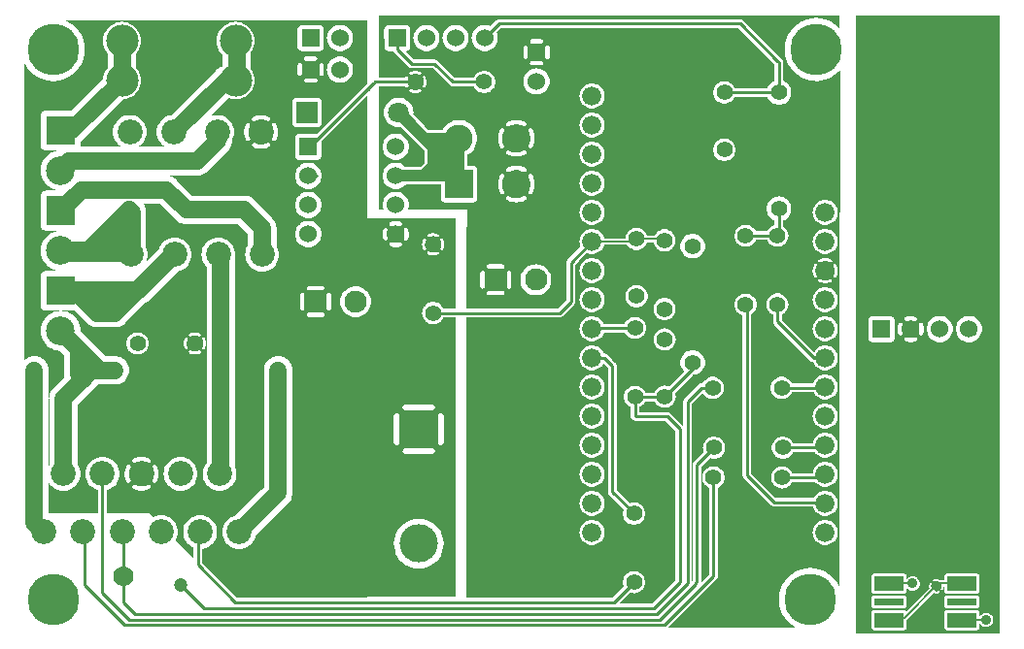
<source format=gbr>
G04 start of page 2 for group 0 idx 0 *
G04 Title: (unknown), component *
G04 Creator: pcb 20140316 *
G04 CreationDate: Sun 28 Jan 2018 11:29:02 PM GMT UTC *
G04 For: jeff *
G04 Format: Gerber/RS-274X *
G04 PCB-Dimensions (mm): 85.50 53.98 *
G04 PCB-Coordinate-Origin: lower left *
%MOMM*%
%FSLAX43Y43*%
%LNTOP*%
%ADD45C,2.032*%
%ADD44C,0.889*%
%ADD43C,0.711*%
%ADD42C,0.762*%
%ADD41C,1.016*%
%ADD40C,0.965*%
%ADD39C,1.270*%
%ADD38C,1.651*%
%ADD37C,0.500*%
%ADD36C,0.381*%
%ADD35C,3.111*%
%ADD34C,1.200*%
%ADD33C,0.900*%
%ADD32C,4.500*%
%ADD31R,0.635X0.635*%
%ADD30R,1.270X1.270*%
%ADD29C,1.397*%
%ADD28C,2.500*%
%ADD27C,3.327*%
%ADD26C,1.778*%
%ADD25C,1.930*%
%ADD24C,2.438*%
%ADD23C,1.676*%
%ADD22C,1.422*%
%ADD21C,1.803*%
%ADD20C,1.524*%
%ADD19C,2.184*%
%ADD18C,2.819*%
%ADD17C,0.178*%
%ADD16C,0.180*%
%ADD15C,1.000*%
%ADD14C,0.250*%
%ADD13C,0.254*%
%ADD12C,1.500*%
%ADD11C,0.002*%
G54D11*G36*
X17460Y50901D02*X17556Y50744D01*
X17726Y50545D01*
X17750Y50524D01*
Y49502D01*
X17693Y49488D01*
X17512Y49413D01*
X17460Y49381D01*
Y50901D01*
G37*
G36*
X27026Y43592D02*X30370Y46936D01*
Y29877D01*
X30325Y29930D01*
X30164Y30067D01*
X29983Y30178D01*
X29787Y30259D01*
X29581Y30309D01*
X29370Y30325D01*
X29159Y30309D01*
X28953Y30259D01*
X28757Y30178D01*
X28576Y30067D01*
X28415Y29930D01*
X28278Y29769D01*
X28167Y29588D01*
X28086Y29392D01*
X28036Y29186D01*
X28020Y28975D01*
X28036Y28764D01*
X28086Y28558D01*
X28167Y28362D01*
X28278Y28181D01*
X28415Y28020D01*
X28576Y27883D01*
X28757Y27772D01*
X28953Y27691D01*
X29159Y27641D01*
X29370Y27625D01*
X29581Y27641D01*
X29787Y27691D01*
X29983Y27772D01*
X30164Y27883D01*
X30325Y28020D01*
X30370Y28073D01*
Y10475D01*
X27026D01*
Y28200D01*
X27056Y28202D01*
X27085Y28209D01*
X27112Y28221D01*
X27138Y28236D01*
X27161Y28256D01*
X27180Y28278D01*
X27196Y28304D01*
X27207Y28332D01*
X27214Y28361D01*
X27216Y28391D01*
Y29559D01*
X27214Y29589D01*
X27207Y29618D01*
X27196Y29646D01*
X27180Y29672D01*
X27161Y29694D01*
X27138Y29714D01*
X27112Y29729D01*
X27085Y29741D01*
X27056Y29748D01*
X27026Y29750D01*
Y43592D01*
G37*
G36*
X25460Y41334D02*X26072Y41336D01*
X26130Y41350D01*
X26186Y41372D01*
X26237Y41404D01*
X26282Y41443D01*
X26321Y41488D01*
X26353Y41539D01*
X26375Y41595D01*
X26389Y41653D01*
X26393Y41713D01*
X26390Y42956D01*
X27026Y43592D01*
Y29750D01*
X26996Y29748D01*
X26967Y29741D01*
X26939Y29729D01*
X26913Y29714D01*
X26891Y29694D01*
X26871Y29672D01*
X26855Y29646D01*
X26844Y29618D01*
X26837Y29589D01*
X26835Y29559D01*
Y28391D01*
X26837Y28361D01*
X26844Y28332D01*
X26855Y28304D01*
X26871Y28278D01*
X26891Y28256D01*
X26913Y28236D01*
X26939Y28221D01*
X26967Y28209D01*
X26996Y28202D01*
X27026Y28200D01*
Y10475D01*
X25460D01*
Y27629D01*
X26454D01*
X26484Y27631D01*
X26513Y27638D01*
X26541Y27649D01*
X26567Y27665D01*
X26589Y27684D01*
X26609Y27707D01*
X26624Y27733D01*
X26636Y27760D01*
X26643Y27789D01*
X26645Y27819D01*
X26643Y27849D01*
X26636Y27878D01*
X26624Y27906D01*
X26609Y27932D01*
X26589Y27954D01*
X26567Y27974D01*
X26541Y27990D01*
X26513Y28001D01*
X26484Y28008D01*
X26454Y28010D01*
X25460D01*
Y29940D01*
X26454D01*
X26484Y29942D01*
X26513Y29949D01*
X26541Y29960D01*
X26567Y29976D01*
X26589Y29996D01*
X26609Y30018D01*
X26624Y30044D01*
X26636Y30072D01*
X26643Y30101D01*
X26645Y30131D01*
X26643Y30161D01*
X26636Y30190D01*
X26624Y30217D01*
X26609Y30243D01*
X26589Y30266D01*
X26567Y30285D01*
X26541Y30301D01*
X26513Y30312D01*
X26484Y30319D01*
X26454Y30321D01*
X25460D01*
Y33730D01*
X25604Y33765D01*
X25771Y33833D01*
X25924Y33927D01*
X26061Y34044D01*
X26178Y34181D01*
X26272Y34334D01*
X26340Y34501D01*
X26382Y34676D01*
X26393Y34855D01*
X26382Y35034D01*
X26340Y35209D01*
X26272Y35376D01*
X26178Y35529D01*
X26061Y35666D01*
X25924Y35783D01*
X25771Y35877D01*
X25604Y35945D01*
X25460Y35980D01*
Y36270D01*
X25604Y36305D01*
X25771Y36373D01*
X25924Y36467D01*
X26061Y36584D01*
X26178Y36721D01*
X26272Y36874D01*
X26340Y37041D01*
X26382Y37216D01*
X26393Y37395D01*
X26382Y37574D01*
X26340Y37749D01*
X26272Y37916D01*
X26178Y38069D01*
X26061Y38206D01*
X25924Y38323D01*
X25771Y38417D01*
X25604Y38485D01*
X25460Y38520D01*
Y38810D01*
X25604Y38845D01*
X25771Y38913D01*
X25924Y39007D01*
X26061Y39124D01*
X26178Y39261D01*
X26272Y39414D01*
X26340Y39581D01*
X26382Y39756D01*
X26393Y39935D01*
X26382Y40114D01*
X26340Y40289D01*
X26272Y40456D01*
X26178Y40609D01*
X26061Y40746D01*
X25924Y40863D01*
X25771Y40957D01*
X25604Y41025D01*
X25460Y41060D01*
Y41334D01*
G37*
G36*
X27998Y53475D02*X30370D01*
Y48014D01*
X27998Y45642D01*
Y48079D01*
X28000Y48078D01*
X28179Y48093D01*
X28354Y48135D01*
X28521Y48203D01*
X28674Y48297D01*
X28811Y48414D01*
X28928Y48551D01*
X29022Y48704D01*
X29090Y48871D01*
X29132Y49046D01*
X29143Y49225D01*
X29132Y49404D01*
X29090Y49579D01*
X29022Y49746D01*
X28928Y49899D01*
X28811Y50036D01*
X28674Y50153D01*
X28521Y50247D01*
X28354Y50315D01*
X28179Y50357D01*
X28000Y50372D01*
X27998Y50371D01*
Y50829D01*
X28000Y50828D01*
X28179Y50843D01*
X28354Y50885D01*
X28521Y50953D01*
X28674Y51047D01*
X28811Y51164D01*
X28928Y51301D01*
X29022Y51454D01*
X29090Y51621D01*
X29132Y51796D01*
X29143Y51975D01*
X29132Y52154D01*
X29090Y52329D01*
X29022Y52496D01*
X28928Y52649D01*
X28811Y52786D01*
X28674Y52903D01*
X28521Y52997D01*
X28354Y53065D01*
X28179Y53107D01*
X28000Y53122D01*
X27998Y53121D01*
Y53475D01*
G37*
G36*
X26412D02*X27998D01*
Y53121D01*
X27821Y53107D01*
X27646Y53065D01*
X27479Y52997D01*
X27326Y52903D01*
X27189Y52786D01*
X27072Y52649D01*
X26978Y52496D01*
X26910Y52329D01*
X26868Y52154D01*
X26853Y51975D01*
X26868Y51796D01*
X26910Y51621D01*
X26978Y51454D01*
X27072Y51301D01*
X27189Y51164D01*
X27326Y51047D01*
X27479Y50953D01*
X27646Y50885D01*
X27821Y50843D01*
X27998Y50829D01*
Y50371D01*
X27821Y50357D01*
X27646Y50315D01*
X27479Y50247D01*
X27326Y50153D01*
X27189Y50036D01*
X27072Y49899D01*
X26978Y49746D01*
X26910Y49579D01*
X26868Y49404D01*
X26853Y49225D01*
X26868Y49046D01*
X26910Y48871D01*
X26978Y48704D01*
X27072Y48551D01*
X27189Y48414D01*
X27326Y48297D01*
X27479Y48203D01*
X27646Y48135D01*
X27821Y48093D01*
X27998Y48079D01*
Y45642D01*
X26412Y44056D01*
Y48653D01*
X26442Y48655D01*
X26472Y48662D01*
X26499Y48674D01*
X26525Y48689D01*
X26548Y48709D01*
X26567Y48732D01*
X26583Y48757D01*
X26594Y48785D01*
X26601Y48814D01*
X26603Y48844D01*
Y49606D01*
X26601Y49636D01*
X26594Y49665D01*
X26583Y49693D01*
X26567Y49718D01*
X26548Y49741D01*
X26525Y49761D01*
X26499Y49776D01*
X26472Y49788D01*
X26442Y49795D01*
X26412Y49797D01*
Y50883D01*
X26447Y50904D01*
X26492Y50943D01*
X26531Y50988D01*
X26563Y51039D01*
X26585Y51095D01*
X26599Y51153D01*
X26603Y51213D01*
X26599Y52797D01*
X26585Y52855D01*
X26563Y52911D01*
X26531Y52962D01*
X26492Y53007D01*
X26447Y53046D01*
X26412Y53067D01*
Y53475D01*
G37*
G36*
Y44056D02*X25974Y43618D01*
X25460Y43617D01*
Y44195D01*
X26081Y44196D01*
X26140Y44210D01*
X26195Y44233D01*
X26246Y44264D01*
X26292Y44303D01*
X26331Y44349D01*
X26362Y44400D01*
X26385Y44455D01*
X26399Y44514D01*
X26403Y44573D01*
X26399Y46436D01*
X26385Y46495D01*
X26362Y46550D01*
X26331Y46601D01*
X26292Y46647D01*
X26246Y46686D01*
X26195Y46717D01*
X26140Y46740D01*
X26081Y46754D01*
X26022Y46758D01*
X25460Y46757D01*
Y48082D01*
X25841D01*
X25871Y48084D01*
X25900Y48091D01*
X25928Y48102D01*
X25953Y48118D01*
X25976Y48137D01*
X25996Y48160D01*
X26011Y48186D01*
X26023Y48213D01*
X26030Y48243D01*
X26032Y48272D01*
X26030Y48302D01*
X26023Y48332D01*
X26011Y48359D01*
X25996Y48385D01*
X25976Y48408D01*
X25953Y48427D01*
X25928Y48443D01*
X25900Y48454D01*
X25871Y48461D01*
X25841Y48463D01*
X25460D01*
Y49987D01*
X25841D01*
X25871Y49989D01*
X25900Y49996D01*
X25928Y50007D01*
X25953Y50023D01*
X25976Y50042D01*
X25996Y50065D01*
X26011Y50091D01*
X26023Y50118D01*
X26030Y50148D01*
X26032Y50178D01*
X26030Y50207D01*
X26023Y50237D01*
X26011Y50264D01*
X25996Y50290D01*
X25976Y50313D01*
X25953Y50332D01*
X25928Y50348D01*
X25900Y50359D01*
X25871Y50366D01*
X25841Y50368D01*
X25460D01*
Y50834D01*
X26282Y50836D01*
X26340Y50850D01*
X26396Y50872D01*
X26412Y50883D01*
Y49797D01*
X26383Y49795D01*
X26353Y49788D01*
X26326Y49776D01*
X26300Y49761D01*
X26277Y49741D01*
X26258Y49718D01*
X26242Y49693D01*
X26231Y49665D01*
X26224Y49636D01*
X26222Y49606D01*
Y48844D01*
X26224Y48814D01*
X26231Y48785D01*
X26242Y48757D01*
X26258Y48732D01*
X26277Y48709D01*
X26300Y48689D01*
X26326Y48674D01*
X26353Y48662D01*
X26383Y48655D01*
X26412Y48653D01*
Y44056D01*
G37*
G36*
X25460Y53475D02*X26412D01*
Y53067D01*
X26396Y53078D01*
X26340Y53100D01*
X26282Y53114D01*
X26222Y53118D01*
X25460Y53116D01*
Y53475D01*
G37*
G36*
X24714Y33843D02*X24729Y33833D01*
X24896Y33765D01*
X25071Y33723D01*
X25250Y33708D01*
X25429Y33723D01*
X25460Y33730D01*
Y30321D01*
X25286D01*
X25256Y30319D01*
X25227Y30312D01*
X25199Y30301D01*
X25173Y30285D01*
X25151Y30266D01*
X25131Y30243D01*
X25116Y30217D01*
X25104Y30190D01*
X25097Y30161D01*
X25095Y30131D01*
X25097Y30101D01*
X25104Y30072D01*
X25116Y30044D01*
X25131Y30018D01*
X25151Y29996D01*
X25173Y29976D01*
X25199Y29960D01*
X25227Y29949D01*
X25256Y29942D01*
X25286Y29940D01*
X25460D01*
Y28010D01*
X25286D01*
X25256Y28008D01*
X25227Y28001D01*
X25199Y27990D01*
X25173Y27974D01*
X25151Y27954D01*
X25131Y27932D01*
X25116Y27906D01*
X25104Y27878D01*
X25097Y27849D01*
X25095Y27819D01*
X25097Y27789D01*
X25104Y27760D01*
X25116Y27733D01*
X25131Y27707D01*
X25151Y27684D01*
X25173Y27665D01*
X25199Y27649D01*
X25227Y27638D01*
X25256Y27631D01*
X25286Y27629D01*
X25460D01*
Y10475D01*
X24714D01*
Y28200D01*
X24744Y28202D01*
X24773Y28209D01*
X24801Y28221D01*
X24827Y28236D01*
X24849Y28256D01*
X24869Y28278D01*
X24885Y28304D01*
X24896Y28332D01*
X24903Y28361D01*
X24905Y28391D01*
Y29559D01*
X24903Y29589D01*
X24896Y29618D01*
X24885Y29646D01*
X24869Y29672D01*
X24849Y29694D01*
X24827Y29714D01*
X24801Y29729D01*
X24773Y29741D01*
X24744Y29748D01*
X24714Y29750D01*
Y33843D01*
G37*
G36*
X24508Y33986D02*X24576Y33927D01*
X24714Y33843D01*
Y29750D01*
X24684Y29748D01*
X24655Y29741D01*
X24628Y29729D01*
X24602Y29714D01*
X24579Y29694D01*
X24560Y29672D01*
X24544Y29646D01*
X24533Y29618D01*
X24526Y29589D01*
X24524Y29559D01*
Y28391D01*
X24526Y28361D01*
X24533Y28332D01*
X24544Y28304D01*
X24560Y28278D01*
X24579Y28256D01*
X24602Y28236D01*
X24628Y28221D01*
X24655Y28209D01*
X24684Y28202D01*
X24714Y28200D01*
Y10475D01*
X24508D01*
Y33986D01*
G37*
G36*
Y36526D02*X24576Y36467D01*
X24729Y36373D01*
X24896Y36305D01*
X25071Y36263D01*
X25250Y36248D01*
X25429Y36263D01*
X25460Y36270D01*
Y35980D01*
X25429Y35987D01*
X25250Y36002D01*
X25071Y35987D01*
X24896Y35945D01*
X24729Y35877D01*
X24576Y35783D01*
X24508Y35724D01*
Y36526D01*
G37*
G36*
Y39066D02*X24576Y39007D01*
X24729Y38913D01*
X24896Y38845D01*
X25071Y38803D01*
X25250Y38788D01*
X25429Y38803D01*
X25460Y38810D01*
Y38520D01*
X25429Y38527D01*
X25250Y38542D01*
X25071Y38527D01*
X24896Y38485D01*
X24729Y38417D01*
X24576Y38323D01*
X24508Y38264D01*
Y39066D01*
G37*
G36*
Y41332D02*X25460Y41334D01*
Y41060D01*
X25429Y41067D01*
X25250Y41082D01*
X25071Y41067D01*
X24896Y41025D01*
X24729Y40957D01*
X24576Y40863D01*
X24508Y40804D01*
Y41332D01*
G37*
G36*
Y44193D02*X25460Y44195D01*
Y43617D01*
X24508Y43615D01*
Y44193D01*
G37*
G36*
Y50883D02*X24524Y50872D01*
X24580Y50850D01*
X24638Y50836D01*
X24698Y50832D01*
X25460Y50834D01*
Y50368D01*
X25079D01*
X25049Y50366D01*
X25020Y50359D01*
X24992Y50348D01*
X24967Y50332D01*
X24944Y50313D01*
X24924Y50290D01*
X24909Y50264D01*
X24897Y50237D01*
X24890Y50207D01*
X24888Y50178D01*
X24890Y50148D01*
X24897Y50118D01*
X24909Y50091D01*
X24924Y50065D01*
X24944Y50042D01*
X24967Y50023D01*
X24992Y50007D01*
X25020Y49996D01*
X25049Y49989D01*
X25079Y49987D01*
X25460D01*
Y48463D01*
X25079D01*
X25049Y48461D01*
X25020Y48454D01*
X24992Y48443D01*
X24967Y48427D01*
X24944Y48408D01*
X24924Y48385D01*
X24909Y48359D01*
X24897Y48332D01*
X24890Y48302D01*
X24888Y48272D01*
X24890Y48243D01*
X24897Y48213D01*
X24909Y48186D01*
X24924Y48160D01*
X24944Y48137D01*
X24967Y48118D01*
X24992Y48102D01*
X25020Y48091D01*
X25049Y48084D01*
X25079Y48082D01*
X25460D01*
Y46757D01*
X24508Y46755D01*
Y48653D01*
X24537Y48655D01*
X24567Y48662D01*
X24594Y48674D01*
X24620Y48689D01*
X24643Y48709D01*
X24662Y48732D01*
X24678Y48757D01*
X24689Y48785D01*
X24696Y48814D01*
X24698Y48844D01*
Y49606D01*
X24696Y49636D01*
X24689Y49665D01*
X24678Y49693D01*
X24662Y49718D01*
X24643Y49741D01*
X24620Y49761D01*
X24594Y49776D01*
X24567Y49788D01*
X24537Y49795D01*
X24508Y49797D01*
Y50883D01*
G37*
G36*
Y53475D02*X25460D01*
Y53116D01*
X24638Y53114D01*
X24580Y53100D01*
X24524Y53078D01*
X24508Y53067D01*
Y53475D01*
G37*
G36*
X22327Y32103D02*X22416Y32206D01*
X22537Y32404D01*
X22625Y32618D01*
X22680Y32844D01*
X22693Y33075D01*
X22680Y33306D01*
X22625Y33532D01*
X22537Y33746D01*
X22470Y33855D01*
Y35326D01*
X22474Y35375D01*
X22458Y35571D01*
X22458Y35571D01*
X22412Y35762D01*
X22337Y35944D01*
X22327Y35961D01*
Y42998D01*
X22337Y43001D01*
X22362Y43017D01*
X22386Y43036D01*
X22405Y43058D01*
X22421Y43084D01*
X22478Y43201D01*
X22524Y43324D01*
X22558Y43450D01*
X22582Y43579D01*
X22593Y43710D01*
Y43840D01*
X22582Y43971D01*
X22558Y44100D01*
X22524Y44226D01*
X22478Y44349D01*
X22422Y44467D01*
X22406Y44492D01*
X22386Y44515D01*
X22363Y44534D01*
X22337Y44550D01*
X22327Y44554D01*
Y53475D01*
X24508D01*
Y53067D01*
X24473Y53046D01*
X24428Y53007D01*
X24389Y52962D01*
X24357Y52911D01*
X24335Y52855D01*
X24321Y52797D01*
X24317Y52737D01*
X24321Y51153D01*
X24335Y51095D01*
X24357Y51039D01*
X24389Y50988D01*
X24428Y50943D01*
X24473Y50904D01*
X24508Y50883D01*
Y49797D01*
X24478Y49795D01*
X24448Y49788D01*
X24421Y49776D01*
X24395Y49761D01*
X24372Y49741D01*
X24353Y49718D01*
X24337Y49693D01*
X24326Y49665D01*
X24319Y49636D01*
X24317Y49606D01*
Y48844D01*
X24319Y48814D01*
X24326Y48785D01*
X24337Y48757D01*
X24353Y48732D01*
X24372Y48709D01*
X24395Y48689D01*
X24421Y48674D01*
X24448Y48662D01*
X24478Y48655D01*
X24508Y48653D01*
Y46755D01*
X24159Y46754D01*
X24100Y46740D01*
X24045Y46717D01*
X23994Y46686D01*
X23948Y46647D01*
X23909Y46601D01*
X23878Y46550D01*
X23855Y46495D01*
X23841Y46436D01*
X23837Y46377D01*
X23841Y44514D01*
X23855Y44455D01*
X23878Y44400D01*
X23909Y44349D01*
X23948Y44303D01*
X23994Y44264D01*
X24045Y44233D01*
X24100Y44210D01*
X24159Y44196D01*
X24218Y44192D01*
X24508Y44193D01*
Y43615D01*
X24428Y43614D01*
X24370Y43600D01*
X24314Y43578D01*
X24263Y43546D01*
X24218Y43507D01*
X24179Y43462D01*
X24147Y43411D01*
X24125Y43355D01*
X24111Y43297D01*
X24107Y43237D01*
X24111Y41653D01*
X24125Y41595D01*
X24147Y41539D01*
X24179Y41488D01*
X24218Y41443D01*
X24263Y41404D01*
X24314Y41372D01*
X24370Y41350D01*
X24428Y41336D01*
X24488Y41332D01*
X24508Y41332D01*
Y40804D01*
X24439Y40746D01*
X24322Y40609D01*
X24228Y40456D01*
X24160Y40289D01*
X24118Y40114D01*
X24103Y39935D01*
X24118Y39756D01*
X24160Y39581D01*
X24228Y39414D01*
X24322Y39261D01*
X24439Y39124D01*
X24508Y39066D01*
Y38264D01*
X24439Y38206D01*
X24322Y38069D01*
X24228Y37916D01*
X24160Y37749D01*
X24118Y37574D01*
X24103Y37395D01*
X24118Y37216D01*
X24160Y37041D01*
X24228Y36874D01*
X24322Y36721D01*
X24439Y36584D01*
X24508Y36526D01*
Y35724D01*
X24439Y35666D01*
X24322Y35529D01*
X24228Y35376D01*
X24160Y35209D01*
X24118Y35034D01*
X24103Y34855D01*
X24118Y34676D01*
X24160Y34501D01*
X24228Y34334D01*
X24322Y34181D01*
X24439Y34044D01*
X24508Y33986D01*
Y10475D01*
X22597D01*
X23469Y11347D01*
X23507Y11379D01*
X23634Y11529D01*
X23634Y11529D01*
X23737Y11697D01*
X23812Y11878D01*
X23858Y12070D01*
X23874Y12266D01*
X23870Y12315D01*
Y22975D01*
X23858Y23171D01*
X23812Y23362D01*
X23737Y23544D01*
X23634Y23712D01*
X23507Y23862D01*
X23357Y23989D01*
X23189Y24092D01*
X23007Y24167D01*
X22816Y24213D01*
X22620Y24229D01*
X22424Y24213D01*
X22327Y24190D01*
Y32103D01*
G37*
G36*
Y35961D02*X22234Y36112D01*
X22107Y36262D01*
X22069Y36294D01*
X21121Y37242D01*
Y42302D01*
X21185D01*
X21316Y42313D01*
X21445Y42337D01*
X21571Y42371D01*
X21694Y42417D01*
X21812Y42473D01*
X21837Y42489D01*
X21860Y42509D01*
X21879Y42532D01*
X21895Y42558D01*
X21906Y42586D01*
X21912Y42615D01*
X21914Y42646D01*
X21911Y42676D01*
X21904Y42705D01*
X21892Y42732D01*
X21875Y42758D01*
X21855Y42780D01*
X21832Y42800D01*
X21806Y42815D01*
X21778Y42826D01*
X21749Y42833D01*
X21719Y42834D01*
X21689Y42832D01*
X21659Y42824D01*
X21632Y42811D01*
X21545Y42769D01*
X21454Y42735D01*
X21360Y42710D01*
X21265Y42692D01*
X21168Y42684D01*
X21121D01*
Y44866D01*
X21168D01*
X21265Y44858D01*
X21360Y44840D01*
X21454Y44815D01*
X21545Y44781D01*
X21632Y44740D01*
X21660Y44727D01*
X21689Y44720D01*
X21719Y44717D01*
X21748Y44719D01*
X21778Y44725D01*
X21806Y44736D01*
X21831Y44751D01*
X21855Y44770D01*
X21874Y44793D01*
X21891Y44818D01*
X21903Y44846D01*
X21910Y44875D01*
X21913Y44904D01*
X21911Y44934D01*
X21905Y44964D01*
X21894Y44992D01*
X21878Y45017D01*
X21859Y45041D01*
X21837Y45060D01*
X21811Y45076D01*
X21694Y45133D01*
X21571Y45179D01*
X21445Y45213D01*
X21316Y45237D01*
X21185Y45248D01*
X21121D01*
Y53475D01*
X22327D01*
Y44554D01*
X22309Y44561D01*
X22280Y44567D01*
X22249Y44569D01*
X22219Y44566D01*
X22190Y44559D01*
X22163Y44547D01*
X22137Y44530D01*
X22115Y44510D01*
X22095Y44487D01*
X22080Y44461D01*
X22069Y44433D01*
X22062Y44404D01*
X22061Y44374D01*
X22063Y44344D01*
X22071Y44314D01*
X22084Y44287D01*
X22126Y44200D01*
X22160Y44109D01*
X22185Y44015D01*
X22203Y43920D01*
X22211Y43823D01*
Y43727D01*
X22203Y43630D01*
X22185Y43535D01*
X22160Y43441D01*
X22126Y43350D01*
X22085Y43263D01*
X22072Y43235D01*
X22065Y43206D01*
X22062Y43176D01*
X22064Y43147D01*
X22070Y43117D01*
X22081Y43089D01*
X22096Y43064D01*
X22115Y43040D01*
X22138Y43021D01*
X22163Y43004D01*
X22191Y42992D01*
X22220Y42985D01*
X22249Y42982D01*
X22279Y42984D01*
X22309Y42990D01*
X22327Y42998D01*
Y35961D01*
G37*
G36*
X21121Y31605D02*X21220Y31597D01*
X21451Y31615D01*
X21677Y31670D01*
X21891Y31758D01*
X22089Y31879D01*
X22265Y32030D01*
X22327Y32103D01*
Y24190D01*
X22233Y24167D01*
X22051Y24092D01*
X21883Y23989D01*
X21733Y23862D01*
X21606Y23712D01*
X21503Y23544D01*
X21428Y23362D01*
X21382Y23171D01*
X21370Y22975D01*
Y12784D01*
X21121Y12534D01*
Y31605D01*
G37*
G36*
Y37242D02*X20539Y37824D01*
X20507Y37862D01*
X20357Y37989D01*
X20189Y38092D01*
X20007Y38167D01*
X19913Y38190D01*
Y42996D01*
X19931Y42989D01*
X19960Y42983D01*
X19991Y42981D01*
X20021Y42984D01*
X20050Y42991D01*
X20077Y43003D01*
X20103Y43020D01*
X20125Y43040D01*
X20145Y43063D01*
X20160Y43089D01*
X20171Y43117D01*
X20178Y43146D01*
X20179Y43176D01*
X20177Y43206D01*
X20169Y43236D01*
X20156Y43263D01*
X20114Y43350D01*
X20080Y43441D01*
X20055Y43535D01*
X20037Y43630D01*
X20029Y43727D01*
Y43823D01*
X20037Y43920D01*
X20055Y44015D01*
X20080Y44109D01*
X20114Y44200D01*
X20155Y44287D01*
X20168Y44315D01*
X20175Y44344D01*
X20178Y44374D01*
X20176Y44403D01*
X20170Y44433D01*
X20159Y44461D01*
X20144Y44486D01*
X20125Y44510D01*
X20102Y44529D01*
X20077Y44546D01*
X20049Y44558D01*
X20020Y44565D01*
X19991Y44568D01*
X19961Y44566D01*
X19931Y44560D01*
X19913Y44552D01*
Y46968D01*
X20086Y47116D01*
X20256Y47315D01*
X20393Y47538D01*
X20493Y47780D01*
X20554Y48035D01*
X20570Y48296D01*
X20554Y48557D01*
X20493Y48812D01*
X20393Y49054D01*
X20256Y49277D01*
X20250Y49284D01*
Y50737D01*
X20256Y50744D01*
X20393Y50967D01*
X20493Y51209D01*
X20554Y51464D01*
X20570Y51725D01*
X20554Y51986D01*
X20493Y52241D01*
X20393Y52483D01*
X20256Y52706D01*
X20086Y52905D01*
X19913Y53053D01*
Y53475D01*
X21121D01*
Y45248D01*
X21055D01*
X20924Y45237D01*
X20795Y45213D01*
X20669Y45179D01*
X20546Y45133D01*
X20428Y45077D01*
X20403Y45061D01*
X20380Y45041D01*
X20361Y45018D01*
X20345Y44992D01*
X20334Y44964D01*
X20328Y44935D01*
X20326Y44904D01*
X20329Y44874D01*
X20336Y44845D01*
X20348Y44818D01*
X20365Y44792D01*
X20385Y44770D01*
X20408Y44750D01*
X20434Y44735D01*
X20462Y44724D01*
X20491Y44717D01*
X20521Y44716D01*
X20551Y44718D01*
X20581Y44726D01*
X20608Y44739D01*
X20695Y44781D01*
X20786Y44815D01*
X20880Y44840D01*
X20975Y44858D01*
X21072Y44866D01*
X21121D01*
Y42684D01*
X21072D01*
X20975Y42692D01*
X20880Y42710D01*
X20786Y42735D01*
X20695Y42769D01*
X20608Y42810D01*
X20580Y42823D01*
X20551Y42830D01*
X20521Y42833D01*
X20492Y42831D01*
X20462Y42825D01*
X20434Y42814D01*
X20409Y42799D01*
X20385Y42780D01*
X20366Y42757D01*
X20349Y42732D01*
X20337Y42704D01*
X20330Y42675D01*
X20327Y42646D01*
X20329Y42616D01*
X20335Y42586D01*
X20346Y42558D01*
X20362Y42533D01*
X20381Y42509D01*
X20403Y42490D01*
X20429Y42474D01*
X20546Y42417D01*
X20669Y42371D01*
X20795Y42337D01*
X20924Y42313D01*
X21055Y42302D01*
X21121D01*
Y37242D01*
G37*
G36*
X19913Y53053D02*X19887Y53075D01*
X19664Y53212D01*
X19422Y53312D01*
X19167Y53373D01*
X18906Y53394D01*
X18645Y53373D01*
X18390Y53312D01*
X18148Y53212D01*
X17925Y53075D01*
X17726Y52905D01*
X17556Y52706D01*
X17460Y52549D01*
Y53475D01*
X19913D01*
Y53053D01*
G37*
G36*
Y38190D02*X19816Y38213D01*
X19816Y38213D01*
X19620Y38229D01*
X19571Y38225D01*
X17460D01*
Y41347D01*
X18207Y42095D01*
X18243Y42125D01*
X18367Y42270D01*
X18371Y42275D01*
X18474Y42443D01*
X18549Y42624D01*
X18595Y42816D01*
X18611Y43012D01*
X18607Y43063D01*
Y43071D01*
X18627Y43104D01*
X18715Y43318D01*
X18770Y43544D01*
X18783Y43775D01*
X18770Y44006D01*
X18715Y44232D01*
X18627Y44446D01*
X18506Y44644D01*
X18355Y44820D01*
X18179Y44971D01*
X17981Y45092D01*
X17767Y45180D01*
X17541Y45235D01*
X17460Y45241D01*
Y45908D01*
X18299Y46747D01*
X18390Y46709D01*
X18645Y46648D01*
X18906Y46627D01*
X19167Y46648D01*
X19422Y46709D01*
X19664Y46809D01*
X19887Y46946D01*
X19913Y46968D01*
Y44552D01*
X19903Y44549D01*
X19878Y44533D01*
X19854Y44514D01*
X19835Y44492D01*
X19819Y44466D01*
X19762Y44349D01*
X19716Y44226D01*
X19682Y44100D01*
X19658Y43971D01*
X19647Y43840D01*
Y43710D01*
X19658Y43579D01*
X19682Y43450D01*
X19716Y43324D01*
X19762Y43201D01*
X19818Y43083D01*
X19834Y43058D01*
X19854Y43035D01*
X19877Y43016D01*
X19903Y43000D01*
X19913Y42996D01*
Y38190D01*
G37*
G36*
X17460Y35725D02*X19102D01*
X19970Y34857D01*
Y33855D01*
X19903Y33746D01*
X19815Y33532D01*
X19760Y33306D01*
X19742Y33075D01*
X19760Y32844D01*
X19815Y32618D01*
X19903Y32404D01*
X20024Y32206D01*
X20175Y32030D01*
X20351Y31879D01*
X20549Y31758D01*
X20763Y31670D01*
X20989Y31615D01*
X21121Y31605D01*
Y12534D01*
X19061Y10475D01*
X17460D01*
Y12469D01*
X17514Y12464D01*
X17746Y12482D01*
X17971Y12537D01*
X18185Y12625D01*
X18383Y12746D01*
X18559Y12897D01*
X18710Y13073D01*
X18831Y13271D01*
X18920Y13485D01*
X18974Y13711D01*
X18988Y13942D01*
X18974Y14173D01*
X18920Y14399D01*
X18870Y14519D01*
Y32851D01*
X18883Y33075D01*
X18870Y33306D01*
X18815Y33532D01*
X18727Y33746D01*
X18606Y33944D01*
X18455Y34120D01*
X18279Y34271D01*
X18081Y34392D01*
X17867Y34480D01*
X17641Y34535D01*
X17460Y34549D01*
Y35725D01*
G37*
G36*
Y52549D02*X17419Y52483D01*
X17319Y52241D01*
X17258Y51986D01*
X17237Y51725D01*
X17258Y51464D01*
X17319Y51209D01*
X17419Y50967D01*
X17460Y50901D01*
Y49381D01*
X17344Y49310D01*
X17194Y49183D01*
X17162Y49145D01*
X13246Y45229D01*
X13043Y45180D01*
X12829Y45092D01*
X12631Y44971D01*
X12455Y44820D01*
X12304Y44644D01*
X12183Y44446D01*
X12095Y44232D01*
X12040Y44006D01*
X12022Y43775D01*
X12040Y43544D01*
X12095Y43318D01*
X12183Y43104D01*
X12304Y42906D01*
X12455Y42730D01*
X12631Y42579D01*
X12802Y42475D01*
X10388D01*
X10559Y42579D01*
X10735Y42730D01*
X10886Y42906D01*
X11007Y43104D01*
X11095Y43318D01*
X11150Y43544D01*
X11163Y43775D01*
X11150Y44006D01*
X11095Y44232D01*
X11007Y44446D01*
X10886Y44644D01*
X10735Y44820D01*
X10559Y44971D01*
X10361Y45092D01*
X10147Y45180D01*
X9921Y45235D01*
X9690Y45253D01*
X9459Y45235D01*
X9233Y45180D01*
X9019Y45092D01*
X8821Y44971D01*
X8645Y44820D01*
X8494Y44644D01*
X8373Y44446D01*
X8285Y44232D01*
X8230Y44006D01*
X8212Y43775D01*
X8230Y43544D01*
X8285Y43318D01*
X8373Y43104D01*
X8494Y42906D01*
X8645Y42730D01*
X8821Y42579D01*
X8992Y42475D01*
X5356D01*
X5373Y42516D01*
X5391Y42593D01*
X5396Y42671D01*
X5396Y42935D01*
X5512Y43034D01*
X5543Y43072D01*
X9107Y46636D01*
X9261Y46648D01*
X9516Y46709D01*
X9758Y46809D01*
X9981Y46946D01*
X10180Y47116D01*
X10350Y47315D01*
X10487Y47538D01*
X10587Y47780D01*
X10648Y48035D01*
X10664Y48296D01*
X10648Y48557D01*
X10587Y48812D01*
X10487Y49054D01*
X10350Y49277D01*
X10250Y49394D01*
Y50627D01*
X10350Y50744D01*
X10487Y50967D01*
X10587Y51209D01*
X10648Y51464D01*
X10664Y51725D01*
X10648Y51986D01*
X10587Y52241D01*
X10487Y52483D01*
X10350Y52706D01*
X10180Y52905D01*
X9981Y53075D01*
X9758Y53212D01*
X9516Y53312D01*
X9261Y53373D01*
X9000Y53394D01*
X8739Y53373D01*
X8484Y53312D01*
X8242Y53212D01*
X8019Y53075D01*
X7820Y52905D01*
X7650Y52706D01*
X7513Y52483D01*
X7413Y52241D01*
X7352Y51986D01*
X7331Y51725D01*
X7352Y51464D01*
X7413Y51209D01*
X7513Y50967D01*
X7650Y50744D01*
X7750Y50627D01*
Y49394D01*
X7650Y49277D01*
X7513Y49054D01*
X7413Y48812D01*
X7352Y48557D01*
X7340Y48403D01*
X4607Y45670D01*
X2318Y45666D01*
X2241Y45648D01*
X2168Y45618D01*
X2101Y45577D01*
X2041Y45526D01*
X1990Y45466D01*
X1949Y45399D01*
X1919Y45326D01*
X1901Y45249D01*
X1896Y45171D01*
X1901Y42593D01*
X1919Y42516D01*
X1949Y42443D01*
X1990Y42376D01*
X2041Y42316D01*
X2101Y42265D01*
X2168Y42224D01*
X2241Y42194D01*
X2318Y42176D01*
X2396Y42171D01*
X3555Y42173D01*
X3550Y42169D01*
X3371Y42155D01*
X3104Y42090D01*
X2849Y41985D01*
X2614Y41841D01*
X2405Y41662D01*
X2226Y41453D01*
X2082Y41218D01*
X1977Y40963D01*
X1912Y40696D01*
X1891Y40421D01*
X1912Y40146D01*
X1977Y39879D01*
X2082Y39624D01*
X2226Y39389D01*
X2405Y39180D01*
X2614Y39001D01*
X2849Y38857D01*
X3104Y38752D01*
X3371Y38687D01*
X3607Y38669D01*
X2318Y38666D01*
X2241Y38648D01*
X2168Y38618D01*
X2101Y38577D01*
X2041Y38526D01*
X1990Y38466D01*
X1949Y38399D01*
X1919Y38326D01*
X1901Y38249D01*
X1896Y38171D01*
X1901Y35593D01*
X1919Y35516D01*
X1949Y35443D01*
X1990Y35376D01*
X2041Y35316D01*
X2101Y35265D01*
X2168Y35224D01*
X2241Y35194D01*
X2318Y35176D01*
X2396Y35171D01*
X3605Y35173D01*
X3371Y35155D01*
X3104Y35090D01*
X2849Y34985D01*
X2614Y34841D01*
X2405Y34662D01*
X2226Y34453D01*
X2082Y34218D01*
X1977Y33963D01*
X1912Y33696D01*
X1891Y33421D01*
X1912Y33146D01*
X1977Y32879D01*
X2082Y32624D01*
X2226Y32389D01*
X2405Y32180D01*
X2614Y32001D01*
X2849Y31857D01*
X3104Y31752D01*
X3371Y31687D01*
X3607Y31669D01*
X2318Y31666D01*
X2241Y31648D01*
X2168Y31618D01*
X2101Y31577D01*
X2041Y31526D01*
X1990Y31466D01*
X1949Y31399D01*
X1919Y31326D01*
X1901Y31249D01*
X1896Y31171D01*
X1901Y28593D01*
X1919Y28516D01*
X1949Y28443D01*
X1990Y28376D01*
X2041Y28316D01*
X2101Y28265D01*
X2168Y28224D01*
X2241Y28194D01*
X2318Y28176D01*
X2396Y28171D01*
X3605Y28173D01*
X3371Y28155D01*
X3104Y28090D01*
X2849Y27985D01*
X2614Y27841D01*
X2405Y27662D01*
X2226Y27453D01*
X2082Y27218D01*
X1977Y26963D01*
X1912Y26696D01*
X1891Y26421D01*
X1912Y26146D01*
X1977Y25879D01*
X2082Y25624D01*
X2226Y25389D01*
X2405Y25180D01*
X2614Y25001D01*
X2849Y24857D01*
X3104Y24752D01*
X3371Y24687D01*
X3633Y24667D01*
X3981Y24318D01*
Y22663D01*
X3977Y22614D01*
X3993Y22418D01*
X4003Y22376D01*
X3051Y21424D01*
X3013Y21392D01*
X2886Y21242D01*
X2783Y21074D01*
X2708Y20892D01*
X2662Y20701D01*
X2662Y20701D01*
X2646Y20505D01*
X2650Y20456D01*
Y14722D01*
X2620Y14673D01*
Y22975D01*
X2608Y23171D01*
X2562Y23362D01*
X2487Y23544D01*
X2384Y23712D01*
X2257Y23862D01*
X2107Y23989D01*
X1939Y24092D01*
X1757Y24167D01*
X1566Y24213D01*
X1370Y24229D01*
X1174Y24213D01*
X983Y24167D01*
X801Y24092D01*
X633Y23989D01*
X500Y23876D01*
Y49825D01*
X542Y49723D01*
X768Y49354D01*
X1050Y49025D01*
X1379Y48743D01*
X1748Y48517D01*
X2148Y48352D01*
X2568Y48251D01*
X3000Y48217D01*
X3432Y48251D01*
X3852Y48352D01*
X4252Y48517D01*
X4621Y48743D01*
X4950Y49025D01*
X5232Y49354D01*
X5458Y49723D01*
X5623Y50123D01*
X5724Y50543D01*
X5750Y50975D01*
X5724Y51407D01*
X5623Y51827D01*
X5458Y52227D01*
X5232Y52596D01*
X4950Y52925D01*
X4621Y53207D01*
X4252Y53433D01*
X4150Y53475D01*
X17460D01*
Y52549D01*
G37*
G36*
Y45241D02*X17310Y45253D01*
X17079Y45235D01*
X16853Y45180D01*
X16648Y45095D01*
X17460Y45908D01*
Y45241D01*
G37*
G36*
Y38225D02*X16870D01*
X16870Y38225D01*
X15138D01*
X13789Y39574D01*
X13757Y39612D01*
X13607Y39739D01*
X13439Y39842D01*
X13257Y39917D01*
X13066Y39963D01*
X12919Y39975D01*
X15521D01*
X15570Y39971D01*
X15766Y39987D01*
X15766Y39987D01*
X15957Y40033D01*
X16139Y40108D01*
X16307Y40211D01*
X16456Y40338D01*
X16488Y40376D01*
X17460Y41347D01*
Y38225D01*
G37*
G36*
X16144Y13401D02*X16198Y13271D01*
X16319Y13073D01*
X16469Y12897D01*
X16646Y12746D01*
X16844Y12625D01*
X17058Y12537D01*
X17283Y12482D01*
X17460Y12469D01*
Y10475D01*
X16144D01*
Y13401D01*
G37*
G36*
Y32322D02*X16214Y32206D01*
X16365Y32030D01*
X16370Y32026D01*
Y14870D01*
X16319Y14811D01*
X16198Y14613D01*
X16144Y14483D01*
Y24814D01*
X16153Y24818D01*
X16170Y24828D01*
X16186Y24841D01*
X16199Y24856D01*
X16209Y24873D01*
X16246Y24950D01*
X16275Y25029D01*
X16297Y25111D01*
X16312Y25194D01*
X16319Y25279D01*
Y25363D01*
X16312Y25448D01*
X16297Y25531D01*
X16275Y25613D01*
X16246Y25692D01*
X16210Y25769D01*
X16199Y25786D01*
X16186Y25801D01*
X16171Y25814D01*
X16153Y25825D01*
X16144Y25828D01*
Y32322D01*
G37*
G36*
Y35725D02*X16870D01*
X16870Y35725D01*
X17460D01*
Y34549D01*
X17410Y34553D01*
X17179Y34535D01*
X16953Y34480D01*
X16739Y34392D01*
X16541Y34271D01*
X16365Y34120D01*
X16214Y33944D01*
X16144Y33828D01*
Y35725D01*
G37*
G36*
X15354D02*X16144D01*
Y33828D01*
X16093Y33746D01*
X16005Y33532D01*
X15950Y33306D01*
X15932Y33075D01*
X15950Y32844D01*
X16005Y32618D01*
X16093Y32404D01*
X16144Y32322D01*
Y25828D01*
X16135Y25832D01*
X16115Y25837D01*
X16095Y25838D01*
X16075Y25836D01*
X16056Y25831D01*
X16037Y25823D01*
X16020Y25813D01*
X16005Y25799D01*
X15992Y25784D01*
X15982Y25767D01*
X15974Y25748D01*
X15970Y25728D01*
X15968Y25708D01*
X15970Y25688D01*
X15975Y25669D01*
X15983Y25651D01*
X16011Y25594D01*
X16032Y25536D01*
X16048Y25476D01*
X16059Y25414D01*
X16065Y25352D01*
Y25290D01*
X16059Y25228D01*
X16048Y25166D01*
X16032Y25106D01*
X16011Y25048D01*
X15984Y24991D01*
X15976Y24973D01*
X15971Y24954D01*
X15969Y24934D01*
X15971Y24914D01*
X15975Y24894D01*
X15982Y24876D01*
X15993Y24858D01*
X16005Y24843D01*
X16021Y24830D01*
X16037Y24819D01*
X16056Y24811D01*
X16075Y24807D01*
X16095Y24805D01*
X16115Y24806D01*
X16135Y24811D01*
X16144Y24814D01*
Y14483D01*
X16109Y14399D01*
X16055Y14173D01*
X16037Y13942D01*
X16055Y13711D01*
X16109Y13485D01*
X16144Y13401D01*
Y10475D01*
X15354D01*
Y13152D01*
X15427Y13271D01*
X15516Y13485D01*
X15570Y13711D01*
X15584Y13942D01*
X15570Y14173D01*
X15516Y14399D01*
X15427Y14613D01*
X15354Y14732D01*
Y24356D01*
X15396D01*
X15481Y24363D01*
X15564Y24378D01*
X15646Y24400D01*
X15725Y24429D01*
X15802Y24465D01*
X15819Y24476D01*
X15834Y24489D01*
X15847Y24504D01*
X15858Y24522D01*
X15865Y24540D01*
X15870Y24560D01*
X15871Y24580D01*
X15869Y24600D01*
X15864Y24619D01*
X15856Y24638D01*
X15846Y24655D01*
X15832Y24670D01*
X15817Y24683D01*
X15800Y24693D01*
X15781Y24701D01*
X15761Y24705D01*
X15741Y24707D01*
X15721Y24705D01*
X15702Y24700D01*
X15684Y24692D01*
X15627Y24664D01*
X15569Y24643D01*
X15509Y24627D01*
X15447Y24616D01*
X15385Y24610D01*
X15354D01*
Y26032D01*
X15385D01*
X15447Y26026D01*
X15509Y26015D01*
X15569Y25999D01*
X15627Y25978D01*
X15684Y25951D01*
X15702Y25943D01*
X15721Y25938D01*
X15741Y25936D01*
X15761Y25938D01*
X15781Y25942D01*
X15799Y25949D01*
X15817Y25960D01*
X15832Y25972D01*
X15845Y25988D01*
X15856Y26004D01*
X15864Y26023D01*
X15868Y26042D01*
X15870Y26062D01*
X15869Y26082D01*
X15864Y26102D01*
X15857Y26120D01*
X15847Y26137D01*
X15834Y26153D01*
X15819Y26166D01*
X15802Y26176D01*
X15725Y26213D01*
X15646Y26242D01*
X15564Y26264D01*
X15481Y26279D01*
X15396Y26286D01*
X15354D01*
Y35725D01*
G37*
G36*
X14564Y12536D02*X14567Y12537D01*
X14782Y12625D01*
X14979Y12746D01*
X15156Y12897D01*
X15306Y13073D01*
X15354Y13152D01*
Y10475D01*
X14564D01*
Y12536D01*
G37*
G36*
Y31961D02*X14645Y32030D01*
X14796Y32206D01*
X14917Y32404D01*
X15005Y32618D01*
X15060Y32844D01*
X15073Y33075D01*
X15060Y33306D01*
X15005Y33532D01*
X14917Y33746D01*
X14796Y33944D01*
X14645Y34120D01*
X14564Y34189D01*
Y35726D01*
X14620Y35721D01*
X14669Y35725D01*
X15354D01*
Y26286D01*
X15312D01*
X15227Y26279D01*
X15144Y26264D01*
X15062Y26242D01*
X14983Y26213D01*
X14906Y26177D01*
X14889Y26166D01*
X14874Y26153D01*
X14861Y26138D01*
X14850Y26120D01*
X14843Y26102D01*
X14838Y26082D01*
X14837Y26062D01*
X14839Y26042D01*
X14844Y26023D01*
X14852Y26004D01*
X14862Y25987D01*
X14876Y25972D01*
X14891Y25959D01*
X14908Y25949D01*
X14927Y25941D01*
X14947Y25937D01*
X14967Y25935D01*
X14987Y25937D01*
X15006Y25942D01*
X15024Y25950D01*
X15081Y25978D01*
X15139Y25999D01*
X15199Y26015D01*
X15261Y26026D01*
X15323Y26032D01*
X15354D01*
Y24610D01*
X15323D01*
X15261Y24616D01*
X15199Y24627D01*
X15139Y24643D01*
X15081Y24664D01*
X15024Y24691D01*
X15006Y24699D01*
X14987Y24704D01*
X14967Y24706D01*
X14947Y24704D01*
X14927Y24700D01*
X14909Y24693D01*
X14891Y24682D01*
X14876Y24670D01*
X14863Y24654D01*
X14852Y24638D01*
X14844Y24619D01*
X14840Y24600D01*
X14838Y24580D01*
X14839Y24560D01*
X14844Y24540D01*
X14851Y24522D01*
X14861Y24505D01*
X14874Y24489D01*
X14889Y24476D01*
X14906Y24466D01*
X14983Y24429D01*
X15062Y24400D01*
X15144Y24378D01*
X15227Y24363D01*
X15312Y24356D01*
X15354D01*
Y14732D01*
X15306Y14811D01*
X15156Y14987D01*
X14979Y15138D01*
X14782Y15259D01*
X14567Y15347D01*
X14564Y15348D01*
Y24814D01*
X14573Y24810D01*
X14593Y24805D01*
X14613Y24804D01*
X14633Y24806D01*
X14652Y24811D01*
X14671Y24819D01*
X14688Y24829D01*
X14703Y24843D01*
X14716Y24858D01*
X14726Y24875D01*
X14734Y24894D01*
X14738Y24914D01*
X14740Y24934D01*
X14738Y24954D01*
X14733Y24973D01*
X14725Y24991D01*
X14697Y25048D01*
X14676Y25106D01*
X14660Y25166D01*
X14649Y25228D01*
X14643Y25290D01*
Y25352D01*
X14649Y25414D01*
X14660Y25476D01*
X14676Y25536D01*
X14697Y25594D01*
X14724Y25651D01*
X14732Y25669D01*
X14737Y25688D01*
X14739Y25708D01*
X14737Y25728D01*
X14733Y25748D01*
X14726Y25766D01*
X14715Y25784D01*
X14703Y25799D01*
X14687Y25812D01*
X14671Y25823D01*
X14652Y25831D01*
X14633Y25835D01*
X14613Y25837D01*
X14593Y25836D01*
X14573Y25831D01*
X14564Y25828D01*
Y31961D01*
G37*
G36*
Y34189D02*X14469Y34271D01*
X14271Y34392D01*
X14057Y34480D01*
X13831Y34535D01*
X13600Y34553D01*
X13369Y34535D01*
X13143Y34480D01*
X12929Y34392D01*
X12731Y34271D01*
X12555Y34120D01*
X12404Y33944D01*
X12283Y33746D01*
X12220Y33593D01*
X11160Y32533D01*
X11195Y32618D01*
X11250Y32844D01*
X11263Y33075D01*
X11250Y33306D01*
X11195Y33532D01*
X11109Y33741D01*
Y36687D01*
X11113Y36736D01*
X11097Y36932D01*
X11097Y36932D01*
X11051Y37124D01*
X10976Y37306D01*
X10873Y37473D01*
X10872Y37475D01*
X12352D01*
X13701Y36126D01*
X13733Y36088D01*
X13883Y35961D01*
X13883Y35961D01*
X14051Y35858D01*
X14233Y35783D01*
X14424Y35737D01*
X14564Y35726D01*
Y34189D01*
G37*
G36*
X11914Y29637D02*X13912Y31635D01*
X14057Y31670D01*
X14271Y31758D01*
X14469Y31879D01*
X14564Y31961D01*
Y25828D01*
X14555Y25824D01*
X14538Y25814D01*
X14522Y25801D01*
X14509Y25786D01*
X14499Y25769D01*
X14462Y25692D01*
X14433Y25613D01*
X14411Y25531D01*
X14396Y25448D01*
X14389Y25363D01*
Y25279D01*
X14396Y25194D01*
X14411Y25111D01*
X14433Y25029D01*
X14462Y24950D01*
X14498Y24873D01*
X14509Y24856D01*
X14522Y24841D01*
X14537Y24828D01*
X14555Y24817D01*
X14564Y24814D01*
Y15348D01*
X14342Y15402D01*
X14111Y15420D01*
X13880Y15402D01*
X13654Y15347D01*
X13440Y15259D01*
X13242Y15138D01*
X13066Y14987D01*
X12915Y14811D01*
X12794Y14613D01*
X12705Y14399D01*
X12651Y14173D01*
X12633Y13942D01*
X12651Y13711D01*
X12705Y13485D01*
X12794Y13271D01*
X12915Y13073D01*
X13066Y12897D01*
X13242Y12746D01*
X13440Y12625D01*
X13654Y12537D01*
X13880Y12482D01*
X14111Y12464D01*
X14342Y12482D01*
X14564Y12536D01*
Y10475D01*
X11914D01*
Y13165D01*
X11924Y13168D01*
X11950Y13184D01*
X11973Y13203D01*
X11993Y13225D01*
X12008Y13251D01*
X12066Y13368D01*
X12111Y13491D01*
X12146Y13617D01*
X12169Y13746D01*
X12180Y13877D01*
Y14007D01*
X12169Y14138D01*
X12146Y14267D01*
X12111Y14393D01*
X12066Y14516D01*
X12009Y14634D01*
X11993Y14659D01*
X11973Y14682D01*
X11950Y14701D01*
X11924Y14717D01*
X11914Y14721D01*
Y29637D01*
G37*
G36*
X10353Y28190D02*X10997Y28835D01*
X11053Y28858D01*
X11221Y28961D01*
X11371Y29088D01*
X11403Y29126D01*
X11914Y29637D01*
Y14721D01*
X11896Y14728D01*
X11867Y14734D01*
X11837Y14736D01*
X11807Y14733D01*
X11777Y14726D01*
X11750Y14714D01*
X11724Y14697D01*
X11702Y14677D01*
X11683Y14654D01*
X11667Y14628D01*
X11656Y14600D01*
X11650Y14571D01*
X11648Y14541D01*
X11651Y14511D01*
X11658Y14481D01*
X11671Y14454D01*
X11713Y14367D01*
X11747Y14276D01*
X11773Y14182D01*
X11790Y14087D01*
X11798Y13990D01*
Y13894D01*
X11790Y13797D01*
X11773Y13702D01*
X11747Y13608D01*
X11713Y13517D01*
X11672Y13430D01*
X11659Y13402D01*
X11652Y13373D01*
X11649Y13343D01*
X11651Y13314D01*
X11657Y13284D01*
X11668Y13256D01*
X11683Y13231D01*
X11703Y13207D01*
X11725Y13188D01*
X11750Y13171D01*
X11778Y13159D01*
X11807Y13152D01*
X11837Y13149D01*
X11867Y13151D01*
X11896Y13157D01*
X11914Y13165D01*
Y10475D01*
X10353D01*
Y12512D01*
X10383Y12504D01*
X10511Y12480D01*
X10642Y12469D01*
X10773D01*
X10903Y12480D01*
X11032Y12504D01*
X11158Y12538D01*
X11281Y12584D01*
X11399Y12640D01*
X11425Y12656D01*
X11447Y12676D01*
X11466Y12699D01*
X11482Y12725D01*
X11493Y12753D01*
X11499Y12782D01*
X11501Y12813D01*
X11498Y12843D01*
X11491Y12872D01*
X11479Y12899D01*
X11463Y12925D01*
X11443Y12947D01*
X11419Y12967D01*
X11393Y12982D01*
X11365Y12993D01*
X11336Y13000D01*
X11306Y13001D01*
X11276Y12999D01*
X11247Y12991D01*
X11219Y12978D01*
X11132Y12936D01*
X11041Y12902D01*
X10948Y12877D01*
X10852Y12859D01*
X10756Y12851D01*
X10659D01*
X10562Y12859D01*
X10467Y12877D01*
X10373Y12902D01*
X10353Y12910D01*
Y14974D01*
X10373Y14982D01*
X10467Y15007D01*
X10562Y15025D01*
X10659Y15033D01*
X10756D01*
X10852Y15025D01*
X10948Y15007D01*
X11041Y14982D01*
X11132Y14948D01*
X11220Y14907D01*
X11247Y14894D01*
X11276Y14887D01*
X11306Y14884D01*
X11336Y14886D01*
X11365Y14892D01*
X11393Y14903D01*
X11419Y14918D01*
X11442Y14937D01*
X11462Y14960D01*
X11478Y14985D01*
X11490Y15013D01*
X11497Y15042D01*
X11500Y15071D01*
X11498Y15101D01*
X11492Y15131D01*
X11481Y15159D01*
X11466Y15184D01*
X11446Y15208D01*
X11424Y15227D01*
X11398Y15243D01*
X11281Y15300D01*
X11158Y15346D01*
X11032Y15380D01*
X10903Y15404D01*
X10773Y15415D01*
X10642D01*
X10511Y15404D01*
X10383Y15380D01*
X10353Y15372D01*
Y24353D01*
X10354Y24353D01*
X10505Y24365D01*
X10653Y24400D01*
X10794Y24458D01*
X10923Y24538D01*
X11039Y24636D01*
X11137Y24752D01*
X11217Y24881D01*
X11275Y25022D01*
X11310Y25170D01*
X11319Y25321D01*
X11310Y25472D01*
X11275Y25620D01*
X11217Y25761D01*
X11137Y25890D01*
X11039Y26006D01*
X10923Y26104D01*
X10794Y26184D01*
X10653Y26242D01*
X10505Y26277D01*
X10354Y26289D01*
X10353Y26289D01*
Y28190D01*
G37*
G36*
X9500Y24867D02*X9571Y24752D01*
X9669Y24636D01*
X9785Y24538D01*
X9914Y24458D01*
X10055Y24400D01*
X10203Y24365D01*
X10353Y24353D01*
Y15372D01*
X10256Y15346D01*
X10134Y15300D01*
X10015Y15244D01*
X9990Y15228D01*
X9967Y15208D01*
X9948Y15185D01*
X9933Y15159D01*
X9922Y15131D01*
X9915Y15102D01*
X9913Y15071D01*
X9916Y15041D01*
X9924Y15012D01*
X9936Y14985D01*
X9952Y14959D01*
X9972Y14937D01*
X9995Y14917D01*
X10021Y14902D01*
X10049Y14891D01*
X10079Y14884D01*
X10109Y14883D01*
X10139Y14885D01*
X10168Y14893D01*
X10195Y14906D01*
X10282Y14948D01*
X10353Y14974D01*
Y12910D01*
X10282Y12936D01*
X10195Y12977D01*
X10168Y12990D01*
X10138Y12997D01*
X10109Y13000D01*
X10079Y12998D01*
X10049Y12992D01*
X10022Y12981D01*
X9996Y12966D01*
X9973Y12947D01*
X9953Y12924D01*
X9937Y12899D01*
X9925Y12871D01*
X9917Y12842D01*
X9914Y12813D01*
X9916Y12783D01*
X9923Y12753D01*
X9934Y12725D01*
X9949Y12700D01*
X9968Y12676D01*
X9990Y12657D01*
X10016Y12641D01*
X10134Y12584D01*
X10256Y12538D01*
X10353Y12512D01*
Y10475D01*
X9500D01*
Y13163D01*
X9518Y13156D01*
X9548Y13150D01*
X9578Y13148D01*
X9608Y13151D01*
X9637Y13158D01*
X9665Y13170D01*
X9690Y13187D01*
X9713Y13207D01*
X9732Y13230D01*
X9747Y13256D01*
X9758Y13284D01*
X9765Y13313D01*
X9767Y13343D01*
X9764Y13373D01*
X9756Y13403D01*
X9744Y13430D01*
X9701Y13517D01*
X9667Y13608D01*
X9642Y13702D01*
X9625Y13797D01*
X9616Y13894D01*
Y13990D01*
X9625Y14087D01*
X9642Y14182D01*
X9667Y14276D01*
X9701Y14367D01*
X9743Y14454D01*
X9755Y14482D01*
X9763Y14511D01*
X9766Y14541D01*
X9764Y14570D01*
X9757Y14600D01*
X9746Y14628D01*
X9731Y14653D01*
X9712Y14677D01*
X9689Y14696D01*
X9664Y14713D01*
X9637Y14725D01*
X9608Y14732D01*
X9578Y14735D01*
X9548Y14733D01*
X9519Y14727D01*
X9500Y14719D01*
Y22437D01*
X9562Y22588D01*
X9608Y22779D01*
X9624Y22975D01*
X9608Y23171D01*
X9562Y23362D01*
X9500Y23513D01*
Y24867D01*
G37*
G36*
Y27338D02*X9719Y27556D01*
X9757Y27588D01*
X9789Y27626D01*
X10353Y28190D01*
Y26289D01*
X10203Y26277D01*
X10055Y26242D01*
X9914Y26184D01*
X9785Y26104D01*
X9669Y26006D01*
X9571Y25890D01*
X9500Y25775D01*
Y27338D01*
G37*
G36*
Y10475D02*X7685D01*
Y12518D01*
X7760Y12537D01*
X7974Y12625D01*
X8172Y12746D01*
X8349Y12897D01*
X8499Y13073D01*
X8620Y13271D01*
X8709Y13485D01*
X8763Y13711D01*
X8777Y13942D01*
X8763Y14173D01*
X8709Y14399D01*
X8620Y14613D01*
X8499Y14811D01*
X8349Y14987D01*
X8172Y15138D01*
X7974Y15259D01*
X7760Y15347D01*
X7535Y15402D01*
X7304Y15420D01*
X7072Y15402D01*
X6847Y15347D01*
X6633Y15259D01*
X6435Y15138D01*
X6259Y14987D01*
X6108Y14811D01*
X5987Y14613D01*
X5898Y14399D01*
X5844Y14173D01*
X5826Y13942D01*
X5844Y13711D01*
X5898Y13485D01*
X5987Y13271D01*
X6108Y13073D01*
X6259Y12897D01*
X6435Y12746D01*
X6633Y12625D01*
X6847Y12537D01*
X6923Y12518D01*
Y10475D01*
X2620D01*
Y13211D01*
X2704Y13073D01*
X2855Y12897D01*
X3031Y12746D01*
X3229Y12625D01*
X3443Y12537D01*
X3669Y12482D01*
X3900Y12464D01*
X4131Y12482D01*
X4357Y12537D01*
X4571Y12625D01*
X4769Y12746D01*
X4945Y12897D01*
X5096Y13073D01*
X5217Y13271D01*
X5305Y13485D01*
X5360Y13711D01*
X5373Y13942D01*
X5360Y14173D01*
X5305Y14399D01*
X5217Y14613D01*
X5150Y14722D01*
Y19987D01*
X6469Y21306D01*
X6507Y21338D01*
X6539Y21376D01*
X6888Y21725D01*
X7043D01*
X7092Y21721D01*
X7141Y21725D01*
X8370D01*
X8566Y21737D01*
X8757Y21783D01*
X8939Y21858D01*
X9107Y21961D01*
X9257Y22088D01*
X9384Y22238D01*
X9487Y22406D01*
X9500Y22437D01*
Y14719D01*
X9491Y14716D01*
X9465Y14700D01*
X9442Y14681D01*
X9422Y14659D01*
X9406Y14633D01*
X9349Y14516D01*
X9303Y14393D01*
X9269Y14267D01*
X9246Y14138D01*
X9234Y14007D01*
Y13877D01*
X9246Y13746D01*
X9269Y13617D01*
X9303Y13491D01*
X9349Y13368D01*
X9405Y13250D01*
X9421Y13225D01*
X9441Y13202D01*
X9464Y13183D01*
X9490Y13167D01*
X9500Y13163D01*
Y10475D01*
G37*
G36*
X6150Y25685D02*X6118Y25723D01*
X6080Y25755D01*
X5395Y26440D01*
X5380Y26696D01*
X5315Y26963D01*
X5210Y27218D01*
X5066Y27453D01*
X4887Y27662D01*
X4678Y27841D01*
X4443Y27985D01*
X4188Y28090D01*
X3921Y28155D01*
X3685Y28173D01*
X4902Y28176D01*
X4951Y28126D01*
X4983Y28088D01*
X5021Y28056D01*
X5951Y27126D01*
X5983Y27088D01*
X6133Y26961D01*
X6133Y26961D01*
X6301Y26858D01*
X6483Y26783D01*
X6674Y26737D01*
X6870Y26721D01*
X6919Y26725D01*
X8321D01*
X8370Y26721D01*
X8566Y26737D01*
X8566D01*
X8757Y26783D01*
X8939Y26858D01*
X9107Y26961D01*
X9257Y27088D01*
X9289Y27126D01*
X9500Y27338D01*
Y25775D01*
X9491Y25761D01*
X9433Y25620D01*
X9398Y25472D01*
X9386Y25321D01*
X9398Y25170D01*
X9433Y25022D01*
X9491Y24881D01*
X9500Y24867D01*
Y23513D01*
X9487Y23544D01*
X9384Y23712D01*
X9257Y23862D01*
X9107Y23989D01*
X8939Y24092D01*
X8757Y24167D01*
X8566Y24213D01*
X8370Y24225D01*
X7610D01*
X7289Y24546D01*
X7257Y24584D01*
X7219Y24616D01*
X6150Y25685D01*
G37*
G36*
X30370Y10475D02*Y3106D01*
X19028D01*
X18870Y3264D01*
Y7430D01*
X18985Y7402D01*
X19216Y7384D01*
X19447Y7402D01*
X19673Y7457D01*
X19887Y7545D01*
X20085Y7666D01*
X20261Y7817D01*
X20412Y7993D01*
X20533Y8191D01*
X20622Y8405D01*
X20651Y8529D01*
X22597Y10475D01*
X30370D01*
G37*
G36*
X15239Y6606D02*X13698Y8147D01*
X13726Y8191D01*
X13814Y8405D01*
X13869Y8631D01*
X13882Y8862D01*
X13869Y9093D01*
X13814Y9319D01*
X13726Y9533D01*
X13605Y9731D01*
X13454Y9907D01*
X13278Y10058D01*
X13080Y10179D01*
X12866Y10267D01*
X12640Y10322D01*
X12409Y10340D01*
X12178Y10322D01*
X11952Y10267D01*
X11738Y10179D01*
X11694Y10151D01*
X11120Y10725D01*
X19311D01*
X18884Y10297D01*
X18760Y10267D01*
X18545Y10179D01*
X18348Y10058D01*
X18171Y9907D01*
X18021Y9731D01*
X17900Y9533D01*
X17811Y9319D01*
X17757Y9093D01*
X17738Y8862D01*
X17757Y8631D01*
X17811Y8405D01*
X17900Y8191D01*
X18021Y7993D01*
X18171Y7817D01*
X18348Y7666D01*
X18545Y7545D01*
X18760Y7457D01*
X18985Y7402D01*
X19216Y7384D01*
X19447Y7402D01*
X19620Y7444D01*
Y3106D01*
X19028D01*
X16001Y6133D01*
Y7399D01*
X16044Y7402D01*
X16269Y7457D01*
X16483Y7545D01*
X16681Y7666D01*
X16858Y7817D01*
X17008Y7993D01*
X17129Y8191D01*
X17218Y8405D01*
X17272Y8631D01*
X17286Y8862D01*
X17272Y9093D01*
X17218Y9319D01*
X17129Y9533D01*
X17008Y9731D01*
X16858Y9907D01*
X16681Y10058D01*
X16483Y10179D01*
X16269Y10267D01*
X16044Y10322D01*
X15813Y10340D01*
X15581Y10322D01*
X15356Y10267D01*
X15142Y10179D01*
X14944Y10058D01*
X14768Y9907D01*
X14617Y9731D01*
X14496Y9533D01*
X14407Y9319D01*
X14353Y9093D01*
X14335Y8862D01*
X14353Y8631D01*
X14407Y8405D01*
X14496Y8191D01*
X14617Y7993D01*
X14768Y7817D01*
X14944Y7666D01*
X15142Y7545D01*
X15239Y7505D01*
Y6606D01*
G37*
G36*
X66879Y1225D02*X67050Y1025D01*
X67379Y743D01*
X67748Y517D01*
X67850Y475D01*
X66879D01*
Y1225D01*
G37*
G36*
X71187Y35475D02*X71500D01*
Y4125D01*
X71458Y4227D01*
X71232Y4596D01*
X71187Y4648D01*
Y8193D01*
X71263Y8317D01*
X71329Y8475D01*
X71369Y8643D01*
X71379Y8814D01*
X71369Y8985D01*
X71329Y9153D01*
X71263Y9311D01*
X71187Y9435D01*
Y10733D01*
X71263Y10857D01*
X71329Y11015D01*
X71369Y11183D01*
X71379Y11354D01*
X71369Y11525D01*
X71329Y11693D01*
X71263Y11851D01*
X71187Y11975D01*
Y13273D01*
X71263Y13397D01*
X71329Y13555D01*
X71369Y13723D01*
X71379Y13894D01*
X71369Y14065D01*
X71329Y14233D01*
X71263Y14391D01*
X71187Y14515D01*
Y15813D01*
X71263Y15937D01*
X71329Y16095D01*
X71369Y16263D01*
X71379Y16434D01*
X71369Y16605D01*
X71329Y16773D01*
X71263Y16931D01*
X71187Y17055D01*
Y18353D01*
X71263Y18477D01*
X71329Y18635D01*
X71369Y18803D01*
X71379Y18974D01*
X71369Y19145D01*
X71329Y19313D01*
X71263Y19471D01*
X71187Y19595D01*
Y20893D01*
X71263Y21017D01*
X71329Y21175D01*
X71369Y21343D01*
X71379Y21514D01*
X71369Y21685D01*
X71329Y21853D01*
X71263Y22011D01*
X71187Y22135D01*
Y23433D01*
X71263Y23557D01*
X71329Y23715D01*
X71369Y23883D01*
X71379Y24054D01*
X71369Y24225D01*
X71329Y24393D01*
X71263Y24551D01*
X71187Y24675D01*
Y25973D01*
X71263Y26097D01*
X71329Y26255D01*
X71369Y26423D01*
X71379Y26594D01*
X71369Y26765D01*
X71329Y26933D01*
X71263Y27091D01*
X71187Y27215D01*
Y28513D01*
X71263Y28637D01*
X71329Y28795D01*
X71369Y28963D01*
X71379Y29134D01*
X71369Y29305D01*
X71329Y29473D01*
X71263Y29631D01*
X71187Y29755D01*
Y31083D01*
X71193Y31086D01*
X71209Y31098D01*
X71223Y31113D01*
X71234Y31129D01*
X71282Y31221D01*
X71321Y31317D01*
X71350Y31417D01*
X71369Y31519D01*
X71379Y31622D01*
Y31726D01*
X71369Y31829D01*
X71350Y31931D01*
X71321Y32031D01*
X71282Y32127D01*
X71235Y32219D01*
X71223Y32236D01*
X71210Y32251D01*
X71194Y32263D01*
X71187Y32266D01*
Y33593D01*
X71263Y33717D01*
X71329Y33875D01*
X71369Y34043D01*
X71379Y34214D01*
X71369Y34385D01*
X71329Y34553D01*
X71263Y34711D01*
X71187Y34835D01*
Y35475D01*
G37*
G36*
Y29755D02*X71173Y29778D01*
X71062Y29909D01*
X70931Y30020D01*
X70784Y30110D01*
X70626Y30176D01*
X70458Y30216D01*
X70287Y30230D01*
X70285Y30229D01*
Y30582D01*
X70339D01*
X70442Y30592D01*
X70544Y30611D01*
X70644Y30640D01*
X70740Y30679D01*
X70832Y30726D01*
X70849Y30738D01*
X70864Y30751D01*
X70876Y30767D01*
X70886Y30785D01*
X70892Y30804D01*
X70896Y30824D01*
X70897Y30844D01*
X70894Y30864D01*
X70888Y30883D01*
X70880Y30901D01*
X70868Y30918D01*
X70854Y30933D01*
X70839Y30945D01*
X70821Y30955D01*
X70802Y30961D01*
X70782Y30965D01*
X70762Y30966D01*
X70742Y30963D01*
X70723Y30957D01*
X70705Y30948D01*
X70634Y30911D01*
X70560Y30882D01*
X70484Y30859D01*
X70406Y30844D01*
X70327Y30837D01*
X70285D01*
Y32511D01*
X70327D01*
X70406Y32504D01*
X70484Y32489D01*
X70560Y32466D01*
X70634Y32437D01*
X70705Y32400D01*
X70723Y32392D01*
X70742Y32386D01*
X70762Y32383D01*
X70782Y32384D01*
X70802Y32388D01*
X70820Y32394D01*
X70838Y32404D01*
X70854Y32416D01*
X70868Y32431D01*
X70879Y32447D01*
X70887Y32465D01*
X70893Y32484D01*
X70896Y32504D01*
X70895Y32524D01*
X70891Y32544D01*
X70885Y32563D01*
X70875Y32580D01*
X70863Y32596D01*
X70848Y32610D01*
X70832Y32621D01*
X70740Y32669D01*
X70644Y32708D01*
X70544Y32737D01*
X70442Y32756D01*
X70339Y32766D01*
X70285D01*
Y33119D01*
X70287Y33118D01*
X70458Y33132D01*
X70626Y33172D01*
X70784Y33238D01*
X70931Y33328D01*
X71062Y33439D01*
X71173Y33570D01*
X71187Y33593D01*
Y32266D01*
X71176Y32273D01*
X71157Y32279D01*
X71137Y32283D01*
X71117Y32284D01*
X71097Y32281D01*
X71078Y32275D01*
X71060Y32267D01*
X71043Y32255D01*
X71028Y32241D01*
X71016Y32226D01*
X71006Y32208D01*
X71000Y32189D01*
X70996Y32169D01*
X70995Y32149D01*
X70998Y32129D01*
X71004Y32110D01*
X71013Y32092D01*
X71050Y32021D01*
X71079Y31947D01*
X71102Y31871D01*
X71117Y31793D01*
X71124Y31714D01*
Y31634D01*
X71117Y31555D01*
X71102Y31477D01*
X71079Y31401D01*
X71050Y31327D01*
X71013Y31256D01*
X71005Y31238D01*
X70999Y31219D01*
X70996Y31199D01*
X70997Y31179D01*
X71001Y31159D01*
X71007Y31141D01*
X71017Y31123D01*
X71029Y31107D01*
X71044Y31093D01*
X71060Y31082D01*
X71078Y31074D01*
X71097Y31068D01*
X71117Y31065D01*
X71137Y31066D01*
X71157Y31070D01*
X71176Y31076D01*
X71187Y31083D01*
Y29755D01*
G37*
G36*
Y27215D02*X71173Y27238D01*
X71062Y27369D01*
X70931Y27480D01*
X70784Y27570D01*
X70626Y27636D01*
X70458Y27676D01*
X70287Y27690D01*
X70285Y27689D01*
Y28039D01*
X70287Y28038D01*
X70458Y28052D01*
X70626Y28092D01*
X70784Y28158D01*
X70931Y28248D01*
X71062Y28359D01*
X71173Y28490D01*
X71187Y28513D01*
Y27215D01*
G37*
G36*
Y24675D02*X71173Y24698D01*
X71062Y24829D01*
X70931Y24940D01*
X70784Y25030D01*
X70626Y25096D01*
X70458Y25136D01*
X70287Y25150D01*
X70285Y25149D01*
Y25499D01*
X70287Y25498D01*
X70458Y25512D01*
X70626Y25552D01*
X70784Y25618D01*
X70931Y25708D01*
X71062Y25819D01*
X71173Y25950D01*
X71187Y25973D01*
Y24675D01*
G37*
G36*
Y22135D02*X71173Y22158D01*
X71062Y22289D01*
X70931Y22400D01*
X70784Y22490D01*
X70626Y22556D01*
X70458Y22596D01*
X70287Y22610D01*
X70285Y22609D01*
Y22959D01*
X70287Y22958D01*
X70458Y22972D01*
X70626Y23012D01*
X70784Y23078D01*
X70931Y23168D01*
X71062Y23279D01*
X71173Y23410D01*
X71187Y23433D01*
Y22135D01*
G37*
G36*
Y19595D02*X71173Y19618D01*
X71062Y19749D01*
X70931Y19860D01*
X70784Y19950D01*
X70626Y20016D01*
X70458Y20056D01*
X70287Y20070D01*
X70285Y20069D01*
Y20419D01*
X70287Y20418D01*
X70458Y20432D01*
X70626Y20472D01*
X70784Y20538D01*
X70931Y20628D01*
X71062Y20739D01*
X71173Y20870D01*
X71187Y20893D01*
Y19595D01*
G37*
G36*
Y17055D02*X71173Y17078D01*
X71062Y17209D01*
X70931Y17320D01*
X70784Y17410D01*
X70626Y17476D01*
X70458Y17516D01*
X70287Y17530D01*
X70285Y17529D01*
Y17879D01*
X70287Y17878D01*
X70458Y17892D01*
X70626Y17932D01*
X70784Y17998D01*
X70931Y18088D01*
X71062Y18199D01*
X71173Y18330D01*
X71187Y18353D01*
Y17055D01*
G37*
G36*
Y14515D02*X71173Y14538D01*
X71062Y14669D01*
X70931Y14780D01*
X70784Y14870D01*
X70626Y14936D01*
X70458Y14976D01*
X70287Y14990D01*
X70285Y14989D01*
Y15339D01*
X70287Y15338D01*
X70458Y15352D01*
X70626Y15392D01*
X70784Y15458D01*
X70931Y15548D01*
X71062Y15659D01*
X71173Y15790D01*
X71187Y15813D01*
Y14515D01*
G37*
G36*
Y11975D02*X71173Y11998D01*
X71062Y12129D01*
X70931Y12240D01*
X70784Y12330D01*
X70626Y12396D01*
X70458Y12436D01*
X70287Y12450D01*
X70285Y12449D01*
Y12799D01*
X70287Y12798D01*
X70458Y12812D01*
X70626Y12852D01*
X70784Y12918D01*
X70931Y13008D01*
X71062Y13119D01*
X71173Y13250D01*
X71187Y13273D01*
Y11975D01*
G37*
G36*
Y9435D02*X71173Y9458D01*
X71062Y9589D01*
X70931Y9700D01*
X70784Y9790D01*
X70626Y9856D01*
X70458Y9896D01*
X70287Y9910D01*
X70285Y9909D01*
Y10259D01*
X70287Y10258D01*
X70458Y10272D01*
X70626Y10312D01*
X70784Y10378D01*
X70931Y10468D01*
X71062Y10579D01*
X71173Y10710D01*
X71187Y10733D01*
Y9435D01*
G37*
G36*
Y4648D02*X70950Y4925D01*
X70621Y5207D01*
X70285Y5412D01*
Y7719D01*
X70287Y7718D01*
X70458Y7732D01*
X70626Y7772D01*
X70784Y7838D01*
X70931Y7928D01*
X71062Y8039D01*
X71173Y8170D01*
X71187Y8193D01*
Y4648D01*
G37*
G36*
X70285Y35475D02*X71187D01*
Y34835D01*
X71173Y34858D01*
X71062Y34989D01*
X70931Y35100D01*
X70784Y35190D01*
X70626Y35256D01*
X70458Y35296D01*
X70287Y35310D01*
X70285Y35309D01*
Y35475D01*
G37*
G36*
Y22609D02*X70116Y22596D01*
X69948Y22556D01*
X69790Y22490D01*
X69643Y22400D01*
X69512Y22289D01*
X69401Y22158D01*
X69311Y22011D01*
X69245Y21853D01*
X69239Y21826D01*
X67375D01*
X67350Y21885D01*
X67271Y22014D01*
X67172Y22130D01*
X67057Y22228D01*
X66927Y22308D01*
X66879Y22328D01*
Y25936D01*
X69015Y23799D01*
X69025Y23788D01*
X69070Y23750D01*
X69070Y23750D01*
X69120Y23719D01*
X69175Y23696D01*
X69232Y23682D01*
X69260Y23680D01*
X69311Y23557D01*
X69401Y23410D01*
X69512Y23279D01*
X69643Y23168D01*
X69790Y23078D01*
X69948Y23012D01*
X70116Y22972D01*
X70285Y22959D01*
Y22609D01*
G37*
G36*
Y17529D02*X70116Y17516D01*
X69948Y17476D01*
X69790Y17410D01*
X69643Y17320D01*
X69512Y17209D01*
X69401Y17078D01*
X69311Y16931D01*
X69245Y16773D01*
X69205Y16605D01*
X69205Y16602D01*
X67483D01*
X67459Y16661D01*
X67379Y16790D01*
X67281Y16906D01*
X67165Y17004D01*
X67036Y17084D01*
X66895Y17142D01*
X66879Y17146D01*
Y20562D01*
X66927Y20582D01*
X67057Y20662D01*
X67172Y20760D01*
X67271Y20876D01*
X67350Y21005D01*
X67375Y21064D01*
X69291D01*
X69311Y21017D01*
X69401Y20870D01*
X69512Y20739D01*
X69643Y20628D01*
X69790Y20538D01*
X69948Y20472D01*
X70116Y20432D01*
X70285Y20419D01*
Y20069D01*
X70116Y20056D01*
X69948Y20016D01*
X69790Y19950D01*
X69643Y19860D01*
X69512Y19749D01*
X69401Y19618D01*
X69311Y19471D01*
X69245Y19313D01*
X69205Y19145D01*
X69191Y18974D01*
X69205Y18803D01*
X69245Y18635D01*
X69311Y18477D01*
X69401Y18330D01*
X69512Y18199D01*
X69643Y18088D01*
X69790Y17998D01*
X69948Y17932D01*
X70116Y17892D01*
X70285Y17879D01*
Y17529D01*
G37*
G36*
Y14989D02*X70116Y14976D01*
X69948Y14936D01*
X69790Y14870D01*
X69643Y14780D01*
X69512Y14669D01*
X69401Y14538D01*
X69311Y14391D01*
X69245Y14233D01*
X69205Y14065D01*
X69200Y14002D01*
X67433D01*
X67409Y14061D01*
X67329Y14190D01*
X67231Y14306D01*
X67115Y14404D01*
X66986Y14484D01*
X66879Y14528D01*
Y15296D01*
X66895Y15300D01*
X67036Y15358D01*
X67165Y15438D01*
X67281Y15536D01*
X67379Y15652D01*
X67459Y15781D01*
X67483Y15840D01*
X69370D01*
X69401Y15790D01*
X69512Y15659D01*
X69643Y15548D01*
X69790Y15458D01*
X69948Y15392D01*
X70116Y15352D01*
X70285Y15339D01*
Y14989D01*
G37*
G36*
Y12449D02*X70116Y12436D01*
X69948Y12396D01*
X69790Y12330D01*
X69643Y12240D01*
X69512Y12129D01*
X69401Y11998D01*
X69311Y11851D01*
X69310Y11850D01*
X66879D01*
Y12714D01*
X66986Y12758D01*
X67115Y12838D01*
X67231Y12936D01*
X67329Y13052D01*
X67409Y13181D01*
X67433Y13240D01*
X69409D01*
X69512Y13119D01*
X69643Y13008D01*
X69790Y12918D01*
X69948Y12852D01*
X70116Y12812D01*
X70285Y12799D01*
Y12449D01*
G37*
G36*
Y5412D02*X70252Y5433D01*
X69852Y5598D01*
X69432Y5699D01*
X69000Y5733D01*
X68568Y5699D01*
X68148Y5598D01*
X67748Y5433D01*
X67379Y5207D01*
X67050Y4925D01*
X66879Y4725D01*
Y11100D01*
X69225D01*
X69245Y11015D01*
X69311Y10857D01*
X69401Y10710D01*
X69512Y10579D01*
X69643Y10468D01*
X69790Y10378D01*
X69948Y10312D01*
X70116Y10272D01*
X70285Y10259D01*
Y9909D01*
X70116Y9896D01*
X69948Y9856D01*
X69790Y9790D01*
X69643Y9700D01*
X69512Y9589D01*
X69401Y9458D01*
X69311Y9311D01*
X69245Y9153D01*
X69205Y8985D01*
X69191Y8814D01*
X69205Y8643D01*
X69245Y8475D01*
X69311Y8317D01*
X69401Y8170D01*
X69512Y8039D01*
X69643Y7928D01*
X69790Y7838D01*
X69948Y7772D01*
X70116Y7732D01*
X70285Y7719D01*
Y5412D01*
G37*
G36*
X69387Y25973D02*X69401Y25950D01*
X69512Y25819D01*
X69643Y25708D01*
X69790Y25618D01*
X69948Y25552D01*
X70116Y25512D01*
X70285Y25499D01*
Y25149D01*
X70116Y25136D01*
X69948Y25096D01*
X69790Y25030D01*
X69643Y24940D01*
X69512Y24829D01*
X69401Y24698D01*
X69387Y24675D01*
Y25973D01*
G37*
G36*
Y28513D02*X69401Y28490D01*
X69512Y28359D01*
X69643Y28248D01*
X69790Y28158D01*
X69948Y28092D01*
X70116Y28052D01*
X70285Y28039D01*
Y27689D01*
X70116Y27676D01*
X69948Y27636D01*
X69790Y27570D01*
X69643Y27480D01*
X69512Y27369D01*
X69401Y27238D01*
X69387Y27215D01*
Y28513D01*
G37*
G36*
Y33593D02*X69401Y33570D01*
X69512Y33439D01*
X69643Y33328D01*
X69790Y33238D01*
X69948Y33172D01*
X70116Y33132D01*
X70285Y33119D01*
Y32766D01*
X70235D01*
X70132Y32756D01*
X70030Y32737D01*
X69930Y32708D01*
X69834Y32669D01*
X69742Y32622D01*
X69725Y32610D01*
X69710Y32597D01*
X69698Y32581D01*
X69688Y32563D01*
X69682Y32544D01*
X69678Y32524D01*
X69677Y32504D01*
X69680Y32484D01*
X69686Y32465D01*
X69694Y32447D01*
X69706Y32430D01*
X69720Y32415D01*
X69735Y32403D01*
X69753Y32393D01*
X69772Y32387D01*
X69792Y32383D01*
X69812Y32382D01*
X69832Y32385D01*
X69851Y32391D01*
X69869Y32400D01*
X69940Y32437D01*
X70014Y32466D01*
X70090Y32489D01*
X70168Y32504D01*
X70247Y32511D01*
X70285D01*
Y30837D01*
X70247D01*
X70168Y30844D01*
X70090Y30859D01*
X70014Y30882D01*
X69940Y30911D01*
X69869Y30948D01*
X69851Y30956D01*
X69832Y30962D01*
X69812Y30965D01*
X69792Y30964D01*
X69772Y30960D01*
X69754Y30954D01*
X69736Y30944D01*
X69720Y30932D01*
X69706Y30917D01*
X69695Y30901D01*
X69687Y30883D01*
X69681Y30864D01*
X69678Y30844D01*
X69679Y30824D01*
X69683Y30804D01*
X69689Y30785D01*
X69699Y30768D01*
X69711Y30752D01*
X69726Y30738D01*
X69742Y30727D01*
X69834Y30679D01*
X69930Y30640D01*
X70030Y30611D01*
X70132Y30592D01*
X70235Y30582D01*
X70285D01*
Y30229D01*
X70116Y30216D01*
X69948Y30176D01*
X69790Y30110D01*
X69643Y30020D01*
X69512Y29909D01*
X69401Y29778D01*
X69387Y29755D01*
Y31082D01*
X69398Y31075D01*
X69417Y31069D01*
X69437Y31065D01*
X69457Y31064D01*
X69477Y31067D01*
X69496Y31073D01*
X69514Y31081D01*
X69531Y31093D01*
X69546Y31107D01*
X69558Y31122D01*
X69568Y31140D01*
X69574Y31159D01*
X69578Y31179D01*
X69579Y31199D01*
X69576Y31219D01*
X69570Y31238D01*
X69561Y31256D01*
X69524Y31327D01*
X69495Y31401D01*
X69472Y31477D01*
X69457Y31555D01*
X69450Y31634D01*
Y31714D01*
X69457Y31793D01*
X69472Y31871D01*
X69495Y31947D01*
X69524Y32021D01*
X69561Y32092D01*
X69569Y32110D01*
X69575Y32129D01*
X69578Y32149D01*
X69577Y32169D01*
X69573Y32189D01*
X69567Y32207D01*
X69557Y32225D01*
X69545Y32241D01*
X69530Y32255D01*
X69514Y32266D01*
X69496Y32274D01*
X69477Y32280D01*
X69457Y32283D01*
X69437Y32282D01*
X69417Y32278D01*
X69398Y32272D01*
X69387Y32265D01*
Y33593D01*
G37*
G36*
Y35475D02*X70285D01*
Y35309D01*
X70116Y35296D01*
X69948Y35256D01*
X69790Y35190D01*
X69643Y35100D01*
X69512Y34989D01*
X69401Y34858D01*
X69387Y34835D01*
Y35475D01*
G37*
G36*
X66879Y34127D02*X66903Y34156D01*
X66983Y34285D01*
X67041Y34426D01*
X67076Y34574D01*
X67085Y34725D01*
X67076Y34876D01*
X67041Y35024D01*
X66983Y35165D01*
X66903Y35294D01*
X66879Y35323D01*
Y35475D01*
X69387D01*
Y34835D01*
X69311Y34711D01*
X69245Y34553D01*
X69205Y34385D01*
X69191Y34214D01*
X69205Y34043D01*
X69245Y33875D01*
X69311Y33717D01*
X69387Y33593D01*
Y32265D01*
X69381Y32262D01*
X69365Y32250D01*
X69351Y32235D01*
X69340Y32219D01*
X69292Y32127D01*
X69253Y32031D01*
X69224Y31931D01*
X69205Y31829D01*
X69195Y31726D01*
Y31622D01*
X69205Y31519D01*
X69224Y31417D01*
X69253Y31317D01*
X69292Y31221D01*
X69339Y31129D01*
X69351Y31112D01*
X69364Y31097D01*
X69380Y31085D01*
X69387Y31082D01*
Y29755D01*
X69311Y29631D01*
X69245Y29473D01*
X69205Y29305D01*
X69191Y29134D01*
X69205Y28963D01*
X69245Y28795D01*
X69311Y28637D01*
X69387Y28513D01*
Y27215D01*
X69311Y27091D01*
X69245Y26933D01*
X69205Y26765D01*
X69191Y26594D01*
X69205Y26423D01*
X69245Y26255D01*
X69311Y26097D01*
X69387Y25973D01*
Y24675D01*
X69316Y24560D01*
X66879Y26997D01*
Y28127D01*
X66903Y28156D01*
X66983Y28285D01*
X67041Y28426D01*
X67076Y28574D01*
X67085Y28725D01*
X67076Y28876D01*
X67041Y29024D01*
X66983Y29165D01*
X66903Y29294D01*
X66879Y29323D01*
Y34127D01*
G37*
G36*
Y26997D02*X66495Y27380D01*
Y27836D01*
X66560Y27862D01*
X66689Y27942D01*
X66805Y28040D01*
X66879Y28127D01*
Y26997D01*
G37*
G36*
Y35323D02*X66805Y35410D01*
X66728Y35475D01*
X66879D01*
Y35323D01*
G37*
G36*
X56299Y18572D02*X56372D01*
X57257Y17687D01*
Y4650D01*
X56299Y3692D01*
Y18572D01*
G37*
G36*
X58732Y22557D02*X58746Y22571D01*
X58903Y22584D01*
X59069Y22623D01*
X59226Y22688D01*
X59370Y22777D01*
X59500Y22887D01*
X59610Y23017D01*
X59699Y23161D01*
X59764Y23318D01*
X59803Y23484D01*
X59814Y23653D01*
X59803Y23822D01*
X59764Y23988D01*
X59699Y24145D01*
X59610Y24289D01*
X59500Y24419D01*
X59370Y24529D01*
X59226Y24618D01*
X59069Y24683D01*
X58903Y24722D01*
X58734Y24736D01*
X58732Y24736D01*
Y32730D01*
X58734Y32730D01*
X58903Y32744D01*
X59069Y32783D01*
X59226Y32848D01*
X59370Y32937D01*
X59500Y33047D01*
X59610Y33177D01*
X59699Y33321D01*
X59764Y33478D01*
X59803Y33644D01*
X59814Y33813D01*
X59803Y33982D01*
X59764Y34148D01*
X59699Y34305D01*
X59610Y34449D01*
X59500Y34579D01*
X59370Y34689D01*
X59226Y34778D01*
X59069Y34843D01*
X58903Y34882D01*
X58734Y34896D01*
X58732Y34896D01*
Y35475D01*
X62752D01*
X62661Y35398D01*
X62563Y35282D01*
X62483Y35153D01*
X62425Y35012D01*
X62390Y34864D01*
X62378Y34713D01*
X62390Y34562D01*
X62425Y34414D01*
X62483Y34273D01*
X62563Y34144D01*
X62661Y34028D01*
X62777Y33930D01*
X62906Y33850D01*
X63047Y33792D01*
X63195Y33757D01*
X63346Y33745D01*
X63497Y33757D01*
X63645Y33792D01*
X63786Y33850D01*
X63915Y33930D01*
X64031Y34028D01*
X64129Y34144D01*
X64209Y34273D01*
X64240Y34350D01*
X65231D01*
X65257Y34285D01*
X65337Y34156D01*
X65435Y34040D01*
X65551Y33942D01*
X65680Y33862D01*
X65821Y33804D01*
X65969Y33769D01*
X66120Y33757D01*
X66271Y33769D01*
X66419Y33804D01*
X66560Y33862D01*
X66689Y33942D01*
X66805Y34040D01*
X66879Y34127D01*
Y29323D01*
X66805Y29410D01*
X66689Y29508D01*
X66560Y29588D01*
X66419Y29646D01*
X66271Y29681D01*
X66120Y29693D01*
X65969Y29681D01*
X65821Y29646D01*
X65680Y29588D01*
X65551Y29508D01*
X65435Y29410D01*
X65337Y29294D01*
X65257Y29165D01*
X65199Y29024D01*
X65164Y28876D01*
X65152Y28725D01*
X65164Y28574D01*
X65199Y28426D01*
X65257Y28285D01*
X65337Y28156D01*
X65435Y28040D01*
X65551Y27942D01*
X65680Y27862D01*
X65745Y27836D01*
Y27240D01*
X65744Y27225D01*
X65748Y27166D01*
X65762Y27109D01*
X65785Y27054D01*
X65816Y27004D01*
X65816Y27004D01*
X65854Y26959D01*
X65865Y26949D01*
X66879Y25936D01*
Y22328D01*
X66787Y22366D01*
X66639Y22401D01*
X66488Y22413D01*
X66336Y22401D01*
X66188Y22366D01*
X66048Y22308D01*
X65919Y22228D01*
X65803Y22130D01*
X65704Y22014D01*
X65625Y21885D01*
X65567Y21744D01*
X65531Y21596D01*
X65519Y21445D01*
X65531Y21294D01*
X65567Y21146D01*
X65625Y21005D01*
X65704Y20876D01*
X65803Y20760D01*
X65919Y20662D01*
X66048Y20582D01*
X66188Y20524D01*
X66336Y20489D01*
X66488Y20477D01*
X66639Y20489D01*
X66787Y20524D01*
X66879Y20562D01*
Y17146D01*
X66747Y17177D01*
X66596Y17189D01*
X66445Y17177D01*
X66297Y17142D01*
X66156Y17084D01*
X66027Y17004D01*
X65911Y16906D01*
X65813Y16790D01*
X65733Y16661D01*
X65675Y16520D01*
X65640Y16372D01*
X65628Y16221D01*
X65640Y16070D01*
X65675Y15922D01*
X65733Y15781D01*
X65813Y15652D01*
X65911Y15536D01*
X66027Y15438D01*
X66156Y15358D01*
X66297Y15300D01*
X66445Y15265D01*
X66596Y15253D01*
X66747Y15265D01*
X66879Y15296D01*
Y14528D01*
X66845Y14542D01*
X66697Y14577D01*
X66546Y14589D01*
X66395Y14577D01*
X66247Y14542D01*
X66106Y14484D01*
X65977Y14404D01*
X65861Y14306D01*
X65763Y14190D01*
X65683Y14061D01*
X65625Y13920D01*
X65590Y13772D01*
X65578Y13621D01*
X65590Y13470D01*
X65625Y13322D01*
X65683Y13181D01*
X65763Y13052D01*
X65861Y12936D01*
X65977Y12838D01*
X66106Y12758D01*
X66247Y12700D01*
X66395Y12665D01*
X66546Y12653D01*
X66697Y12665D01*
X66845Y12700D01*
X66879Y12714D01*
Y11850D01*
X65975D01*
X63841Y13984D01*
Y27884D01*
X63915Y27930D01*
X64031Y28028D01*
X64129Y28144D01*
X64209Y28273D01*
X64267Y28414D01*
X64302Y28562D01*
X64311Y28713D01*
X64302Y28864D01*
X64267Y29012D01*
X64209Y29153D01*
X64129Y29282D01*
X64031Y29398D01*
X63915Y29496D01*
X63786Y29576D01*
X63645Y29634D01*
X63497Y29669D01*
X63346Y29681D01*
X63195Y29669D01*
X63047Y29634D01*
X62906Y29576D01*
X62777Y29496D01*
X62661Y29398D01*
X62563Y29282D01*
X62483Y29153D01*
X62425Y29012D01*
X62390Y28864D01*
X62378Y28713D01*
X62390Y28562D01*
X62425Y28414D01*
X62483Y28273D01*
X62563Y28144D01*
X62661Y28028D01*
X62777Y27930D01*
X62906Y27850D01*
X63047Y27792D01*
X63091Y27782D01*
Y13844D01*
X63090Y13829D01*
X63094Y13770D01*
X63108Y13713D01*
X63131Y13658D01*
X63162Y13608D01*
X63162Y13608D01*
X63200Y13563D01*
X63211Y13553D01*
X65544Y11220D01*
X65554Y11209D01*
X65599Y11171D01*
X65599Y11171D01*
X65649Y11140D01*
X65704Y11117D01*
X65761Y11103D01*
X65820Y11099D01*
X65835Y11100D01*
X66879D01*
Y4725D01*
X66768Y4596D01*
X66542Y4227D01*
X66377Y3827D01*
X66276Y3407D01*
X66242Y2975D01*
X66276Y2543D01*
X66377Y2123D01*
X66542Y1723D01*
X66768Y1354D01*
X66879Y1225D01*
Y475D01*
X58732D01*
Y2669D01*
X60707Y4643D01*
X60747Y4688D01*
X60752Y4697D01*
X60801Y4745D01*
X60812Y4755D01*
X60850Y4800D01*
X60850Y4800D01*
X60881Y4850D01*
X60904Y4905D01*
X60918Y4962D01*
X60922Y5021D01*
X60921Y5036D01*
Y12732D01*
X60986Y12758D01*
X61115Y12838D01*
X61231Y12936D01*
X61329Y13052D01*
X61409Y13181D01*
X61467Y13322D01*
X61502Y13470D01*
X61511Y13621D01*
X61502Y13772D01*
X61467Y13920D01*
X61409Y14061D01*
X61329Y14190D01*
X61231Y14306D01*
X61115Y14404D01*
X60986Y14484D01*
X60845Y14542D01*
X60697Y14577D01*
X60546Y14589D01*
X60395Y14577D01*
X60247Y14542D01*
X60106Y14484D01*
X59977Y14404D01*
X59861Y14306D01*
X59763Y14190D01*
X59683Y14061D01*
X59625Y13920D01*
X59590Y13772D01*
X59578Y13621D01*
X59590Y13470D01*
X59625Y13322D01*
X59683Y13181D01*
X59763Y13052D01*
X59861Y12936D01*
X59977Y12838D01*
X60106Y12758D01*
X60171Y12732D01*
Y5185D01*
X60168Y5182D01*
X59471Y4485D01*
Y14557D01*
X60238Y15324D01*
X60297Y15300D01*
X60445Y15265D01*
X60596Y15253D01*
X60747Y15265D01*
X60895Y15300D01*
X61036Y15358D01*
X61165Y15438D01*
X61281Y15536D01*
X61379Y15652D01*
X61459Y15781D01*
X61517Y15922D01*
X61552Y16070D01*
X61561Y16221D01*
X61552Y16372D01*
X61517Y16520D01*
X61459Y16661D01*
X61379Y16790D01*
X61281Y16906D01*
X61165Y17004D01*
X61036Y17084D01*
X60895Y17142D01*
X60747Y17177D01*
X60596Y17189D01*
X60445Y17177D01*
X60297Y17142D01*
X60156Y17084D01*
X60027Y17004D01*
X59911Y16906D01*
X59813Y16790D01*
X59733Y16661D01*
X59675Y16520D01*
X59640Y16372D01*
X59628Y16221D01*
X59640Y16070D01*
X59675Y15922D01*
X59699Y15863D01*
X58827Y14990D01*
X58787Y14946D01*
X58755Y14895D01*
X58733Y14839D01*
X58732Y14838D01*
Y20151D01*
X59614Y21032D01*
X59625Y21005D01*
X59704Y20876D01*
X59803Y20760D01*
X59919Y20662D01*
X60048Y20582D01*
X60188Y20524D01*
X60336Y20489D01*
X60488Y20477D01*
X60639Y20489D01*
X60787Y20524D01*
X60927Y20582D01*
X61057Y20662D01*
X61172Y20760D01*
X61271Y20876D01*
X61350Y21005D01*
X61408Y21146D01*
X61444Y21294D01*
X61453Y21445D01*
X61444Y21596D01*
X61408Y21744D01*
X61350Y21885D01*
X61271Y22014D01*
X61172Y22130D01*
X61057Y22228D01*
X60927Y22308D01*
X60787Y22366D01*
X60639Y22401D01*
X60488Y22413D01*
X60336Y22401D01*
X60188Y22366D01*
X60048Y22308D01*
X59919Y22228D01*
X59803Y22130D01*
X59704Y22014D01*
X59625Y21885D01*
X59601Y21826D01*
X59503D01*
X59488Y21827D01*
X59428Y21822D01*
X59370Y21808D01*
X59314Y21786D01*
X59263Y21754D01*
X59263Y21754D01*
X59217Y21715D01*
X59208Y21704D01*
X58732Y21229D01*
Y22557D01*
G37*
G36*
Y14838D02*X58719Y14781D01*
X58714Y14721D01*
X58719Y14661D01*
X58721Y14651D01*
Y4615D01*
X58718Y4612D01*
X58669Y4562D01*
Y15643D01*
X58669Y15644D01*
X58669Y15645D01*
Y20087D01*
X58732Y20151D01*
Y14838D01*
G37*
G36*
Y475D02*X56539D01*
X58732Y2669D01*
Y475D01*
G37*
G36*
Y24736D02*X58565Y24722D01*
X58399Y24683D01*
X58242Y24618D01*
X58098Y24529D01*
X57968Y24419D01*
X57858Y24289D01*
X57769Y24145D01*
X57704Y23988D01*
X57665Y23822D01*
X57651Y23653D01*
X57665Y23484D01*
X57704Y23318D01*
X57769Y23161D01*
X57858Y23017D01*
X57968Y22887D01*
X57986Y22872D01*
X56678Y21563D01*
X56599Y21596D01*
X56451Y21631D01*
X56300Y21643D01*
X56299Y21643D01*
Y24707D01*
X56300Y24707D01*
X56451Y24719D01*
X56599Y24754D01*
X56740Y24812D01*
X56869Y24892D01*
X56985Y24990D01*
X57083Y25106D01*
X57163Y25235D01*
X57221Y25376D01*
X57256Y25524D01*
X57265Y25675D01*
X57256Y25826D01*
X57221Y25974D01*
X57163Y26115D01*
X57083Y26244D01*
X56985Y26360D01*
X56869Y26458D01*
X56740Y26538D01*
X56599Y26596D01*
X56451Y26631D01*
X56300Y26643D01*
X56299Y26643D01*
Y27353D01*
X56435Y27363D01*
X56582Y27399D01*
X56723Y27457D01*
X56852Y27536D01*
X56968Y27635D01*
X57067Y27751D01*
X57146Y27880D01*
X57204Y28020D01*
X57240Y28168D01*
X57248Y28320D01*
X57240Y28471D01*
X57204Y28619D01*
X57146Y28759D01*
X57067Y28889D01*
X56968Y29004D01*
X56852Y29103D01*
X56723Y29182D01*
X56582Y29240D01*
X56435Y29276D01*
X56299Y29287D01*
Y33353D01*
X56435Y33363D01*
X56582Y33399D01*
X56723Y33457D01*
X56852Y33536D01*
X56968Y33635D01*
X57067Y33751D01*
X57146Y33880D01*
X57204Y34020D01*
X57240Y34168D01*
X57248Y34320D01*
X57240Y34471D01*
X57204Y34619D01*
X57146Y34759D01*
X57067Y34889D01*
X56968Y35004D01*
X56852Y35103D01*
X56723Y35182D01*
X56582Y35240D01*
X56435Y35276D01*
X56299Y35287D01*
Y35475D01*
X58732D01*
Y34896D01*
X58565Y34882D01*
X58399Y34843D01*
X58242Y34778D01*
X58098Y34689D01*
X57968Y34579D01*
X57858Y34449D01*
X57769Y34305D01*
X57704Y34148D01*
X57665Y33982D01*
X57651Y33813D01*
X57665Y33644D01*
X57704Y33478D01*
X57769Y33321D01*
X57858Y33177D01*
X57968Y33047D01*
X58098Y32937D01*
X58242Y32848D01*
X58399Y32783D01*
X58565Y32744D01*
X58732Y32730D01*
Y24736D01*
G37*
G36*
X56299Y19707D02*X56300Y19707D01*
X56451Y19719D01*
X56599Y19754D01*
X56740Y19812D01*
X56869Y19892D01*
X56985Y19990D01*
X57083Y20106D01*
X57163Y20235D01*
X57221Y20376D01*
X57256Y20524D01*
X57265Y20675D01*
X57256Y20826D01*
X57221Y20974D01*
X57200Y21025D01*
X58732Y22557D01*
Y21229D01*
X58029Y20525D01*
X58017Y20515D01*
X57978Y20470D01*
X57947Y20419D01*
X57924Y20363D01*
X57910Y20305D01*
X57910Y20305D01*
X57905Y20245D01*
X57907Y20230D01*
Y18116D01*
X57897Y18125D01*
X56810Y19212D01*
X56800Y19223D01*
X56754Y19262D01*
X56754Y19262D01*
X56754Y19262D01*
X56736Y19273D01*
X56703Y19294D01*
X56703Y19294D01*
X56702Y19294D01*
X56648Y19316D01*
X56648Y19316D01*
X56648Y19316D01*
X56622Y19323D01*
X56589Y19330D01*
X56589D01*
X56589Y19330D01*
X56530Y19335D01*
X56515Y19334D01*
X56299D01*
Y19707D01*
G37*
G36*
Y35287D02*X56283Y35288D01*
X56132Y35276D01*
X55984Y35240D01*
X55844Y35182D01*
X55714Y35103D01*
X55599Y35004D01*
X55500Y34889D01*
X55421Y34759D01*
X55399Y34706D01*
X54781D01*
X54774Y34736D01*
X54716Y34876D01*
X54637Y35005D01*
X54538Y35121D01*
X54423Y35220D01*
X54293Y35299D01*
X54153Y35357D01*
X54005Y35393D01*
X53854Y35405D01*
X53702Y35393D01*
X53555Y35357D01*
X53414Y35299D01*
X53285Y35220D01*
X53169Y35121D01*
X53070Y35005D01*
X52991Y34876D01*
X52933Y34736D01*
X52897Y34588D01*
X52889Y34484D01*
X51728D01*
Y35475D01*
X56299D01*
Y35287D01*
G37*
G36*
X53852Y18572D02*X56299D01*
Y3692D01*
X55212Y2606D01*
X53852D01*
Y3538D01*
X53919Y3554D01*
X54060Y3612D01*
X54189Y3692D01*
X54305Y3790D01*
X54403Y3906D01*
X54483Y4035D01*
X54541Y4176D01*
X54576Y4324D01*
X54585Y4475D01*
X54576Y4626D01*
X54541Y4774D01*
X54483Y4915D01*
X54403Y5044D01*
X54305Y5160D01*
X54189Y5258D01*
X54060Y5338D01*
X53919Y5396D01*
X53852Y5412D01*
Y9538D01*
X53919Y9554D01*
X54060Y9612D01*
X54189Y9692D01*
X54305Y9790D01*
X54403Y9906D01*
X54483Y10035D01*
X54541Y10176D01*
X54576Y10324D01*
X54585Y10475D01*
X54576Y10626D01*
X54541Y10774D01*
X54483Y10915D01*
X54403Y11044D01*
X54305Y11160D01*
X54189Y11258D01*
X54060Y11338D01*
X53919Y11396D01*
X53852Y11412D01*
Y18572D01*
G37*
G36*
X56299Y21643D02*X56149Y21631D01*
X56001Y21596D01*
X55860Y21538D01*
X55731Y21458D01*
X55615Y21360D01*
X55517Y21244D01*
X55437Y21115D01*
X55393Y21006D01*
X54620D01*
X54576Y21113D01*
X54497Y21242D01*
X54398Y21358D01*
X54283Y21456D01*
X54153Y21536D01*
X54013Y21594D01*
X53865Y21629D01*
X53852Y21630D01*
Y25716D01*
X53865Y25717D01*
X54013Y25752D01*
X54153Y25810D01*
X54283Y25890D01*
X54398Y25988D01*
X54497Y26104D01*
X54576Y26233D01*
X54634Y26374D01*
X54670Y26522D01*
X54679Y26673D01*
X54670Y26824D01*
X54634Y26972D01*
X54576Y27113D01*
X54497Y27242D01*
X54398Y27358D01*
X54283Y27456D01*
X54153Y27536D01*
X54013Y27594D01*
X53865Y27629D01*
X53852Y27630D01*
Y28468D01*
X53854Y28468D01*
X54005Y28480D01*
X54153Y28516D01*
X54293Y28574D01*
X54423Y28653D01*
X54538Y28752D01*
X54637Y28867D01*
X54716Y28997D01*
X54774Y29137D01*
X54810Y29285D01*
X54819Y29436D01*
X54810Y29588D01*
X54774Y29736D01*
X54716Y29876D01*
X54637Y30005D01*
X54538Y30121D01*
X54423Y30220D01*
X54293Y30299D01*
X54153Y30357D01*
X54005Y30393D01*
X53854Y30405D01*
X53852Y30404D01*
Y33468D01*
X53854Y33468D01*
X54005Y33480D01*
X54153Y33516D01*
X54293Y33574D01*
X54423Y33653D01*
X54538Y33752D01*
X54637Y33867D01*
X54716Y33997D01*
X54774Y34137D01*
X54781Y34166D01*
X55327D01*
X55363Y34020D01*
X55421Y33880D01*
X55500Y33751D01*
X55599Y33635D01*
X55714Y33536D01*
X55844Y33457D01*
X55984Y33399D01*
X56132Y33363D01*
X56283Y33351D01*
X56299Y33353D01*
Y29287D01*
X56283Y29288D01*
X56132Y29276D01*
X55984Y29240D01*
X55844Y29182D01*
X55714Y29103D01*
X55599Y29004D01*
X55500Y28889D01*
X55421Y28759D01*
X55363Y28619D01*
X55327Y28471D01*
X55315Y28320D01*
X55327Y28168D01*
X55363Y28020D01*
X55421Y27880D01*
X55500Y27751D01*
X55599Y27635D01*
X55714Y27536D01*
X55844Y27457D01*
X55984Y27399D01*
X56132Y27363D01*
X56283Y27351D01*
X56299Y27353D01*
Y26643D01*
X56149Y26631D01*
X56001Y26596D01*
X55860Y26538D01*
X55731Y26458D01*
X55615Y26360D01*
X55517Y26244D01*
X55437Y26115D01*
X55379Y25974D01*
X55344Y25826D01*
X55332Y25675D01*
X55344Y25524D01*
X55379Y25376D01*
X55437Y25235D01*
X55517Y25106D01*
X55615Y24990D01*
X55731Y24892D01*
X55860Y24812D01*
X56001Y24754D01*
X56149Y24719D01*
X56299Y24707D01*
Y21643D01*
G37*
G36*
X53852Y27630D02*X53714Y27641D01*
X53562Y27629D01*
X53414Y27594D01*
X53274Y27536D01*
X53145Y27456D01*
X53029Y27358D01*
X52930Y27242D01*
X52851Y27113D01*
X52827Y27054D01*
X51728D01*
Y33944D01*
X53023D01*
X53070Y33867D01*
X53169Y33752D01*
X53285Y33653D01*
X53414Y33574D01*
X53555Y33516D01*
X53702Y33480D01*
X53852Y33468D01*
Y30404D01*
X53702Y30393D01*
X53555Y30357D01*
X53414Y30299D01*
X53285Y30220D01*
X53169Y30121D01*
X53070Y30005D01*
X52991Y29876D01*
X52933Y29736D01*
X52897Y29588D01*
X52886Y29436D01*
X52897Y29285D01*
X52933Y29137D01*
X52991Y28997D01*
X53070Y28867D01*
X53169Y28752D01*
X53285Y28653D01*
X53414Y28574D01*
X53555Y28516D01*
X53702Y28480D01*
X53852Y28468D01*
Y27630D01*
G37*
G36*
Y5412D02*X53771Y5431D01*
X53620Y5443D01*
X53469Y5431D01*
X53321Y5396D01*
X53180Y5338D01*
X53051Y5258D01*
X52935Y5160D01*
X52837Y5044D01*
X52757Y4915D01*
X52699Y4774D01*
X52664Y4626D01*
X52652Y4475D01*
X52664Y4324D01*
X52699Y4176D01*
X52726Y4111D01*
X51728Y3114D01*
Y11836D01*
X52726Y10839D01*
X52699Y10774D01*
X52664Y10626D01*
X52652Y10475D01*
X52664Y10324D01*
X52699Y10176D01*
X52757Y10035D01*
X52837Y9906D01*
X52935Y9790D01*
X53051Y9692D01*
X53180Y9612D01*
X53321Y9554D01*
X53469Y9519D01*
X53620Y9507D01*
X53771Y9519D01*
X53852Y9538D01*
Y5412D01*
G37*
G36*
Y2606D02*X52281D01*
X53256Y3581D01*
X53321Y3554D01*
X53469Y3519D01*
X53620Y3507D01*
X53771Y3519D01*
X53852Y3538D01*
Y2606D01*
G37*
G36*
Y21630D02*X53714Y21641D01*
X53562Y21629D01*
X53414Y21594D01*
X53274Y21536D01*
X53145Y21456D01*
X53029Y21358D01*
X52930Y21242D01*
X52851Y21113D01*
X52793Y20972D01*
X52757Y20824D01*
X52745Y20673D01*
X52757Y20522D01*
X52793Y20374D01*
X52851Y20233D01*
X52930Y20104D01*
X53029Y19988D01*
X53145Y19890D01*
X53274Y19810D01*
X53333Y19786D01*
Y19022D01*
X53331Y19007D01*
X53336Y18947D01*
X53350Y18889D01*
X53373Y18833D01*
X53404Y18782D01*
X53404Y18782D01*
X53443Y18737D01*
X53455Y18727D01*
X53488Y18694D01*
X53497Y18683D01*
X53543Y18644D01*
X53543Y18644D01*
X53594Y18612D01*
X53650Y18590D01*
X53708Y18576D01*
X53768Y18571D01*
X53783Y18572D01*
X53852D01*
Y11412D01*
X53771Y11431D01*
X53620Y11443D01*
X53469Y11431D01*
X53321Y11396D01*
X53256Y11369D01*
X52120Y12505D01*
Y23335D01*
X52121Y23350D01*
X52117Y23409D01*
X52103Y23466D01*
X52096Y23482D01*
X52080Y23521D01*
X52049Y23571D01*
X52011Y23616D01*
X52000Y23626D01*
X51728Y23897D01*
Y26292D01*
X52827D01*
X52851Y26233D01*
X52930Y26104D01*
X53029Y25988D01*
X53145Y25890D01*
X53274Y25810D01*
X53414Y25752D01*
X53562Y25717D01*
X53714Y25705D01*
X53852Y25716D01*
Y21630D01*
G37*
G36*
X54586Y20256D02*X55429D01*
X55437Y20235D01*
X55517Y20106D01*
X55615Y19990D01*
X55731Y19892D01*
X55860Y19812D01*
X56001Y19754D01*
X56149Y19719D01*
X56299Y19707D01*
Y19334D01*
X54095D01*
Y19786D01*
X54153Y19810D01*
X54283Y19890D01*
X54398Y19988D01*
X54497Y20104D01*
X54576Y20233D01*
X54586Y20256D01*
G37*
G36*
X51728Y34484D02*X51025D01*
X51009Y34553D01*
X50943Y34711D01*
X50853Y34858D01*
X50742Y34989D01*
X50611Y35100D01*
X50464Y35190D01*
X50306Y35256D01*
X50138Y35296D01*
X49967Y35310D01*
X49796Y35296D01*
X49628Y35256D01*
X49470Y35190D01*
X49323Y35100D01*
X49192Y34989D01*
X49081Y34858D01*
X48991Y34711D01*
X48925Y34553D01*
X48885Y34385D01*
X48871Y34214D01*
X48885Y34043D01*
X48925Y33875D01*
X48973Y33759D01*
X47861Y32647D01*
X47850Y32637D01*
X47811Y32592D01*
X47779Y32541D01*
X47757Y32485D01*
X47743Y32427D01*
X47743Y32427D01*
X47738Y32367D01*
X47739Y32352D01*
Y29133D01*
X46962Y28356D01*
X45068D01*
Y29525D01*
X45070Y29525D01*
X45281Y29541D01*
X45487Y29591D01*
X45683Y29672D01*
X45864Y29783D01*
X46025Y29920D01*
X46162Y30081D01*
X46273Y30262D01*
X46354Y30458D01*
X46404Y30664D01*
X46416Y30875D01*
X46404Y31086D01*
X46354Y31292D01*
X46273Y31488D01*
X46162Y31669D01*
X46025Y31830D01*
X45864Y31967D01*
X45683Y32078D01*
X45487Y32159D01*
X45281Y32209D01*
X45070Y32225D01*
X45068Y32225D01*
Y35475D01*
X51728D01*
Y34484D01*
G37*
G36*
X45068Y28356D02*X42726D01*
Y30100D01*
X42756Y30102D01*
X42785Y30109D01*
X42812Y30121D01*
X42838Y30136D01*
X42861Y30156D01*
X42880Y30178D01*
X42896Y30204D01*
X42907Y30232D01*
X42914Y30261D01*
X42916Y30291D01*
Y31459D01*
X42914Y31489D01*
X42907Y31518D01*
X42896Y31546D01*
X42880Y31572D01*
X42861Y31594D01*
X42838Y31614D01*
X42812Y31629D01*
X42785Y31641D01*
X42756Y31648D01*
X42726Y31650D01*
Y35475D01*
X45068D01*
Y32225D01*
X44859Y32209D01*
X44653Y32159D01*
X44457Y32078D01*
X44276Y31967D01*
X44115Y31830D01*
X43978Y31669D01*
X43867Y31488D01*
X43786Y31292D01*
X43736Y31086D01*
X43720Y30875D01*
X43736Y30664D01*
X43786Y30458D01*
X43867Y30262D01*
X43978Y30081D01*
X44115Y29920D01*
X44276Y29783D01*
X44457Y29672D01*
X44653Y29591D01*
X44859Y29541D01*
X45068Y29525D01*
Y28356D01*
G37*
G36*
X42726D02*X41570D01*
Y29529D01*
X42154D01*
X42184Y29531D01*
X42213Y29538D01*
X42241Y29549D01*
X42267Y29565D01*
X42289Y29584D01*
X42309Y29607D01*
X42324Y29633D01*
X42336Y29660D01*
X42343Y29689D01*
X42345Y29719D01*
X42343Y29749D01*
X42336Y29778D01*
X42324Y29806D01*
X42309Y29832D01*
X42289Y29854D01*
X42267Y29874D01*
X42241Y29890D01*
X42213Y29901D01*
X42184Y29908D01*
X42154Y29910D01*
X41570D01*
Y31840D01*
X42154D01*
X42184Y31842D01*
X42213Y31849D01*
X42241Y31860D01*
X42267Y31876D01*
X42289Y31896D01*
X42309Y31918D01*
X42324Y31944D01*
X42336Y31972D01*
X42343Y32001D01*
X42345Y32031D01*
X42343Y32061D01*
X42336Y32090D01*
X42324Y32117D01*
X42309Y32143D01*
X42289Y32166D01*
X42267Y32185D01*
X42241Y32201D01*
X42213Y32212D01*
X42184Y32219D01*
X42154Y32221D01*
X41570D01*
Y35475D01*
X42726D01*
Y31650D01*
X42696Y31648D01*
X42667Y31641D01*
X42639Y31629D01*
X42613Y31614D01*
X42591Y31594D01*
X42571Y31572D01*
X42555Y31546D01*
X42544Y31518D01*
X42537Y31489D01*
X42535Y31459D01*
Y30291D01*
X42537Y30261D01*
X42544Y30232D01*
X42555Y30204D01*
X42571Y30178D01*
X42591Y30156D01*
X42613Y30136D01*
X42639Y30121D01*
X42667Y30109D01*
X42696Y30102D01*
X42726Y30100D01*
Y28356D01*
G37*
G36*
X41570D02*X40414D01*
Y30100D01*
X40444Y30102D01*
X40473Y30109D01*
X40501Y30121D01*
X40527Y30136D01*
X40549Y30156D01*
X40569Y30178D01*
X40585Y30204D01*
X40596Y30232D01*
X40603Y30261D01*
X40605Y30291D01*
Y31459D01*
X40603Y31489D01*
X40596Y31518D01*
X40585Y31546D01*
X40569Y31572D01*
X40549Y31594D01*
X40527Y31614D01*
X40501Y31629D01*
X40473Y31641D01*
X40444Y31648D01*
X40414Y31650D01*
Y35475D01*
X41570D01*
Y32221D01*
X40986D01*
X40956Y32219D01*
X40927Y32212D01*
X40899Y32201D01*
X40873Y32185D01*
X40851Y32166D01*
X40831Y32143D01*
X40816Y32117D01*
X40804Y32090D01*
X40797Y32061D01*
X40795Y32031D01*
X40797Y32001D01*
X40804Y31972D01*
X40816Y31944D01*
X40831Y31918D01*
X40851Y31896D01*
X40873Y31876D01*
X40899Y31860D01*
X40927Y31849D01*
X40956Y31842D01*
X40986Y31840D01*
X41570D01*
Y29910D01*
X40986D01*
X40956Y29908D01*
X40927Y29901D01*
X40899Y29890D01*
X40873Y29874D01*
X40851Y29854D01*
X40831Y29832D01*
X40816Y29806D01*
X40804Y29778D01*
X40797Y29749D01*
X40795Y29719D01*
X40797Y29689D01*
X40804Y29660D01*
X40816Y29633D01*
X40831Y29607D01*
X40851Y29584D01*
X40873Y29565D01*
X40899Y29549D01*
X40927Y29538D01*
X40956Y29531D01*
X40986Y29529D01*
X41570D01*
Y28356D01*
G37*
G36*
X40414D02*X39000D01*
Y35475D01*
X40414D01*
Y31650D01*
X40384Y31648D01*
X40355Y31641D01*
X40328Y31629D01*
X40302Y31614D01*
X40279Y31594D01*
X40260Y31572D01*
X40244Y31546D01*
X40233Y31518D01*
X40226Y31489D01*
X40224Y31459D01*
Y30291D01*
X40226Y30261D01*
X40233Y30232D01*
X40244Y30204D01*
X40260Y30178D01*
X40279Y30156D01*
X40302Y30136D01*
X40328Y30121D01*
X40355Y30109D01*
X40384Y30102D01*
X40414Y30100D01*
Y28356D01*
G37*
G36*
X49965Y25499D02*X49967Y25498D01*
X50138Y25512D01*
X50306Y25552D01*
X50464Y25618D01*
X50611Y25708D01*
X50742Y25819D01*
X50853Y25950D01*
X50943Y26097D01*
X51009Y26255D01*
X51018Y26292D01*
X51728D01*
Y23897D01*
X51356Y24270D01*
X51350Y24279D01*
X51311Y24324D01*
X51266Y24363D01*
X51215Y24395D01*
X51159Y24417D01*
X51101Y24431D01*
X51041Y24435D01*
X50991D01*
X50943Y24551D01*
X50853Y24698D01*
X50742Y24829D01*
X50611Y24940D01*
X50464Y25030D01*
X50306Y25096D01*
X50138Y25136D01*
X49967Y25150D01*
X49965Y25149D01*
Y25499D01*
G37*
G36*
Y33119D02*X49967Y33118D01*
X50138Y33132D01*
X50306Y33172D01*
X50464Y33238D01*
X50611Y33328D01*
X50742Y33439D01*
X50853Y33570D01*
X50943Y33717D01*
X51009Y33875D01*
X51025Y33944D01*
X51728D01*
Y27054D01*
X50959D01*
X50943Y27091D01*
X50853Y27238D01*
X50742Y27369D01*
X50611Y27480D01*
X50464Y27570D01*
X50306Y27636D01*
X50138Y27676D01*
X49967Y27690D01*
X49965Y27689D01*
Y28039D01*
X49967Y28038D01*
X50138Y28052D01*
X50306Y28092D01*
X50464Y28158D01*
X50611Y28248D01*
X50742Y28359D01*
X50853Y28490D01*
X50943Y28637D01*
X51009Y28795D01*
X51049Y28963D01*
X51059Y29134D01*
X51049Y29305D01*
X51009Y29473D01*
X50943Y29631D01*
X50853Y29778D01*
X50742Y29909D01*
X50611Y30020D01*
X50464Y30110D01*
X50306Y30176D01*
X50138Y30216D01*
X49967Y30230D01*
X49965Y30229D01*
Y30579D01*
X49967Y30578D01*
X50138Y30592D01*
X50306Y30632D01*
X50464Y30698D01*
X50611Y30788D01*
X50742Y30899D01*
X50853Y31030D01*
X50943Y31177D01*
X51009Y31335D01*
X51049Y31503D01*
X51059Y31674D01*
X51049Y31845D01*
X51009Y32013D01*
X50943Y32171D01*
X50853Y32318D01*
X50742Y32449D01*
X50611Y32560D01*
X50464Y32650D01*
X50306Y32716D01*
X50138Y32756D01*
X49967Y32770D01*
X49965Y32769D01*
Y33119D01*
G37*
G36*
X51728Y3114D02*X51715Y3100D01*
X51070D01*
X51060Y3102D01*
X51000Y3106D01*
X49965D01*
Y7719D01*
X49967Y7718D01*
X50138Y7732D01*
X50306Y7772D01*
X50464Y7838D01*
X50611Y7928D01*
X50742Y8039D01*
X50853Y8170D01*
X50943Y8317D01*
X51009Y8475D01*
X51049Y8643D01*
X51059Y8814D01*
X51049Y8985D01*
X51009Y9153D01*
X50943Y9311D01*
X50853Y9458D01*
X50742Y9589D01*
X50611Y9700D01*
X50464Y9790D01*
X50306Y9856D01*
X50138Y9896D01*
X49967Y9910D01*
X49965Y9909D01*
Y10259D01*
X49967Y10258D01*
X50138Y10272D01*
X50306Y10312D01*
X50464Y10378D01*
X50611Y10468D01*
X50742Y10579D01*
X50853Y10710D01*
X50943Y10857D01*
X51009Y11015D01*
X51049Y11183D01*
X51059Y11354D01*
X51049Y11525D01*
X51009Y11693D01*
X50943Y11851D01*
X50853Y11998D01*
X50742Y12129D01*
X50611Y12240D01*
X50464Y12330D01*
X50306Y12396D01*
X50138Y12436D01*
X49967Y12450D01*
X49965Y12449D01*
Y12799D01*
X49967Y12798D01*
X50138Y12812D01*
X50306Y12852D01*
X50464Y12918D01*
X50611Y13008D01*
X50742Y13119D01*
X50853Y13250D01*
X50943Y13397D01*
X51009Y13555D01*
X51049Y13723D01*
X51059Y13894D01*
X51049Y14065D01*
X51009Y14233D01*
X50943Y14391D01*
X50853Y14538D01*
X50742Y14669D01*
X50611Y14780D01*
X50464Y14870D01*
X50306Y14936D01*
X50138Y14976D01*
X49967Y14990D01*
X49965Y14989D01*
Y15339D01*
X49967Y15338D01*
X50138Y15352D01*
X50306Y15392D01*
X50464Y15458D01*
X50611Y15548D01*
X50742Y15659D01*
X50853Y15790D01*
X50943Y15937D01*
X51009Y16095D01*
X51049Y16263D01*
X51059Y16434D01*
X51049Y16605D01*
X51009Y16773D01*
X50943Y16931D01*
X50853Y17078D01*
X50742Y17209D01*
X50611Y17320D01*
X50464Y17410D01*
X50306Y17476D01*
X50138Y17516D01*
X49967Y17530D01*
X49965Y17529D01*
Y17879D01*
X49967Y17878D01*
X50138Y17892D01*
X50306Y17932D01*
X50464Y17998D01*
X50611Y18088D01*
X50742Y18199D01*
X50853Y18330D01*
X50943Y18477D01*
X51009Y18635D01*
X51049Y18803D01*
X51059Y18974D01*
X51049Y19145D01*
X51009Y19313D01*
X50943Y19471D01*
X50853Y19618D01*
X50742Y19749D01*
X50611Y19860D01*
X50464Y19950D01*
X50306Y20016D01*
X50138Y20056D01*
X49967Y20070D01*
X49965Y20069D01*
Y20419D01*
X49967Y20418D01*
X50138Y20432D01*
X50306Y20472D01*
X50464Y20538D01*
X50611Y20628D01*
X50742Y20739D01*
X50853Y20870D01*
X50943Y21017D01*
X51009Y21175D01*
X51049Y21343D01*
X51059Y21514D01*
X51049Y21685D01*
X51009Y21853D01*
X50943Y22011D01*
X50853Y22158D01*
X50742Y22289D01*
X50611Y22400D01*
X50464Y22490D01*
X50306Y22556D01*
X50138Y22596D01*
X49967Y22610D01*
X49965Y22609D01*
Y22959D01*
X49967Y22958D01*
X50138Y22972D01*
X50306Y23012D01*
X50464Y23078D01*
X50611Y23168D01*
X50742Y23279D01*
X50853Y23410D01*
X50943Y23557D01*
X50962Y23603D01*
X51370Y23195D01*
Y12365D01*
X51369Y12350D01*
X51373Y12291D01*
X51387Y12234D01*
X51410Y12179D01*
X51441Y12129D01*
X51441Y12129D01*
X51479Y12084D01*
X51490Y12074D01*
X51728Y11836D01*
Y3114D01*
G37*
G36*
X49965Y3106D02*X39000D01*
Y27594D01*
X47105D01*
X47120Y27593D01*
X47180Y27598D01*
X47180Y27598D01*
X47238Y27612D01*
X47294Y27634D01*
X47345Y27666D01*
X47390Y27705D01*
X47400Y27716D01*
X48379Y28695D01*
X48390Y28705D01*
X48429Y28750D01*
X48429Y28750D01*
X48461Y28801D01*
X48483Y28857D01*
X48497Y28915D01*
X48502Y28975D01*
X48501Y28990D01*
Y32209D01*
X49512Y33220D01*
X49628Y33172D01*
X49796Y33132D01*
X49965Y33119D01*
Y32769D01*
X49796Y32756D01*
X49628Y32716D01*
X49470Y32650D01*
X49323Y32560D01*
X49192Y32449D01*
X49081Y32318D01*
X48991Y32171D01*
X48925Y32013D01*
X48885Y31845D01*
X48871Y31674D01*
X48885Y31503D01*
X48925Y31335D01*
X48991Y31177D01*
X49081Y31030D01*
X49192Y30899D01*
X49323Y30788D01*
X49470Y30698D01*
X49628Y30632D01*
X49796Y30592D01*
X49965Y30579D01*
Y30229D01*
X49796Y30216D01*
X49628Y30176D01*
X49470Y30110D01*
X49323Y30020D01*
X49192Y29909D01*
X49081Y29778D01*
X48991Y29631D01*
X48925Y29473D01*
X48885Y29305D01*
X48871Y29134D01*
X48885Y28963D01*
X48925Y28795D01*
X48991Y28637D01*
X49081Y28490D01*
X49192Y28359D01*
X49323Y28248D01*
X49470Y28158D01*
X49628Y28092D01*
X49796Y28052D01*
X49965Y28039D01*
Y27689D01*
X49796Y27676D01*
X49628Y27636D01*
X49470Y27570D01*
X49323Y27480D01*
X49192Y27369D01*
X49081Y27238D01*
X48991Y27091D01*
X48925Y26933D01*
X48885Y26765D01*
X48871Y26594D01*
X48885Y26423D01*
X48925Y26255D01*
X48991Y26097D01*
X49081Y25950D01*
X49192Y25819D01*
X49323Y25708D01*
X49470Y25618D01*
X49628Y25552D01*
X49796Y25512D01*
X49965Y25499D01*
Y25149D01*
X49796Y25136D01*
X49628Y25096D01*
X49470Y25030D01*
X49323Y24940D01*
X49192Y24829D01*
X49081Y24698D01*
X48991Y24551D01*
X48925Y24393D01*
X48885Y24225D01*
X48871Y24054D01*
X48885Y23883D01*
X48925Y23715D01*
X48991Y23557D01*
X49081Y23410D01*
X49192Y23279D01*
X49323Y23168D01*
X49470Y23078D01*
X49628Y23012D01*
X49796Y22972D01*
X49965Y22959D01*
Y22609D01*
X49796Y22596D01*
X49628Y22556D01*
X49470Y22490D01*
X49323Y22400D01*
X49192Y22289D01*
X49081Y22158D01*
X48991Y22011D01*
X48925Y21853D01*
X48885Y21685D01*
X48871Y21514D01*
X48885Y21343D01*
X48925Y21175D01*
X48991Y21017D01*
X49081Y20870D01*
X49192Y20739D01*
X49323Y20628D01*
X49470Y20538D01*
X49628Y20472D01*
X49796Y20432D01*
X49965Y20419D01*
Y20069D01*
X49796Y20056D01*
X49628Y20016D01*
X49470Y19950D01*
X49323Y19860D01*
X49192Y19749D01*
X49081Y19618D01*
X48991Y19471D01*
X48925Y19313D01*
X48885Y19145D01*
X48871Y18974D01*
X48885Y18803D01*
X48925Y18635D01*
X48991Y18477D01*
X49081Y18330D01*
X49192Y18199D01*
X49323Y18088D01*
X49470Y17998D01*
X49628Y17932D01*
X49796Y17892D01*
X49965Y17879D01*
Y17529D01*
X49796Y17516D01*
X49628Y17476D01*
X49470Y17410D01*
X49323Y17320D01*
X49192Y17209D01*
X49081Y17078D01*
X48991Y16931D01*
X48925Y16773D01*
X48885Y16605D01*
X48871Y16434D01*
X48885Y16263D01*
X48925Y16095D01*
X48991Y15937D01*
X49081Y15790D01*
X49192Y15659D01*
X49323Y15548D01*
X49470Y15458D01*
X49628Y15392D01*
X49796Y15352D01*
X49965Y15339D01*
Y14989D01*
X49796Y14976D01*
X49628Y14936D01*
X49470Y14870D01*
X49323Y14780D01*
X49192Y14669D01*
X49081Y14538D01*
X48991Y14391D01*
X48925Y14233D01*
X48885Y14065D01*
X48871Y13894D01*
X48885Y13723D01*
X48925Y13555D01*
X48991Y13397D01*
X49081Y13250D01*
X49192Y13119D01*
X49323Y13008D01*
X49470Y12918D01*
X49628Y12852D01*
X49796Y12812D01*
X49965Y12799D01*
Y12449D01*
X49796Y12436D01*
X49628Y12396D01*
X49470Y12330D01*
X49323Y12240D01*
X49192Y12129D01*
X49081Y11998D01*
X48991Y11851D01*
X48925Y11693D01*
X48885Y11525D01*
X48871Y11354D01*
X48885Y11183D01*
X48925Y11015D01*
X48991Y10857D01*
X49081Y10710D01*
X49192Y10579D01*
X49323Y10468D01*
X49470Y10378D01*
X49628Y10312D01*
X49796Y10272D01*
X49965Y10259D01*
Y9909D01*
X49796Y9896D01*
X49628Y9856D01*
X49470Y9790D01*
X49323Y9700D01*
X49192Y9589D01*
X49081Y9458D01*
X48991Y9311D01*
X48925Y9153D01*
X48885Y8985D01*
X48871Y8814D01*
X48885Y8643D01*
X48925Y8475D01*
X48991Y8317D01*
X49081Y8170D01*
X49192Y8039D01*
X49323Y7928D01*
X49470Y7838D01*
X49628Y7772D01*
X49796Y7732D01*
X49965Y7719D01*
Y3106D01*
G37*
G36*
X58732Y37225D02*X65180D01*
X65167Y37065D01*
X65181Y36896D01*
X65220Y36730D01*
X65285Y36573D01*
X65374Y36429D01*
X65484Y36299D01*
X65614Y36189D01*
X65758Y36100D01*
X65875Y36052D01*
Y35659D01*
X65821Y35646D01*
X65680Y35588D01*
X65551Y35508D01*
X65435Y35410D01*
X65337Y35294D01*
X65257Y35165D01*
X65231Y35100D01*
X64230D01*
X64209Y35153D01*
X64129Y35282D01*
X64031Y35398D01*
X63915Y35496D01*
X63786Y35576D01*
X63645Y35634D01*
X63497Y35669D01*
X63346Y35681D01*
X63195Y35669D01*
X63047Y35634D01*
X62906Y35576D01*
X62777Y35496D01*
X62661Y35398D01*
X62563Y35282D01*
X62483Y35153D01*
X62425Y35012D01*
X62390Y34864D01*
X62378Y34713D01*
X62390Y34562D01*
X62425Y34414D01*
X62483Y34273D01*
X62563Y34144D01*
X62661Y34028D01*
X62777Y33930D01*
X62906Y33850D01*
X63047Y33792D01*
X63195Y33757D01*
X63346Y33745D01*
X63497Y33757D01*
X63645Y33792D01*
X63786Y33850D01*
X63915Y33930D01*
X64031Y34028D01*
X64129Y34144D01*
X64209Y34273D01*
X64240Y34350D01*
X65231D01*
X65257Y34285D01*
X65337Y34156D01*
X65435Y34040D01*
X65551Y33942D01*
X65680Y33862D01*
X65821Y33804D01*
X65969Y33769D01*
X66120Y33757D01*
X66271Y33769D01*
X66419Y33804D01*
X66560Y33862D01*
X66689Y33942D01*
X66805Y34040D01*
X66903Y34156D01*
X66983Y34285D01*
X67041Y34426D01*
X67076Y34574D01*
X67085Y34725D01*
X67076Y34876D01*
X67041Y35024D01*
X66983Y35165D01*
X66903Y35294D01*
X66805Y35410D01*
X66689Y35508D01*
X66625Y35548D01*
Y36052D01*
X66742Y36100D01*
X66886Y36189D01*
X67016Y36299D01*
X67126Y36429D01*
X67215Y36573D01*
X67280Y36730D01*
X67319Y36896D01*
X67330Y37065D01*
X67320Y37225D01*
X69300D01*
X69245Y37093D01*
X69205Y36925D01*
X69191Y36754D01*
X69205Y36583D01*
X69245Y36415D01*
X69311Y36257D01*
X69401Y36110D01*
X69512Y35979D01*
X69643Y35868D01*
X69790Y35778D01*
X69948Y35712D01*
X70116Y35672D01*
X70287Y35658D01*
X70458Y35672D01*
X70626Y35712D01*
X70784Y35778D01*
X70931Y35868D01*
X71062Y35979D01*
X71173Y36110D01*
X71263Y36257D01*
X71329Y36415D01*
X71369Y36583D01*
X71370Y36598D01*
Y34370D01*
X71369Y34385D01*
X71329Y34553D01*
X71263Y34711D01*
X71173Y34858D01*
X71062Y34989D01*
X70931Y35100D01*
X70784Y35190D01*
X70626Y35256D01*
X70458Y35296D01*
X70287Y35310D01*
X70116Y35296D01*
X69948Y35256D01*
X69790Y35190D01*
X69643Y35100D01*
X69512Y34989D01*
X69401Y34858D01*
X69311Y34711D01*
X69245Y34553D01*
X69205Y34385D01*
X69191Y34214D01*
X69205Y34043D01*
X69245Y33875D01*
X69311Y33717D01*
X69401Y33570D01*
X69512Y33439D01*
X69643Y33328D01*
X69790Y33238D01*
X69948Y33172D01*
X70116Y33132D01*
X70287Y33118D01*
X70458Y33132D01*
X70626Y33172D01*
X70784Y33238D01*
X70931Y33328D01*
X71062Y33439D01*
X71173Y33570D01*
X71263Y33717D01*
X71329Y33875D01*
X71369Y34043D01*
X71370Y34058D01*
Y32475D01*
X70890D01*
X70893Y32484D01*
X70896Y32504D01*
X70895Y32524D01*
X70891Y32544D01*
X70885Y32563D01*
X70875Y32580D01*
X70863Y32596D01*
X70848Y32610D01*
X70832Y32621D01*
X70740Y32669D01*
X70644Y32708D01*
X70544Y32737D01*
X70442Y32756D01*
X70339Y32766D01*
X70235D01*
X70132Y32756D01*
X70030Y32737D01*
X69930Y32708D01*
X69834Y32669D01*
X69742Y32622D01*
X69725Y32610D01*
X69710Y32597D01*
X69698Y32581D01*
X69688Y32563D01*
X69682Y32544D01*
X69678Y32524D01*
X69677Y32504D01*
X69680Y32484D01*
X69683Y32475D01*
X58732D01*
Y32730D01*
X58734Y32730D01*
X58903Y32744D01*
X59069Y32783D01*
X59226Y32848D01*
X59370Y32937D01*
X59500Y33047D01*
X59610Y33177D01*
X59699Y33321D01*
X59764Y33478D01*
X59803Y33644D01*
X59814Y33813D01*
X59803Y33982D01*
X59764Y34148D01*
X59699Y34305D01*
X59610Y34449D01*
X59500Y34579D01*
X59370Y34689D01*
X59226Y34778D01*
X59069Y34843D01*
X58903Y34882D01*
X58734Y34896D01*
X58732Y34896D01*
Y37225D01*
G37*
G36*
X39120D02*X48980D01*
X48925Y37093D01*
X48885Y36925D01*
X48871Y36754D01*
X48885Y36583D01*
X48925Y36415D01*
X48991Y36257D01*
X49081Y36110D01*
X49192Y35979D01*
X49323Y35868D01*
X49470Y35778D01*
X49628Y35712D01*
X49796Y35672D01*
X49967Y35658D01*
X50138Y35672D01*
X50306Y35712D01*
X50464Y35778D01*
X50611Y35868D01*
X50742Y35979D01*
X50853Y36110D01*
X50943Y36257D01*
X51009Y36415D01*
X51049Y36583D01*
X51059Y36754D01*
X51049Y36925D01*
X51009Y37093D01*
X50954Y37225D01*
X58732D01*
Y34896D01*
X58565Y34882D01*
X58399Y34843D01*
X58242Y34778D01*
X58098Y34689D01*
X57968Y34579D01*
X57858Y34449D01*
X57769Y34305D01*
X57704Y34148D01*
X57665Y33982D01*
X57651Y33813D01*
X57665Y33644D01*
X57704Y33478D01*
X57769Y33321D01*
X57858Y33177D01*
X57968Y33047D01*
X58098Y32937D01*
X58242Y32848D01*
X58399Y32783D01*
X58565Y32744D01*
X58732Y32730D01*
Y32475D01*
X50711D01*
X50611Y32560D01*
X50464Y32650D01*
X50306Y32716D01*
X50138Y32756D01*
X49967Y32770D01*
X49796Y32756D01*
X49628Y32716D01*
X49470Y32650D01*
X49323Y32560D01*
X49223Y32475D01*
X48767D01*
X49512Y33220D01*
X49628Y33172D01*
X49796Y33132D01*
X49967Y33118D01*
X50138Y33132D01*
X50306Y33172D01*
X50464Y33238D01*
X50611Y33328D01*
X50742Y33439D01*
X50853Y33570D01*
X50943Y33717D01*
X51009Y33875D01*
X51025Y33944D01*
X53023D01*
X53070Y33867D01*
X53169Y33752D01*
X53285Y33653D01*
X53414Y33574D01*
X53555Y33516D01*
X53702Y33480D01*
X53854Y33468D01*
X54005Y33480D01*
X54153Y33516D01*
X54293Y33574D01*
X54423Y33653D01*
X54538Y33752D01*
X54637Y33867D01*
X54716Y33997D01*
X54774Y34137D01*
X54781Y34166D01*
X55327D01*
X55363Y34020D01*
X55421Y33880D01*
X55500Y33751D01*
X55599Y33635D01*
X55714Y33536D01*
X55844Y33457D01*
X55984Y33399D01*
X56132Y33363D01*
X56283Y33351D01*
X56435Y33363D01*
X56582Y33399D01*
X56723Y33457D01*
X56852Y33536D01*
X56968Y33635D01*
X57067Y33751D01*
X57146Y33880D01*
X57204Y34020D01*
X57240Y34168D01*
X57248Y34320D01*
X57240Y34471D01*
X57204Y34619D01*
X57146Y34759D01*
X57067Y34889D01*
X56968Y35004D01*
X56852Y35103D01*
X56723Y35182D01*
X56582Y35240D01*
X56435Y35276D01*
X56283Y35288D01*
X56132Y35276D01*
X55984Y35240D01*
X55844Y35182D01*
X55714Y35103D01*
X55599Y35004D01*
X55500Y34889D01*
X55421Y34759D01*
X55399Y34706D01*
X54781D01*
X54774Y34736D01*
X54716Y34876D01*
X54637Y35005D01*
X54538Y35121D01*
X54423Y35220D01*
X54293Y35299D01*
X54153Y35357D01*
X54005Y35393D01*
X53854Y35405D01*
X53702Y35393D01*
X53555Y35357D01*
X53414Y35299D01*
X53285Y35220D01*
X53169Y35121D01*
X53070Y35005D01*
X52991Y34876D01*
X52933Y34736D01*
X52897Y34588D01*
X52889Y34484D01*
X51025D01*
X51009Y34553D01*
X50943Y34711D01*
X50853Y34858D01*
X50742Y34989D01*
X50611Y35100D01*
X50464Y35190D01*
X50306Y35256D01*
X50138Y35296D01*
X49967Y35310D01*
X49796Y35296D01*
X49628Y35256D01*
X49470Y35190D01*
X49323Y35100D01*
X49192Y34989D01*
X49081Y34858D01*
X48991Y34711D01*
X48925Y34553D01*
X48885Y34385D01*
X48871Y34214D01*
X48885Y34043D01*
X48925Y33875D01*
X48973Y33759D01*
X47861Y32647D01*
X47850Y32637D01*
X47811Y32592D01*
X47779Y32541D01*
X47757Y32485D01*
X47754Y32475D01*
X39120D01*
Y37225D01*
G37*
G36*
X61499Y46257D02*X61500Y46257D01*
X61651Y46269D01*
X61799Y46304D01*
X61940Y46362D01*
X62069Y46442D01*
X62185Y46540D01*
X62283Y46656D01*
X62363Y46785D01*
X62389Y46850D01*
X65237D01*
X65285Y46733D01*
X65374Y46589D01*
X65484Y46459D01*
X65614Y46349D01*
X65758Y46260D01*
X65915Y46195D01*
X66081Y46156D01*
X66250Y46142D01*
X66419Y46156D01*
X66585Y46195D01*
X66742Y46260D01*
X66886Y46349D01*
X67016Y46459D01*
X67126Y46589D01*
X67215Y46733D01*
X67280Y46890D01*
X67300Y46975D01*
X69620D01*
Y39475D01*
X61499D01*
Y41257D01*
X61500Y41257D01*
X61651Y41269D01*
X61799Y41304D01*
X61940Y41362D01*
X62069Y41442D01*
X62185Y41540D01*
X62283Y41656D01*
X62363Y41785D01*
X62421Y41926D01*
X62456Y42074D01*
X62465Y42225D01*
X62456Y42376D01*
X62421Y42524D01*
X62363Y42665D01*
X62283Y42794D01*
X62185Y42910D01*
X62069Y43008D01*
X61940Y43088D01*
X61799Y43146D01*
X61651Y43181D01*
X61500Y43193D01*
X61499Y43193D01*
Y46257D01*
G37*
G36*
X55370Y46975D02*X60567D01*
X60579Y46926D01*
X60637Y46785D01*
X60717Y46656D01*
X60815Y46540D01*
X60931Y46442D01*
X61060Y46362D01*
X61201Y46304D01*
X61349Y46269D01*
X61499Y46257D01*
Y43193D01*
X61349Y43181D01*
X61201Y43146D01*
X61060Y43088D01*
X60931Y43008D01*
X60815Y42910D01*
X60717Y42794D01*
X60637Y42665D01*
X60579Y42524D01*
X60544Y42376D01*
X60532Y42225D01*
X60544Y42074D01*
X60579Y41926D01*
X60637Y41785D01*
X60717Y41656D01*
X60815Y41540D01*
X60931Y41442D01*
X61060Y41362D01*
X61201Y41304D01*
X61349Y41269D01*
X61499Y41257D01*
Y39475D01*
X55370D01*
Y46975D01*
G37*
G36*
X61499Y52844D02*X62120D01*
X62180Y52848D01*
X62190Y52850D01*
X62715D01*
X65875Y49690D01*
Y48238D01*
X65758Y48190D01*
X65614Y48101D01*
X65484Y47991D01*
X65374Y47861D01*
X65285Y47717D01*
X65237Y47600D01*
X62389D01*
X62363Y47665D01*
X62283Y47794D01*
X62185Y47910D01*
X62069Y48008D01*
X61940Y48088D01*
X61799Y48146D01*
X61651Y48181D01*
X61500Y48193D01*
X61499Y48193D01*
Y52844D01*
G37*
G36*
X63400Y53225D02*X67909D01*
X67879Y53207D01*
X67550Y52925D01*
X67268Y52596D01*
X67042Y52227D01*
X66877Y51827D01*
X66776Y51407D01*
X66742Y50975D01*
X66776Y50543D01*
X66877Y50123D01*
X67042Y49723D01*
X67268Y49354D01*
X67550Y49025D01*
X67879Y48743D01*
X68248Y48517D01*
X68648Y48352D01*
X69068Y48251D01*
X69500Y48217D01*
X69932Y48251D01*
X70352Y48352D01*
X70752Y48517D01*
X71121Y48743D01*
X71450Y49025D01*
X71620Y49223D01*
Y36725D01*
X71377D01*
X71379Y36754D01*
X71369Y36925D01*
X71329Y37093D01*
X71263Y37251D01*
X71173Y37398D01*
X71062Y37529D01*
X70931Y37640D01*
X70784Y37730D01*
X70626Y37796D01*
X70458Y37836D01*
X70287Y37850D01*
X70116Y37836D01*
X69948Y37796D01*
X69790Y37730D01*
X69643Y37640D01*
X69512Y37529D01*
X69401Y37398D01*
X69311Y37251D01*
X69245Y37093D01*
X69205Y36925D01*
X69191Y36754D01*
X69194Y36725D01*
X67278D01*
X67280Y36730D01*
X67319Y36896D01*
X67330Y37065D01*
X67319Y37234D01*
X67280Y37400D01*
X67215Y37557D01*
X67126Y37701D01*
X67016Y37831D01*
X66886Y37941D01*
X66742Y38030D01*
X66585Y38095D01*
X66419Y38134D01*
X66250Y38148D01*
X66081Y38134D01*
X65915Y38095D01*
X65758Y38030D01*
X65614Y37941D01*
X65484Y37831D01*
X65374Y37701D01*
X65285Y37557D01*
X65220Y37400D01*
X65181Y37234D01*
X65167Y37065D01*
X65181Y36896D01*
X65220Y36730D01*
X65222Y36725D01*
X61499D01*
Y41257D01*
X61500Y41257D01*
X61651Y41269D01*
X61799Y41304D01*
X61940Y41362D01*
X62069Y41442D01*
X62185Y41540D01*
X62283Y41656D01*
X62363Y41785D01*
X62421Y41926D01*
X62456Y42074D01*
X62465Y42225D01*
X62456Y42376D01*
X62421Y42524D01*
X62363Y42665D01*
X62283Y42794D01*
X62185Y42910D01*
X62069Y43008D01*
X61940Y43088D01*
X61799Y43146D01*
X61651Y43181D01*
X61500Y43193D01*
X61499Y43193D01*
Y46257D01*
X61500Y46257D01*
X61651Y46269D01*
X61799Y46304D01*
X61940Y46362D01*
X62069Y46442D01*
X62185Y46540D01*
X62283Y46656D01*
X62363Y46785D01*
X62389Y46850D01*
X65237D01*
X65285Y46733D01*
X65374Y46589D01*
X65484Y46459D01*
X65614Y46349D01*
X65758Y46260D01*
X65915Y46195D01*
X66081Y46156D01*
X66250Y46142D01*
X66419Y46156D01*
X66585Y46195D01*
X66742Y46260D01*
X66886Y46349D01*
X67016Y46459D01*
X67126Y46589D01*
X67215Y46733D01*
X67280Y46890D01*
X67319Y47056D01*
X67330Y47225D01*
X67319Y47394D01*
X67280Y47560D01*
X67215Y47717D01*
X67126Y47861D01*
X67016Y47991D01*
X66886Y48101D01*
X66742Y48190D01*
X66625Y48238D01*
Y49830D01*
X66626Y49845D01*
X66622Y49904D01*
X66608Y49961D01*
X66585Y50016D01*
X66554Y50066D01*
X66554Y50066D01*
X66516Y50111D01*
X66505Y50121D01*
X63400Y53225D01*
G37*
G36*
X61499Y36725D02*X56370D01*
Y52850D01*
X57300D01*
X57310Y52848D01*
X57370Y52844D01*
X61499D01*
Y48193D01*
X61349Y48181D01*
X61201Y48146D01*
X61060Y48088D01*
X60931Y48008D01*
X60815Y47910D01*
X60717Y47794D01*
X60637Y47665D01*
X60579Y47524D01*
X60544Y47376D01*
X60532Y47225D01*
X60544Y47074D01*
X60579Y46926D01*
X60637Y46785D01*
X60717Y46656D01*
X60815Y46540D01*
X60931Y46442D01*
X61060Y46362D01*
X61201Y46304D01*
X61349Y46269D01*
X61499Y46257D01*
Y43193D01*
X61349Y43181D01*
X61201Y43146D01*
X61060Y43088D01*
X60931Y43008D01*
X60815Y42910D01*
X60717Y42794D01*
X60637Y42665D01*
X60579Y42524D01*
X60544Y42376D01*
X60532Y42225D01*
X60544Y42074D01*
X60579Y41926D01*
X60637Y41785D01*
X60717Y41656D01*
X60815Y41540D01*
X60931Y41442D01*
X61060Y41362D01*
X61201Y41304D01*
X61349Y41269D01*
X61499Y41257D01*
Y36725D01*
G37*
G36*
X71187Y48800D02*X71450Y49025D01*
X71500Y49083D01*
Y4125D01*
X71458Y4227D01*
X71232Y4596D01*
X71187Y4648D01*
Y8193D01*
X71263Y8317D01*
X71329Y8475D01*
X71369Y8643D01*
X71379Y8814D01*
X71369Y8985D01*
X71329Y9153D01*
X71263Y9311D01*
X71187Y9435D01*
Y10733D01*
X71263Y10857D01*
X71329Y11015D01*
X71369Y11183D01*
X71379Y11354D01*
X71369Y11525D01*
X71329Y11693D01*
X71263Y11851D01*
X71187Y11975D01*
Y13273D01*
X71263Y13397D01*
X71329Y13555D01*
X71369Y13723D01*
X71379Y13894D01*
X71369Y14065D01*
X71329Y14233D01*
X71263Y14391D01*
X71187Y14515D01*
Y15813D01*
X71263Y15937D01*
X71329Y16095D01*
X71369Y16263D01*
X71379Y16434D01*
X71369Y16605D01*
X71329Y16773D01*
X71263Y16931D01*
X71187Y17055D01*
Y18353D01*
X71263Y18477D01*
X71329Y18635D01*
X71369Y18803D01*
X71379Y18974D01*
X71369Y19145D01*
X71329Y19313D01*
X71263Y19471D01*
X71187Y19595D01*
Y20893D01*
X71263Y21017D01*
X71329Y21175D01*
X71369Y21343D01*
X71379Y21514D01*
X71369Y21685D01*
X71329Y21853D01*
X71263Y22011D01*
X71187Y22135D01*
Y23433D01*
X71263Y23557D01*
X71329Y23715D01*
X71369Y23883D01*
X71379Y24054D01*
X71369Y24225D01*
X71329Y24393D01*
X71263Y24551D01*
X71187Y24675D01*
Y25973D01*
X71263Y26097D01*
X71329Y26255D01*
X71369Y26423D01*
X71379Y26594D01*
X71369Y26765D01*
X71329Y26933D01*
X71263Y27091D01*
X71187Y27215D01*
Y28513D01*
X71263Y28637D01*
X71329Y28795D01*
X71369Y28963D01*
X71379Y29134D01*
X71369Y29305D01*
X71329Y29473D01*
X71263Y29631D01*
X71187Y29755D01*
Y31083D01*
X71193Y31086D01*
X71209Y31098D01*
X71223Y31113D01*
X71234Y31129D01*
X71282Y31221D01*
X71321Y31317D01*
X71350Y31417D01*
X71369Y31519D01*
X71379Y31622D01*
Y31726D01*
X71369Y31829D01*
X71350Y31931D01*
X71321Y32031D01*
X71282Y32127D01*
X71235Y32219D01*
X71223Y32236D01*
X71210Y32251D01*
X71194Y32263D01*
X71187Y32266D01*
Y33593D01*
X71263Y33717D01*
X71329Y33875D01*
X71369Y34043D01*
X71379Y34214D01*
X71369Y34385D01*
X71329Y34553D01*
X71263Y34711D01*
X71187Y34835D01*
Y36133D01*
X71263Y36257D01*
X71329Y36415D01*
X71369Y36583D01*
X71379Y36754D01*
X71369Y36925D01*
X71329Y37093D01*
X71263Y37251D01*
X71187Y37375D01*
Y48800D01*
G37*
G36*
Y34835D02*X71173Y34858D01*
X71062Y34989D01*
X70931Y35100D01*
X70784Y35190D01*
X70626Y35256D01*
X70458Y35296D01*
X70287Y35310D01*
X70285Y35309D01*
Y35659D01*
X70287Y35658D01*
X70458Y35672D01*
X70626Y35712D01*
X70784Y35778D01*
X70931Y35868D01*
X71062Y35979D01*
X71173Y36110D01*
X71187Y36133D01*
Y34835D01*
G37*
G36*
Y29755D02*X71173Y29778D01*
X71062Y29909D01*
X70931Y30020D01*
X70784Y30110D01*
X70626Y30176D01*
X70458Y30216D01*
X70287Y30230D01*
X70285Y30229D01*
Y30582D01*
X70339D01*
X70442Y30592D01*
X70544Y30611D01*
X70644Y30640D01*
X70740Y30679D01*
X70832Y30726D01*
X70849Y30738D01*
X70864Y30751D01*
X70876Y30767D01*
X70886Y30785D01*
X70892Y30804D01*
X70896Y30824D01*
X70897Y30844D01*
X70894Y30864D01*
X70888Y30883D01*
X70880Y30901D01*
X70868Y30918D01*
X70854Y30933D01*
X70839Y30945D01*
X70821Y30955D01*
X70802Y30961D01*
X70782Y30965D01*
X70762Y30966D01*
X70742Y30963D01*
X70723Y30957D01*
X70705Y30948D01*
X70634Y30911D01*
X70560Y30882D01*
X70484Y30859D01*
X70406Y30844D01*
X70327Y30837D01*
X70285D01*
Y32511D01*
X70327D01*
X70406Y32504D01*
X70484Y32489D01*
X70560Y32466D01*
X70634Y32437D01*
X70705Y32400D01*
X70723Y32392D01*
X70742Y32386D01*
X70762Y32383D01*
X70782Y32384D01*
X70802Y32388D01*
X70820Y32394D01*
X70838Y32404D01*
X70854Y32416D01*
X70868Y32431D01*
X70879Y32447D01*
X70887Y32465D01*
X70893Y32484D01*
X70896Y32504D01*
X70895Y32524D01*
X70891Y32544D01*
X70885Y32563D01*
X70875Y32580D01*
X70863Y32596D01*
X70848Y32610D01*
X70832Y32621D01*
X70740Y32669D01*
X70644Y32708D01*
X70544Y32737D01*
X70442Y32756D01*
X70339Y32766D01*
X70285D01*
Y33119D01*
X70287Y33118D01*
X70458Y33132D01*
X70626Y33172D01*
X70784Y33238D01*
X70931Y33328D01*
X71062Y33439D01*
X71173Y33570D01*
X71187Y33593D01*
Y32266D01*
X71176Y32273D01*
X71157Y32279D01*
X71137Y32283D01*
X71117Y32284D01*
X71097Y32281D01*
X71078Y32275D01*
X71060Y32267D01*
X71043Y32255D01*
X71028Y32241D01*
X71016Y32226D01*
X71006Y32208D01*
X71000Y32189D01*
X70996Y32169D01*
X70995Y32149D01*
X70998Y32129D01*
X71004Y32110D01*
X71013Y32092D01*
X71050Y32021D01*
X71079Y31947D01*
X71102Y31871D01*
X71117Y31793D01*
X71124Y31714D01*
Y31634D01*
X71117Y31555D01*
X71102Y31477D01*
X71079Y31401D01*
X71050Y31327D01*
X71013Y31256D01*
X71005Y31238D01*
X70999Y31219D01*
X70996Y31199D01*
X70997Y31179D01*
X71001Y31159D01*
X71007Y31141D01*
X71017Y31123D01*
X71029Y31107D01*
X71044Y31093D01*
X71060Y31082D01*
X71078Y31074D01*
X71097Y31068D01*
X71117Y31065D01*
X71137Y31066D01*
X71157Y31070D01*
X71176Y31076D01*
X71187Y31083D01*
Y29755D01*
G37*
G36*
Y27215D02*X71173Y27238D01*
X71062Y27369D01*
X70931Y27480D01*
X70784Y27570D01*
X70626Y27636D01*
X70458Y27676D01*
X70287Y27690D01*
X70285Y27689D01*
Y28039D01*
X70287Y28038D01*
X70458Y28052D01*
X70626Y28092D01*
X70784Y28158D01*
X70931Y28248D01*
X71062Y28359D01*
X71173Y28490D01*
X71187Y28513D01*
Y27215D01*
G37*
G36*
Y24675D02*X71173Y24698D01*
X71062Y24829D01*
X70931Y24940D01*
X70784Y25030D01*
X70626Y25096D01*
X70458Y25136D01*
X70287Y25150D01*
X70285Y25149D01*
Y25499D01*
X70287Y25498D01*
X70458Y25512D01*
X70626Y25552D01*
X70784Y25618D01*
X70931Y25708D01*
X71062Y25819D01*
X71173Y25950D01*
X71187Y25973D01*
Y24675D01*
G37*
G36*
Y22135D02*X71173Y22158D01*
X71062Y22289D01*
X70931Y22400D01*
X70784Y22490D01*
X70626Y22556D01*
X70458Y22596D01*
X70287Y22610D01*
X70285Y22609D01*
Y22959D01*
X70287Y22958D01*
X70458Y22972D01*
X70626Y23012D01*
X70784Y23078D01*
X70931Y23168D01*
X71062Y23279D01*
X71173Y23410D01*
X71187Y23433D01*
Y22135D01*
G37*
G36*
Y19595D02*X71173Y19618D01*
X71062Y19749D01*
X70931Y19860D01*
X70784Y19950D01*
X70626Y20016D01*
X70458Y20056D01*
X70287Y20070D01*
X70285Y20069D01*
Y20419D01*
X70287Y20418D01*
X70458Y20432D01*
X70626Y20472D01*
X70784Y20538D01*
X70931Y20628D01*
X71062Y20739D01*
X71173Y20870D01*
X71187Y20893D01*
Y19595D01*
G37*
G36*
Y17055D02*X71173Y17078D01*
X71062Y17209D01*
X70931Y17320D01*
X70784Y17410D01*
X70626Y17476D01*
X70458Y17516D01*
X70287Y17530D01*
X70285Y17529D01*
Y17879D01*
X70287Y17878D01*
X70458Y17892D01*
X70626Y17932D01*
X70784Y17998D01*
X70931Y18088D01*
X71062Y18199D01*
X71173Y18330D01*
X71187Y18353D01*
Y17055D01*
G37*
G36*
Y14515D02*X71173Y14538D01*
X71062Y14669D01*
X70931Y14780D01*
X70784Y14870D01*
X70626Y14936D01*
X70458Y14976D01*
X70287Y14990D01*
X70285Y14989D01*
Y15339D01*
X70287Y15338D01*
X70458Y15352D01*
X70626Y15392D01*
X70784Y15458D01*
X70931Y15548D01*
X71062Y15659D01*
X71173Y15790D01*
X71187Y15813D01*
Y14515D01*
G37*
G36*
Y11975D02*X71173Y11998D01*
X71062Y12129D01*
X70931Y12240D01*
X70784Y12330D01*
X70626Y12396D01*
X70458Y12436D01*
X70287Y12450D01*
X70285Y12449D01*
Y12799D01*
X70287Y12798D01*
X70458Y12812D01*
X70626Y12852D01*
X70784Y12918D01*
X70931Y13008D01*
X71062Y13119D01*
X71173Y13250D01*
X71187Y13273D01*
Y11975D01*
G37*
G36*
Y9435D02*X71173Y9458D01*
X71062Y9589D01*
X70931Y9700D01*
X70784Y9790D01*
X70626Y9856D01*
X70458Y9896D01*
X70287Y9910D01*
X70285Y9909D01*
Y10259D01*
X70287Y10258D01*
X70458Y10272D01*
X70626Y10312D01*
X70784Y10378D01*
X70931Y10468D01*
X71062Y10579D01*
X71173Y10710D01*
X71187Y10733D01*
Y9435D01*
G37*
G36*
Y4648D02*X70950Y4925D01*
X70621Y5207D01*
X70285Y5412D01*
Y7719D01*
X70287Y7718D01*
X70458Y7732D01*
X70626Y7772D01*
X70784Y7838D01*
X70931Y7928D01*
X71062Y8039D01*
X71173Y8170D01*
X71187Y8193D01*
Y4648D01*
G37*
G36*
X70285Y48336D02*X70352Y48352D01*
X70752Y48517D01*
X71121Y48743D01*
X71187Y48800D01*
Y37375D01*
X71173Y37398D01*
X71062Y37529D01*
X70931Y37640D01*
X70784Y37730D01*
X70626Y37796D01*
X70458Y37836D01*
X70287Y37850D01*
X70285Y37849D01*
Y48336D01*
G37*
G36*
Y22609D02*X70116Y22596D01*
X69948Y22556D01*
X69790Y22490D01*
X69643Y22400D01*
X69512Y22289D01*
X69401Y22158D01*
X69311Y22011D01*
X69245Y21853D01*
X69239Y21826D01*
X68479D01*
Y24336D01*
X69015Y23799D01*
X69025Y23788D01*
X69070Y23750D01*
X69070Y23750D01*
X69120Y23719D01*
X69175Y23696D01*
X69232Y23682D01*
X69260Y23680D01*
X69311Y23557D01*
X69401Y23410D01*
X69512Y23279D01*
X69643Y23168D01*
X69790Y23078D01*
X69948Y23012D01*
X70116Y22972D01*
X70285Y22959D01*
Y22609D01*
G37*
G36*
Y17529D02*X70116Y17516D01*
X69948Y17476D01*
X69790Y17410D01*
X69643Y17320D01*
X69512Y17209D01*
X69401Y17078D01*
X69311Y16931D01*
X69245Y16773D01*
X69205Y16605D01*
X69205Y16602D01*
X68479D01*
Y21064D01*
X69291D01*
X69311Y21017D01*
X69401Y20870D01*
X69512Y20739D01*
X69643Y20628D01*
X69790Y20538D01*
X69948Y20472D01*
X70116Y20432D01*
X70285Y20419D01*
Y20069D01*
X70116Y20056D01*
X69948Y20016D01*
X69790Y19950D01*
X69643Y19860D01*
X69512Y19749D01*
X69401Y19618D01*
X69311Y19471D01*
X69245Y19313D01*
X69205Y19145D01*
X69191Y18974D01*
X69205Y18803D01*
X69245Y18635D01*
X69311Y18477D01*
X69401Y18330D01*
X69512Y18199D01*
X69643Y18088D01*
X69790Y17998D01*
X69948Y17932D01*
X70116Y17892D01*
X70285Y17879D01*
Y17529D01*
G37*
G36*
Y14989D02*X70116Y14976D01*
X69948Y14936D01*
X69790Y14870D01*
X69643Y14780D01*
X69512Y14669D01*
X69401Y14538D01*
X69311Y14391D01*
X69245Y14233D01*
X69205Y14065D01*
X69200Y14002D01*
X68479D01*
Y15840D01*
X69370D01*
X69401Y15790D01*
X69512Y15659D01*
X69643Y15548D01*
X69790Y15458D01*
X69948Y15392D01*
X70116Y15352D01*
X70285Y15339D01*
Y14989D01*
G37*
G36*
Y12449D02*X70116Y12436D01*
X69948Y12396D01*
X69790Y12330D01*
X69643Y12240D01*
X69512Y12129D01*
X69401Y11998D01*
X69311Y11851D01*
X69310Y11850D01*
X68479D01*
Y13240D01*
X69409D01*
X69512Y13119D01*
X69643Y13008D01*
X69790Y12918D01*
X69948Y12852D01*
X70116Y12812D01*
X70285Y12799D01*
Y12449D01*
G37*
G36*
Y5412D02*X70252Y5433D01*
X69852Y5598D01*
X69432Y5699D01*
X69000Y5733D01*
X68568Y5699D01*
X68479Y5678D01*
Y11100D01*
X69225D01*
X69245Y11015D01*
X69311Y10857D01*
X69401Y10710D01*
X69512Y10579D01*
X69643Y10468D01*
X69790Y10378D01*
X69948Y10312D01*
X70116Y10272D01*
X70285Y10259D01*
Y9909D01*
X70116Y9896D01*
X69948Y9856D01*
X69790Y9790D01*
X69643Y9700D01*
X69512Y9589D01*
X69401Y9458D01*
X69311Y9311D01*
X69245Y9153D01*
X69205Y8985D01*
X69191Y8814D01*
X69205Y8643D01*
X69245Y8475D01*
X69311Y8317D01*
X69401Y8170D01*
X69512Y8039D01*
X69643Y7928D01*
X69790Y7838D01*
X69948Y7772D01*
X70116Y7732D01*
X70285Y7719D01*
Y5412D01*
G37*
G36*
X69387Y25973D02*X69401Y25950D01*
X69512Y25819D01*
X69643Y25708D01*
X69790Y25618D01*
X69948Y25552D01*
X70116Y25512D01*
X70285Y25499D01*
Y25149D01*
X70116Y25136D01*
X69948Y25096D01*
X69790Y25030D01*
X69643Y24940D01*
X69512Y24829D01*
X69401Y24698D01*
X69387Y24675D01*
Y25973D01*
G37*
G36*
Y28513D02*X69401Y28490D01*
X69512Y28359D01*
X69643Y28248D01*
X69790Y28158D01*
X69948Y28092D01*
X70116Y28052D01*
X70285Y28039D01*
Y27689D01*
X70116Y27676D01*
X69948Y27636D01*
X69790Y27570D01*
X69643Y27480D01*
X69512Y27369D01*
X69401Y27238D01*
X69387Y27215D01*
Y28513D01*
G37*
G36*
Y33593D02*X69401Y33570D01*
X69512Y33439D01*
X69643Y33328D01*
X69790Y33238D01*
X69948Y33172D01*
X70116Y33132D01*
X70285Y33119D01*
Y32766D01*
X70235D01*
X70132Y32756D01*
X70030Y32737D01*
X69930Y32708D01*
X69834Y32669D01*
X69742Y32622D01*
X69725Y32610D01*
X69710Y32597D01*
X69698Y32581D01*
X69688Y32563D01*
X69682Y32544D01*
X69678Y32524D01*
X69677Y32504D01*
X69680Y32484D01*
X69686Y32465D01*
X69694Y32447D01*
X69706Y32430D01*
X69720Y32415D01*
X69735Y32403D01*
X69753Y32393D01*
X69772Y32387D01*
X69792Y32383D01*
X69812Y32382D01*
X69832Y32385D01*
X69851Y32391D01*
X69869Y32400D01*
X69940Y32437D01*
X70014Y32466D01*
X70090Y32489D01*
X70168Y32504D01*
X70247Y32511D01*
X70285D01*
Y30837D01*
X70247D01*
X70168Y30844D01*
X70090Y30859D01*
X70014Y30882D01*
X69940Y30911D01*
X69869Y30948D01*
X69851Y30956D01*
X69832Y30962D01*
X69812Y30965D01*
X69792Y30964D01*
X69772Y30960D01*
X69754Y30954D01*
X69736Y30944D01*
X69720Y30932D01*
X69706Y30917D01*
X69695Y30901D01*
X69687Y30883D01*
X69681Y30864D01*
X69678Y30844D01*
X69679Y30824D01*
X69683Y30804D01*
X69689Y30785D01*
X69699Y30768D01*
X69711Y30752D01*
X69726Y30738D01*
X69742Y30727D01*
X69834Y30679D01*
X69930Y30640D01*
X70030Y30611D01*
X70132Y30592D01*
X70235Y30582D01*
X70285D01*
Y30229D01*
X70116Y30216D01*
X69948Y30176D01*
X69790Y30110D01*
X69643Y30020D01*
X69512Y29909D01*
X69401Y29778D01*
X69387Y29755D01*
Y31082D01*
X69398Y31075D01*
X69417Y31069D01*
X69437Y31065D01*
X69457Y31064D01*
X69477Y31067D01*
X69496Y31073D01*
X69514Y31081D01*
X69531Y31093D01*
X69546Y31107D01*
X69558Y31122D01*
X69568Y31140D01*
X69574Y31159D01*
X69578Y31179D01*
X69579Y31199D01*
X69576Y31219D01*
X69570Y31238D01*
X69561Y31256D01*
X69524Y31327D01*
X69495Y31401D01*
X69472Y31477D01*
X69457Y31555D01*
X69450Y31634D01*
Y31714D01*
X69457Y31793D01*
X69472Y31871D01*
X69495Y31947D01*
X69524Y32021D01*
X69561Y32092D01*
X69569Y32110D01*
X69575Y32129D01*
X69578Y32149D01*
X69577Y32169D01*
X69573Y32189D01*
X69567Y32207D01*
X69557Y32225D01*
X69545Y32241D01*
X69530Y32255D01*
X69514Y32266D01*
X69496Y32274D01*
X69477Y32280D01*
X69457Y32283D01*
X69437Y32282D01*
X69417Y32278D01*
X69398Y32272D01*
X69387Y32265D01*
Y33593D01*
G37*
G36*
Y36133D02*X69401Y36110D01*
X69512Y35979D01*
X69643Y35868D01*
X69790Y35778D01*
X69948Y35712D01*
X70116Y35672D01*
X70285Y35659D01*
Y35309D01*
X70116Y35296D01*
X69948Y35256D01*
X69790Y35190D01*
X69643Y35100D01*
X69512Y34989D01*
X69401Y34858D01*
X69387Y34835D01*
Y36133D01*
G37*
G36*
Y48226D02*X69500Y48217D01*
X69932Y48251D01*
X70285Y48336D01*
Y37849D01*
X70116Y37836D01*
X69948Y37796D01*
X69790Y37730D01*
X69643Y37640D01*
X69512Y37529D01*
X69401Y37398D01*
X69387Y37375D01*
Y48226D01*
G37*
G36*
X68479Y48422D02*X68648Y48352D01*
X69068Y48251D01*
X69387Y48226D01*
Y37375D01*
X69311Y37251D01*
X69245Y37093D01*
X69205Y36925D01*
X69191Y36754D01*
X69205Y36583D01*
X69245Y36415D01*
X69311Y36257D01*
X69387Y36133D01*
Y34835D01*
X69311Y34711D01*
X69245Y34553D01*
X69205Y34385D01*
X69191Y34214D01*
X69205Y34043D01*
X69245Y33875D01*
X69311Y33717D01*
X69387Y33593D01*
Y32265D01*
X69381Y32262D01*
X69365Y32250D01*
X69351Y32235D01*
X69340Y32219D01*
X69292Y32127D01*
X69253Y32031D01*
X69224Y31931D01*
X69205Y31829D01*
X69195Y31726D01*
Y31622D01*
X69205Y31519D01*
X69224Y31417D01*
X69253Y31317D01*
X69292Y31221D01*
X69339Y31129D01*
X69351Y31112D01*
X69364Y31097D01*
X69380Y31085D01*
X69387Y31082D01*
Y29755D01*
X69311Y29631D01*
X69245Y29473D01*
X69205Y29305D01*
X69191Y29134D01*
X69205Y28963D01*
X69245Y28795D01*
X69311Y28637D01*
X69387Y28513D01*
Y27215D01*
X69311Y27091D01*
X69245Y26933D01*
X69205Y26765D01*
X69191Y26594D01*
X69205Y26423D01*
X69245Y26255D01*
X69311Y26097D01*
X69387Y25973D01*
Y24675D01*
X69316Y24560D01*
X68479Y25397D01*
Y48422D01*
G37*
G36*
Y53975D02*X71500D01*
Y52867D01*
X71450Y52925D01*
X71121Y53207D01*
X70752Y53433D01*
X70352Y53598D01*
X69932Y53699D01*
X69500Y53733D01*
X69068Y53699D01*
X68648Y53598D01*
X68479Y53528D01*
Y53975D01*
G37*
G36*
X64854Y46850D02*X65237D01*
X65285Y46733D01*
X65374Y46589D01*
X65484Y46459D01*
X65614Y46349D01*
X65758Y46260D01*
X65915Y46195D01*
X66081Y46156D01*
X66250Y46142D01*
X66419Y46156D01*
X66585Y46195D01*
X66742Y46260D01*
X66886Y46349D01*
X67016Y46459D01*
X67126Y46589D01*
X67215Y46733D01*
X67280Y46890D01*
X67319Y47056D01*
X67330Y47225D01*
X67319Y47394D01*
X67280Y47560D01*
X67215Y47717D01*
X67126Y47861D01*
X67016Y47991D01*
X66886Y48101D01*
X66742Y48190D01*
X66625Y48238D01*
Y49830D01*
X66626Y49845D01*
X66622Y49904D01*
X66608Y49961D01*
X66585Y50016D01*
X66554Y50066D01*
X66554Y50066D01*
X66516Y50111D01*
X66505Y50121D01*
X64854Y51772D01*
Y53975D01*
X68479D01*
Y53528D01*
X68248Y53433D01*
X67879Y53207D01*
X67550Y52925D01*
X67268Y52596D01*
X67042Y52227D01*
X66877Y51827D01*
X66776Y51407D01*
X66742Y50975D01*
X66776Y50543D01*
X66877Y50123D01*
X67042Y49723D01*
X67268Y49354D01*
X67550Y49025D01*
X67879Y48743D01*
X68248Y48517D01*
X68479Y48422D01*
Y25397D01*
X66495Y27380D01*
Y27836D01*
X66560Y27862D01*
X66689Y27942D01*
X66805Y28040D01*
X66903Y28156D01*
X66983Y28285D01*
X67041Y28426D01*
X67076Y28574D01*
X67085Y28725D01*
X67076Y28876D01*
X67041Y29024D01*
X66983Y29165D01*
X66903Y29294D01*
X66805Y29410D01*
X66689Y29508D01*
X66560Y29588D01*
X66419Y29646D01*
X66271Y29681D01*
X66120Y29693D01*
X65969Y29681D01*
X65821Y29646D01*
X65680Y29588D01*
X65551Y29508D01*
X65435Y29410D01*
X65337Y29294D01*
X65257Y29165D01*
X65199Y29024D01*
X65164Y28876D01*
X65152Y28725D01*
X65164Y28574D01*
X65199Y28426D01*
X65257Y28285D01*
X65337Y28156D01*
X65435Y28040D01*
X65551Y27942D01*
X65680Y27862D01*
X65745Y27836D01*
Y27240D01*
X65744Y27225D01*
X65748Y27166D01*
X65762Y27109D01*
X65785Y27054D01*
X65816Y27004D01*
X65816Y27004D01*
X65854Y26959D01*
X65865Y26949D01*
X68479Y24336D01*
Y21826D01*
X67375D01*
X67350Y21885D01*
X67271Y22014D01*
X67172Y22130D01*
X67057Y22228D01*
X66927Y22308D01*
X66787Y22366D01*
X66639Y22401D01*
X66488Y22413D01*
X66336Y22401D01*
X66188Y22366D01*
X66048Y22308D01*
X65919Y22228D01*
X65803Y22130D01*
X65704Y22014D01*
X65625Y21885D01*
X65567Y21744D01*
X65531Y21596D01*
X65519Y21445D01*
X65531Y21294D01*
X65567Y21146D01*
X65625Y21005D01*
X65704Y20876D01*
X65803Y20760D01*
X65919Y20662D01*
X66048Y20582D01*
X66188Y20524D01*
X66336Y20489D01*
X66488Y20477D01*
X66639Y20489D01*
X66787Y20524D01*
X66927Y20582D01*
X67057Y20662D01*
X67172Y20760D01*
X67271Y20876D01*
X67350Y21005D01*
X67375Y21064D01*
X68479D01*
Y16602D01*
X67483D01*
X67459Y16661D01*
X67379Y16790D01*
X67281Y16906D01*
X67165Y17004D01*
X67036Y17084D01*
X66895Y17142D01*
X66747Y17177D01*
X66596Y17189D01*
X66445Y17177D01*
X66297Y17142D01*
X66156Y17084D01*
X66027Y17004D01*
X65911Y16906D01*
X65813Y16790D01*
X65733Y16661D01*
X65675Y16520D01*
X65640Y16372D01*
X65628Y16221D01*
X65640Y16070D01*
X65675Y15922D01*
X65733Y15781D01*
X65813Y15652D01*
X65911Y15536D01*
X66027Y15438D01*
X66156Y15358D01*
X66297Y15300D01*
X66445Y15265D01*
X66596Y15253D01*
X66747Y15265D01*
X66895Y15300D01*
X67036Y15358D01*
X67165Y15438D01*
X67281Y15536D01*
X67379Y15652D01*
X67459Y15781D01*
X67483Y15840D01*
X68479D01*
Y14002D01*
X67433D01*
X67409Y14061D01*
X67329Y14190D01*
X67231Y14306D01*
X67115Y14404D01*
X66986Y14484D01*
X66845Y14542D01*
X66697Y14577D01*
X66546Y14589D01*
X66395Y14577D01*
X66247Y14542D01*
X66106Y14484D01*
X65977Y14404D01*
X65861Y14306D01*
X65763Y14190D01*
X65683Y14061D01*
X65625Y13920D01*
X65590Y13772D01*
X65578Y13621D01*
X65590Y13470D01*
X65625Y13322D01*
X65683Y13181D01*
X65763Y13052D01*
X65861Y12936D01*
X65977Y12838D01*
X66106Y12758D01*
X66247Y12700D01*
X66395Y12665D01*
X66546Y12653D01*
X66697Y12665D01*
X66845Y12700D01*
X66986Y12758D01*
X67115Y12838D01*
X67231Y12936D01*
X67329Y13052D01*
X67409Y13181D01*
X67433Y13240D01*
X68479D01*
Y11850D01*
X65975D01*
X64854Y12972D01*
Y34350D01*
X65231D01*
X65257Y34285D01*
X65337Y34156D01*
X65435Y34040D01*
X65551Y33942D01*
X65680Y33862D01*
X65821Y33804D01*
X65969Y33769D01*
X66120Y33757D01*
X66271Y33769D01*
X66419Y33804D01*
X66560Y33862D01*
X66689Y33942D01*
X66805Y34040D01*
X66903Y34156D01*
X66983Y34285D01*
X67041Y34426D01*
X67076Y34574D01*
X67085Y34725D01*
X67076Y34876D01*
X67041Y35024D01*
X66983Y35165D01*
X66903Y35294D01*
X66805Y35410D01*
X66689Y35508D01*
X66625Y35548D01*
Y36052D01*
X66742Y36100D01*
X66886Y36189D01*
X67016Y36299D01*
X67126Y36429D01*
X67215Y36573D01*
X67280Y36730D01*
X67319Y36896D01*
X67330Y37065D01*
X67319Y37234D01*
X67280Y37400D01*
X67215Y37557D01*
X67126Y37701D01*
X67016Y37831D01*
X66886Y37941D01*
X66742Y38030D01*
X66585Y38095D01*
X66419Y38134D01*
X66250Y38148D01*
X66081Y38134D01*
X65915Y38095D01*
X65758Y38030D01*
X65614Y37941D01*
X65484Y37831D01*
X65374Y37701D01*
X65285Y37557D01*
X65220Y37400D01*
X65181Y37234D01*
X65167Y37065D01*
X65181Y36896D01*
X65220Y36730D01*
X65285Y36573D01*
X65374Y36429D01*
X65484Y36299D01*
X65614Y36189D01*
X65758Y36100D01*
X65875Y36052D01*
Y35659D01*
X65821Y35646D01*
X65680Y35588D01*
X65551Y35508D01*
X65435Y35410D01*
X65337Y35294D01*
X65257Y35165D01*
X65231Y35100D01*
X64854D01*
Y46850D01*
G37*
G36*
X67850Y475D02*X64854D01*
Y11911D01*
X65544Y11220D01*
X65554Y11209D01*
X65599Y11171D01*
X65599Y11171D01*
X65649Y11140D01*
X65704Y11117D01*
X65761Y11103D01*
X65820Y11099D01*
X65835Y11100D01*
X68479D01*
Y5678D01*
X68148Y5598D01*
X67748Y5433D01*
X67379Y5207D01*
X67050Y4925D01*
X66768Y4596D01*
X66542Y4227D01*
X66377Y3827D01*
X66276Y3407D01*
X66242Y2975D01*
X66276Y2543D01*
X66377Y2123D01*
X66542Y1723D01*
X66768Y1354D01*
X67050Y1025D01*
X67379Y743D01*
X67748Y517D01*
X67850Y475D01*
G37*
G36*
X64854Y51772D02*X63146Y53480D01*
X63136Y53491D01*
X63091Y53529D01*
X63041Y53560D01*
X63002Y53576D01*
X62986Y53583D01*
X62929Y53597D01*
X62870Y53601D01*
X62855Y53600D01*
X62190D01*
X62180Y53602D01*
X62120Y53606D01*
X61800D01*
Y53975D01*
X64854D01*
Y51772D01*
G37*
G36*
Y475D02*X61800D01*
Y41305D01*
X61940Y41362D01*
X62069Y41442D01*
X62185Y41540D01*
X62283Y41656D01*
X62363Y41785D01*
X62421Y41926D01*
X62456Y42074D01*
X62465Y42225D01*
X62456Y42376D01*
X62421Y42524D01*
X62363Y42665D01*
X62283Y42794D01*
X62185Y42910D01*
X62069Y43008D01*
X61940Y43088D01*
X61800Y43145D01*
Y46305D01*
X61940Y46362D01*
X62069Y46442D01*
X62185Y46540D01*
X62283Y46656D01*
X62363Y46785D01*
X62389Y46850D01*
X64854D01*
Y35100D01*
X64230D01*
X64209Y35153D01*
X64129Y35282D01*
X64031Y35398D01*
X63915Y35496D01*
X63786Y35576D01*
X63645Y35634D01*
X63497Y35669D01*
X63346Y35681D01*
X63195Y35669D01*
X63047Y35634D01*
X62906Y35576D01*
X62777Y35496D01*
X62661Y35398D01*
X62563Y35282D01*
X62483Y35153D01*
X62425Y35012D01*
X62390Y34864D01*
X62378Y34713D01*
X62390Y34562D01*
X62425Y34414D01*
X62483Y34273D01*
X62563Y34144D01*
X62661Y34028D01*
X62777Y33930D01*
X62906Y33850D01*
X63047Y33792D01*
X63195Y33757D01*
X63346Y33745D01*
X63497Y33757D01*
X63645Y33792D01*
X63786Y33850D01*
X63915Y33930D01*
X64031Y34028D01*
X64129Y34144D01*
X64209Y34273D01*
X64240Y34350D01*
X64854D01*
Y12972D01*
X63841Y13984D01*
Y27884D01*
X63915Y27930D01*
X64031Y28028D01*
X64129Y28144D01*
X64209Y28273D01*
X64267Y28414D01*
X64302Y28562D01*
X64311Y28713D01*
X64302Y28864D01*
X64267Y29012D01*
X64209Y29153D01*
X64129Y29282D01*
X64031Y29398D01*
X63915Y29496D01*
X63786Y29576D01*
X63645Y29634D01*
X63497Y29669D01*
X63346Y29681D01*
X63195Y29669D01*
X63047Y29634D01*
X62906Y29576D01*
X62777Y29496D01*
X62661Y29398D01*
X62563Y29282D01*
X62483Y29153D01*
X62425Y29012D01*
X62390Y28864D01*
X62378Y28713D01*
X62390Y28562D01*
X62425Y28414D01*
X62483Y28273D01*
X62563Y28144D01*
X62661Y28028D01*
X62777Y27930D01*
X62906Y27850D01*
X63047Y27792D01*
X63091Y27782D01*
Y13844D01*
X63090Y13829D01*
X63094Y13770D01*
X63108Y13713D01*
X63131Y13658D01*
X63162Y13608D01*
X63162Y13608D01*
X63200Y13563D01*
X63211Y13553D01*
X64854Y11911D01*
Y475D01*
G37*
G36*
X36784Y27273D02*X36805Y27290D01*
X36903Y27406D01*
X36983Y27535D01*
X37007Y27594D01*
X37120D01*
X37120Y27594D01*
X38120D01*
Y3225D01*
X36784D01*
Y6814D01*
X36807Y6852D01*
X36938Y7168D01*
X37018Y7500D01*
X37038Y7841D01*
X37018Y8182D01*
X36938Y8514D01*
X36807Y8830D01*
X36784Y8868D01*
Y16431D01*
X36824Y16434D01*
X36862Y16443D01*
X36899Y16458D01*
X36933Y16479D01*
X36964Y16505D01*
X36990Y16536D01*
X37011Y16570D01*
X37026Y16607D01*
X37035Y16645D01*
X37038Y16685D01*
Y18997D01*
X37035Y19037D01*
X37026Y19075D01*
X37011Y19112D01*
X36990Y19146D01*
X36964Y19177D01*
X36933Y19203D01*
X36899Y19224D01*
X36862Y19239D01*
X36824Y19248D01*
X36784Y19251D01*
Y27273D01*
G37*
G36*
Y3225D02*X36120D01*
Y6063D01*
X36146Y6079D01*
X36406Y6301D01*
X36628Y6561D01*
X36784Y6814D01*
Y3225D01*
G37*
G36*
X36120Y27007D02*X36271Y27019D01*
X36419Y27054D01*
X36560Y27112D01*
X36689Y27192D01*
X36784Y27273D01*
Y19251D01*
X36744Y19248D01*
X36705Y19239D01*
X36668Y19224D01*
X36634Y19203D01*
X36604Y19177D01*
X36578Y19146D01*
X36557Y19112D01*
X36541Y19075D01*
X36532Y19037D01*
X36530Y18997D01*
Y16685D01*
X36532Y16645D01*
X36541Y16607D01*
X36557Y16570D01*
X36578Y16536D01*
X36604Y16505D01*
X36634Y16479D01*
X36668Y16458D01*
X36705Y16443D01*
X36744Y16434D01*
X36784Y16431D01*
Y8868D01*
X36628Y9121D01*
X36406Y9381D01*
X36146Y9603D01*
X36120Y9619D01*
Y15689D01*
X36137Y15696D01*
X36171Y15717D01*
X36202Y15743D01*
X36228Y15774D01*
X36249Y15808D01*
X36264Y15845D01*
X36273Y15883D01*
X36276Y15923D01*
X36273Y15963D01*
X36264Y16002D01*
X36249Y16039D01*
X36228Y16073D01*
X36202Y16103D01*
X36171Y16129D01*
X36137Y16150D01*
X36120Y16157D01*
Y19525D01*
X36137Y19532D01*
X36171Y19553D01*
X36202Y19579D01*
X36228Y19609D01*
X36249Y19643D01*
X36264Y19680D01*
X36273Y19719D01*
X36276Y19759D01*
X36273Y19799D01*
X36264Y19837D01*
X36249Y19874D01*
X36228Y19908D01*
X36202Y19939D01*
X36171Y19965D01*
X36137Y19986D01*
X36120Y19993D01*
Y27007D01*
G37*
G36*
X36910Y35975D02*X38120D01*
Y28356D01*
X37120D01*
X37120Y28356D01*
X37007D01*
X36983Y28415D01*
X36910Y28533D01*
Y33468D01*
X36919Y33472D01*
X36936Y33482D01*
X36952Y33495D01*
X36965Y33510D01*
X36975Y33527D01*
X37012Y33604D01*
X37041Y33683D01*
X37063Y33765D01*
X37078Y33848D01*
X37085Y33933D01*
Y34017D01*
X37078Y34102D01*
X37063Y34185D01*
X37041Y34267D01*
X37012Y34346D01*
X36976Y34423D01*
X36965Y34440D01*
X36952Y34455D01*
X36937Y34468D01*
X36919Y34479D01*
X36910Y34482D01*
Y35975D01*
G37*
G36*
X36120D02*X36910D01*
Y34482D01*
X36901Y34486D01*
X36881Y34491D01*
X36861Y34492D01*
X36841Y34490D01*
X36822Y34485D01*
X36803Y34477D01*
X36786Y34467D01*
X36771Y34453D01*
X36758Y34438D01*
X36748Y34421D01*
X36740Y34402D01*
X36736Y34382D01*
X36734Y34362D01*
X36736Y34342D01*
X36741Y34323D01*
X36749Y34305D01*
X36777Y34248D01*
X36798Y34190D01*
X36814Y34130D01*
X36825Y34068D01*
X36831Y34006D01*
Y33944D01*
X36825Y33882D01*
X36814Y33820D01*
X36798Y33760D01*
X36777Y33702D01*
X36750Y33645D01*
X36742Y33627D01*
X36737Y33608D01*
X36735Y33588D01*
X36737Y33568D01*
X36741Y33548D01*
X36748Y33530D01*
X36759Y33512D01*
X36771Y33497D01*
X36787Y33484D01*
X36803Y33473D01*
X36822Y33465D01*
X36841Y33461D01*
X36861Y33459D01*
X36881Y33460D01*
X36901Y33465D01*
X36910Y33468D01*
Y28533D01*
X36903Y28544D01*
X36805Y28660D01*
X36689Y28758D01*
X36560Y28838D01*
X36419Y28896D01*
X36271Y28931D01*
X36120Y28943D01*
Y33010D01*
X36162D01*
X36247Y33017D01*
X36330Y33032D01*
X36412Y33054D01*
X36491Y33083D01*
X36568Y33119D01*
X36585Y33130D01*
X36600Y33143D01*
X36613Y33158D01*
X36624Y33176D01*
X36631Y33194D01*
X36636Y33214D01*
X36637Y33234D01*
X36635Y33254D01*
X36630Y33273D01*
X36622Y33292D01*
X36612Y33309D01*
X36598Y33324D01*
X36583Y33337D01*
X36566Y33347D01*
X36547Y33355D01*
X36527Y33359D01*
X36507Y33361D01*
X36487Y33359D01*
X36468Y33354D01*
X36450Y33346D01*
X36393Y33318D01*
X36335Y33297D01*
X36275Y33281D01*
X36213Y33270D01*
X36151Y33264D01*
X36120D01*
Y34686D01*
X36151D01*
X36213Y34680D01*
X36275Y34669D01*
X36335Y34653D01*
X36393Y34632D01*
X36450Y34605D01*
X36468Y34597D01*
X36487Y34592D01*
X36507Y34590D01*
X36527Y34592D01*
X36547Y34596D01*
X36565Y34603D01*
X36583Y34614D01*
X36598Y34626D01*
X36611Y34642D01*
X36622Y34658D01*
X36630Y34677D01*
X36634Y34696D01*
X36636Y34716D01*
X36635Y34736D01*
X36630Y34756D01*
X36623Y34774D01*
X36613Y34791D01*
X36600Y34807D01*
X36585Y34820D01*
X36568Y34830D01*
X36491Y34867D01*
X36412Y34896D01*
X36330Y34918D01*
X36247Y34933D01*
X36162Y34940D01*
X36120D01*
Y35975D01*
G37*
G36*
Y16157D02*X36100Y16166D01*
X36062Y16175D01*
X36022Y16177D01*
X33788D01*
Y19505D01*
X36022D01*
X36062Y19507D01*
X36100Y19516D01*
X36120Y19525D01*
Y16157D01*
G37*
G36*
Y9619D02*X35855Y9782D01*
X35539Y9913D01*
X35207Y9993D01*
X34866Y10019D01*
X34525Y9993D01*
X34193Y9913D01*
X33877Y9782D01*
X33788Y9727D01*
Y15669D01*
X36022D01*
X36062Y15672D01*
X36100Y15681D01*
X36120Y15689D01*
Y9619D01*
G37*
G36*
Y3225D02*X33788D01*
Y5955D01*
X33877Y5900D01*
X34193Y5769D01*
X34525Y5689D01*
X34866Y5663D01*
X35207Y5689D01*
X35539Y5769D01*
X35855Y5900D01*
X36120Y6063D01*
Y3225D01*
G37*
G36*
X35330Y27417D02*X35337Y27406D01*
X35435Y27290D01*
X35551Y27192D01*
X35680Y27112D01*
X35821Y27054D01*
X35969Y27019D01*
X36120Y27007D01*
X36120Y27007D01*
Y19993D01*
X36100Y20001D01*
X36062Y20010D01*
X36022Y20013D01*
X35330D01*
Y27417D01*
G37*
G36*
Y35975D02*X36120D01*
Y34940D01*
X36078D01*
X35993Y34933D01*
X35910Y34918D01*
X35828Y34896D01*
X35749Y34867D01*
X35672Y34831D01*
X35655Y34820D01*
X35640Y34807D01*
X35627Y34792D01*
X35616Y34774D01*
X35609Y34756D01*
X35604Y34736D01*
X35603Y34716D01*
X35605Y34696D01*
X35610Y34677D01*
X35618Y34658D01*
X35628Y34641D01*
X35642Y34626D01*
X35657Y34613D01*
X35674Y34603D01*
X35693Y34595D01*
X35713Y34591D01*
X35733Y34589D01*
X35753Y34591D01*
X35772Y34596D01*
X35790Y34604D01*
X35847Y34632D01*
X35905Y34653D01*
X35965Y34669D01*
X36027Y34680D01*
X36089Y34686D01*
X36120D01*
Y33264D01*
X36089D01*
X36027Y33270D01*
X35965Y33281D01*
X35905Y33297D01*
X35847Y33318D01*
X35790Y33345D01*
X35772Y33353D01*
X35753Y33358D01*
X35733Y33360D01*
X35713Y33358D01*
X35693Y33354D01*
X35675Y33347D01*
X35657Y33336D01*
X35642Y33324D01*
X35629Y33308D01*
X35618Y33292D01*
X35610Y33273D01*
X35606Y33254D01*
X35604Y33234D01*
X35605Y33214D01*
X35610Y33194D01*
X35617Y33176D01*
X35627Y33159D01*
X35640Y33143D01*
X35655Y33130D01*
X35672Y33120D01*
X35749Y33083D01*
X35828Y33054D01*
X35910Y33032D01*
X35993Y33017D01*
X36078Y33010D01*
X36120D01*
Y28943D01*
X36120Y28943D01*
X35969Y28931D01*
X35821Y28896D01*
X35680Y28838D01*
X35551Y28758D01*
X35435Y28660D01*
X35337Y28544D01*
X35330Y28533D01*
Y33468D01*
X35339Y33464D01*
X35359Y33459D01*
X35379Y33458D01*
X35399Y33460D01*
X35418Y33465D01*
X35437Y33473D01*
X35454Y33483D01*
X35469Y33497D01*
X35482Y33512D01*
X35492Y33529D01*
X35500Y33548D01*
X35504Y33568D01*
X35506Y33588D01*
X35504Y33608D01*
X35499Y33627D01*
X35491Y33645D01*
X35463Y33702D01*
X35442Y33760D01*
X35426Y33820D01*
X35415Y33882D01*
X35409Y33944D01*
Y34006D01*
X35415Y34068D01*
X35426Y34130D01*
X35442Y34190D01*
X35463Y34248D01*
X35490Y34305D01*
X35498Y34323D01*
X35503Y34342D01*
X35505Y34362D01*
X35503Y34382D01*
X35499Y34402D01*
X35492Y34420D01*
X35481Y34438D01*
X35469Y34453D01*
X35453Y34466D01*
X35437Y34477D01*
X35418Y34485D01*
X35399Y34489D01*
X35379Y34491D01*
X35359Y34490D01*
X35339Y34485D01*
X35330Y34482D01*
Y35975D01*
G37*
G36*
X33788D02*X35330D01*
Y34482D01*
X35321Y34478D01*
X35304Y34468D01*
X35288Y34455D01*
X35275Y34440D01*
X35265Y34423D01*
X35228Y34346D01*
X35199Y34267D01*
X35177Y34185D01*
X35162Y34102D01*
X35155Y34017D01*
Y33933D01*
X35162Y33848D01*
X35177Y33765D01*
X35199Y33683D01*
X35228Y33604D01*
X35264Y33527D01*
X35275Y33510D01*
X35288Y33495D01*
X35303Y33482D01*
X35321Y33471D01*
X35330Y33468D01*
Y28533D01*
X35257Y28415D01*
X35199Y28274D01*
X35164Y28126D01*
X35152Y27975D01*
X35164Y27824D01*
X35199Y27676D01*
X35257Y27535D01*
X35330Y27417D01*
Y20013D01*
X33788D01*
Y34310D01*
X33799Y34311D01*
X33827Y34321D01*
X33854Y34335D01*
X33878Y34353D01*
X33899Y34374D01*
X33916Y34398D01*
X33929Y34425D01*
X33967Y34529D01*
X33993Y34636D01*
X34009Y34745D01*
X34014Y34855D01*
X34009Y34965D01*
X33993Y35074D01*
X33967Y35181D01*
X33930Y35285D01*
X33917Y35312D01*
X33900Y35337D01*
X33878Y35358D01*
X33854Y35376D01*
X33827Y35390D01*
X33799Y35399D01*
X33788Y35401D01*
Y35975D01*
G37*
G36*
Y3225D02*X32870D01*
Y6984D01*
X32925Y6852D01*
X33104Y6561D01*
X33326Y6301D01*
X33586Y6079D01*
X33788Y5955D01*
Y3225D01*
G37*
G36*
X32870Y35617D02*X32943Y35613D01*
X33016Y35603D01*
X33087Y35585D01*
X33156Y35561D01*
X33185Y35552D01*
X33214Y35547D01*
X33244Y35547D01*
X33274Y35552D01*
X33302Y35562D01*
X33329Y35575D01*
X33353Y35593D01*
X33374Y35615D01*
X33392Y35639D01*
X33405Y35666D01*
X33414Y35694D01*
X33419Y35724D01*
X33418Y35754D01*
X33414Y35784D01*
X33404Y35812D01*
X33390Y35839D01*
X33372Y35863D01*
X33351Y35884D01*
X33327Y35901D01*
X33300Y35914D01*
X33196Y35952D01*
X33102Y35975D01*
X33788D01*
Y35401D01*
X33769Y35404D01*
X33739Y35405D01*
X33709Y35400D01*
X33680Y35391D01*
X33654Y35377D01*
X33629Y35360D01*
X33608Y35339D01*
X33590Y35315D01*
X33576Y35288D01*
X33566Y35259D01*
X33561Y35230D01*
X33561Y35199D01*
X33566Y35170D01*
X33575Y35141D01*
X33600Y35072D01*
X33618Y35001D01*
X33628Y34928D01*
X33632Y34855D01*
X33628Y34782D01*
X33618Y34709D01*
X33600Y34638D01*
X33576Y34569D01*
X33567Y34540D01*
X33562Y34511D01*
X33562Y34481D01*
X33567Y34451D01*
X33577Y34423D01*
X33590Y34396D01*
X33608Y34372D01*
X33630Y34351D01*
X33654Y34333D01*
X33681Y34320D01*
X33709Y34311D01*
X33739Y34306D01*
X33769Y34307D01*
X33788Y34310D01*
Y20013D01*
X33710D01*
X33670Y20010D01*
X33632Y20001D01*
X33595Y19986D01*
X33561Y19965D01*
X33530Y19939D01*
X33504Y19908D01*
X33483Y19874D01*
X33468Y19837D01*
X33459Y19799D01*
X33456Y19759D01*
X33459Y19719D01*
X33468Y19680D01*
X33483Y19643D01*
X33504Y19609D01*
X33530Y19579D01*
X33561Y19553D01*
X33595Y19532D01*
X33632Y19516D01*
X33670Y19507D01*
X33710Y19505D01*
X33788D01*
Y16177D01*
X33710D01*
X33670Y16175D01*
X33632Y16166D01*
X33595Y16150D01*
X33561Y16129D01*
X33530Y16103D01*
X33504Y16073D01*
X33483Y16039D01*
X33468Y16002D01*
X33459Y15963D01*
X33456Y15923D01*
X33459Y15883D01*
X33468Y15845D01*
X33483Y15808D01*
X33504Y15774D01*
X33530Y15743D01*
X33561Y15717D01*
X33595Y15696D01*
X33632Y15681D01*
X33670Y15672D01*
X33710Y15669D01*
X33788D01*
Y9727D01*
X33586Y9603D01*
X33326Y9381D01*
X33104Y9121D01*
X32925Y8830D01*
X32870Y8698D01*
Y16443D01*
X32908Y16434D01*
X32948Y16431D01*
X32988Y16434D01*
X33027Y16443D01*
X33064Y16458D01*
X33098Y16479D01*
X33128Y16505D01*
X33154Y16536D01*
X33175Y16570D01*
X33191Y16607D01*
X33200Y16645D01*
X33202Y16685D01*
Y18997D01*
X33200Y19037D01*
X33191Y19075D01*
X33175Y19112D01*
X33154Y19146D01*
X33128Y19177D01*
X33098Y19203D01*
X33064Y19224D01*
X33027Y19239D01*
X32988Y19248D01*
X32948Y19251D01*
X32908Y19248D01*
X32870Y19239D01*
Y33711D01*
X32980Y33716D01*
X33089Y33732D01*
X33196Y33758D01*
X33300Y33795D01*
X33327Y33808D01*
X33352Y33825D01*
X33373Y33847D01*
X33391Y33871D01*
X33405Y33898D01*
X33414Y33926D01*
X33419Y33956D01*
X33420Y33986D01*
X33415Y34016D01*
X33406Y34045D01*
X33392Y34071D01*
X33375Y34096D01*
X33354Y34117D01*
X33330Y34135D01*
X33303Y34149D01*
X33274Y34159D01*
X33245Y34164D01*
X33214Y34164D01*
X33185Y34159D01*
X33156Y34150D01*
X33087Y34125D01*
X33016Y34107D01*
X32943Y34097D01*
X32870Y34093D01*
Y35617D01*
G37*
G36*
X31952Y35975D02*X32638D01*
X32544Y35952D01*
X32440Y35915D01*
X32413Y35902D01*
X32388Y35885D01*
X32367Y35863D01*
X32349Y35839D01*
X32335Y35812D01*
X32326Y35784D01*
X32321Y35754D01*
X32320Y35724D01*
X32325Y35694D01*
X32334Y35665D01*
X32348Y35639D01*
X32365Y35614D01*
X32386Y35593D01*
X32410Y35575D01*
X32437Y35561D01*
X32466Y35551D01*
X32495Y35546D01*
X32526Y35546D01*
X32555Y35551D01*
X32584Y35560D01*
X32653Y35585D01*
X32724Y35603D01*
X32797Y35613D01*
X32870Y35617D01*
X32870Y35617D01*
Y34093D01*
X32870Y34093D01*
X32797Y34097D01*
X32724Y34107D01*
X32653Y34125D01*
X32584Y34149D01*
X32555Y34158D01*
X32526Y34163D01*
X32496Y34163D01*
X32466Y34158D01*
X32438Y34148D01*
X32411Y34135D01*
X32387Y34117D01*
X32366Y34095D01*
X32348Y34071D01*
X32335Y34044D01*
X32326Y34016D01*
X32321Y33986D01*
X32322Y33956D01*
X32326Y33926D01*
X32336Y33898D01*
X32350Y33871D01*
X32368Y33847D01*
X32389Y33826D01*
X32413Y33809D01*
X32440Y33796D01*
X32544Y33758D01*
X32651Y33732D01*
X32760Y33716D01*
X32870Y33711D01*
X32870Y33711D01*
Y19239D01*
X32870Y19239D01*
X32833Y19224D01*
X32799Y19203D01*
X32768Y19177D01*
X32742Y19146D01*
X32721Y19112D01*
X32706Y19075D01*
X32697Y19037D01*
X32694Y18997D01*
Y16685D01*
X32697Y16645D01*
X32706Y16607D01*
X32721Y16570D01*
X32742Y16536D01*
X32768Y16505D01*
X32799Y16479D01*
X32833Y16458D01*
X32870Y16443D01*
X32870Y16443D01*
Y8698D01*
X32794Y8514D01*
X32714Y8182D01*
X32688Y7841D01*
X32714Y7500D01*
X32794Y7168D01*
X32870Y6984D01*
Y3225D01*
X31952D01*
Y34309D01*
X31971Y34306D01*
X32001Y34305D01*
X32031Y34310D01*
X32060Y34319D01*
X32086Y34333D01*
X32111Y34350D01*
X32132Y34371D01*
X32150Y34395D01*
X32164Y34422D01*
X32174Y34451D01*
X32179Y34480D01*
X32179Y34511D01*
X32174Y34540D01*
X32165Y34569D01*
X32140Y34638D01*
X32122Y34709D01*
X32112Y34782D01*
X32108Y34855D01*
X32112Y34928D01*
X32122Y35001D01*
X32140Y35072D01*
X32164Y35141D01*
X32173Y35170D01*
X32178Y35199D01*
X32178Y35229D01*
X32173Y35259D01*
X32163Y35287D01*
X32150Y35314D01*
X32132Y35338D01*
X32110Y35359D01*
X32086Y35377D01*
X32059Y35390D01*
X32031Y35399D01*
X32001Y35404D01*
X31971Y35403D01*
X31952Y35400D01*
Y35975D01*
G37*
G36*
X29870D02*X31952D01*
Y35400D01*
X31941Y35399D01*
X31913Y35389D01*
X31886Y35375D01*
X31862Y35357D01*
X31841Y35336D01*
X31824Y35312D01*
X31811Y35285D01*
X31773Y35181D01*
X31747Y35074D01*
X31731Y34965D01*
X31726Y34855D01*
X31731Y34745D01*
X31747Y34636D01*
X31773Y34529D01*
X31810Y34425D01*
X31823Y34398D01*
X31840Y34373D01*
X31862Y34352D01*
X31886Y34334D01*
X31913Y34320D01*
X31941Y34311D01*
X31952Y34309D01*
Y3225D01*
X29870D01*
Y27725D01*
X29983Y27772D01*
X30164Y27883D01*
X30325Y28020D01*
X30462Y28181D01*
X30573Y28362D01*
X30654Y28558D01*
X30704Y28764D01*
X30716Y28975D01*
X30704Y29186D01*
X30654Y29392D01*
X30573Y29588D01*
X30462Y29769D01*
X30325Y29930D01*
X30164Y30067D01*
X29983Y30178D01*
X29870Y30225D01*
Y35975D01*
G37*
G36*
X32870Y36225D02*X38120D01*
Y35225D01*
X33951D01*
X33930Y35285D01*
X33917Y35312D01*
X33900Y35337D01*
X33878Y35358D01*
X33854Y35376D01*
X33827Y35390D01*
X33799Y35399D01*
X33769Y35404D01*
X33739Y35405D01*
X33709Y35400D01*
X33680Y35391D01*
X33654Y35377D01*
X33629Y35360D01*
X33608Y35339D01*
X33590Y35315D01*
X33576Y35288D01*
X33566Y35259D01*
X33561Y35230D01*
X33561Y35225D01*
X32870D01*
Y35617D01*
X32870Y35617D01*
X32943Y35613D01*
X33016Y35603D01*
X33087Y35585D01*
X33156Y35561D01*
X33185Y35552D01*
X33214Y35547D01*
X33244Y35547D01*
X33274Y35552D01*
X33302Y35562D01*
X33329Y35575D01*
X33353Y35593D01*
X33374Y35615D01*
X33392Y35639D01*
X33405Y35666D01*
X33414Y35694D01*
X33419Y35724D01*
X33418Y35754D01*
X33414Y35784D01*
X33404Y35812D01*
X33390Y35839D01*
X33372Y35863D01*
X33351Y35884D01*
X33327Y35901D01*
X33300Y35914D01*
X33196Y35952D01*
X33089Y35978D01*
X32980Y35994D01*
X32870Y35999D01*
X32870Y35999D01*
Y36225D01*
G37*
G36*
X29870D02*X32870D01*
Y35999D01*
X32760Y35994D01*
X32651Y35978D01*
X32544Y35952D01*
X32440Y35915D01*
X32413Y35902D01*
X32388Y35885D01*
X32367Y35863D01*
X32349Y35839D01*
X32335Y35812D01*
X32326Y35784D01*
X32321Y35754D01*
X32320Y35724D01*
X32325Y35694D01*
X32334Y35665D01*
X32348Y35639D01*
X32365Y35614D01*
X32386Y35593D01*
X32410Y35575D01*
X32437Y35561D01*
X32466Y35551D01*
X32495Y35546D01*
X32526Y35546D01*
X32555Y35551D01*
X32584Y35560D01*
X32653Y35585D01*
X32724Y35603D01*
X32797Y35613D01*
X32870Y35617D01*
Y35225D01*
X32178D01*
X32178Y35229D01*
X32173Y35259D01*
X32163Y35287D01*
X32150Y35314D01*
X32132Y35338D01*
X32110Y35359D01*
X32086Y35377D01*
X32059Y35390D01*
X32031Y35399D01*
X32001Y35404D01*
X31971Y35403D01*
X31941Y35399D01*
X31913Y35389D01*
X31886Y35375D01*
X31862Y35357D01*
X31841Y35336D01*
X31824Y35312D01*
X31811Y35285D01*
X31789Y35225D01*
X29870D01*
Y36225D01*
G37*
G36*
X49965Y52850D02*X56620D01*
Y36975D01*
X51037D01*
X51009Y37093D01*
X50943Y37251D01*
X50853Y37398D01*
X50742Y37529D01*
X50611Y37640D01*
X50464Y37730D01*
X50306Y37796D01*
X50138Y37836D01*
X49967Y37850D01*
X49965Y37849D01*
Y38199D01*
X49967Y38198D01*
X50138Y38212D01*
X50306Y38252D01*
X50464Y38318D01*
X50611Y38408D01*
X50742Y38519D01*
X50853Y38650D01*
X50943Y38797D01*
X51009Y38955D01*
X51049Y39123D01*
X51059Y39294D01*
X51049Y39465D01*
X51009Y39633D01*
X50943Y39791D01*
X50853Y39938D01*
X50742Y40069D01*
X50611Y40180D01*
X50464Y40270D01*
X50306Y40336D01*
X50138Y40376D01*
X49967Y40390D01*
X49965Y40389D01*
Y40739D01*
X49967Y40738D01*
X50138Y40752D01*
X50306Y40792D01*
X50464Y40858D01*
X50611Y40948D01*
X50742Y41059D01*
X50853Y41190D01*
X50943Y41337D01*
X51009Y41495D01*
X51049Y41663D01*
X51059Y41834D01*
X51049Y42005D01*
X51009Y42173D01*
X50943Y42331D01*
X50853Y42478D01*
X50742Y42609D01*
X50611Y42720D01*
X50464Y42810D01*
X50306Y42876D01*
X50138Y42916D01*
X49967Y42930D01*
X49965Y42929D01*
Y43279D01*
X49967Y43278D01*
X50138Y43292D01*
X50306Y43332D01*
X50464Y43398D01*
X50611Y43488D01*
X50742Y43599D01*
X50853Y43730D01*
X50943Y43877D01*
X51009Y44035D01*
X51049Y44203D01*
X51059Y44374D01*
X51049Y44545D01*
X51009Y44713D01*
X50943Y44871D01*
X50853Y45018D01*
X50742Y45149D01*
X50611Y45260D01*
X50464Y45350D01*
X50306Y45416D01*
X50138Y45456D01*
X49967Y45470D01*
X49965Y45469D01*
Y45819D01*
X49967Y45818D01*
X50138Y45832D01*
X50306Y45872D01*
X50464Y45938D01*
X50611Y46028D01*
X50742Y46139D01*
X50853Y46270D01*
X50943Y46417D01*
X51009Y46575D01*
X51049Y46743D01*
X51059Y46914D01*
X51049Y47085D01*
X51009Y47253D01*
X50943Y47411D01*
X50853Y47558D01*
X50742Y47689D01*
X50611Y47800D01*
X50464Y47890D01*
X50306Y47956D01*
X50138Y47996D01*
X49967Y48010D01*
X49965Y48009D01*
Y52850D01*
G37*
G36*
X46082D02*X49965D01*
Y48009D01*
X49796Y47996D01*
X49628Y47956D01*
X49470Y47890D01*
X49323Y47800D01*
X49192Y47689D01*
X49081Y47558D01*
X48991Y47411D01*
X48925Y47253D01*
X48885Y47085D01*
X48871Y46914D01*
X48885Y46743D01*
X48925Y46575D01*
X48991Y46417D01*
X49081Y46270D01*
X49192Y46139D01*
X49323Y46028D01*
X49470Y45938D01*
X49628Y45872D01*
X49796Y45832D01*
X49965Y45819D01*
Y45469D01*
X49796Y45456D01*
X49628Y45416D01*
X49470Y45350D01*
X49323Y45260D01*
X49192Y45149D01*
X49081Y45018D01*
X48991Y44871D01*
X48925Y44713D01*
X48885Y44545D01*
X48871Y44374D01*
X48885Y44203D01*
X48925Y44035D01*
X48991Y43877D01*
X49081Y43730D01*
X49192Y43599D01*
X49323Y43488D01*
X49470Y43398D01*
X49628Y43332D01*
X49796Y43292D01*
X49965Y43279D01*
Y42929D01*
X49796Y42916D01*
X49628Y42876D01*
X49470Y42810D01*
X49323Y42720D01*
X49192Y42609D01*
X49081Y42478D01*
X48991Y42331D01*
X48925Y42173D01*
X48885Y42005D01*
X48871Y41834D01*
X48885Y41663D01*
X48925Y41495D01*
X48991Y41337D01*
X49081Y41190D01*
X49192Y41059D01*
X49323Y40948D01*
X49470Y40858D01*
X49628Y40792D01*
X49796Y40752D01*
X49965Y40739D01*
Y40389D01*
X49796Y40376D01*
X49628Y40336D01*
X49470Y40270D01*
X49323Y40180D01*
X49192Y40069D01*
X49081Y39938D01*
X48991Y39791D01*
X48925Y39633D01*
X48885Y39465D01*
X48871Y39294D01*
X48885Y39123D01*
X48925Y38955D01*
X48991Y38797D01*
X49081Y38650D01*
X49192Y38519D01*
X49323Y38408D01*
X49470Y38318D01*
X49628Y38252D01*
X49796Y38212D01*
X49965Y38199D01*
Y37849D01*
X49796Y37836D01*
X49628Y37796D01*
X49470Y37730D01*
X49323Y37640D01*
X49192Y37529D01*
X49081Y37398D01*
X48991Y37251D01*
X48925Y37093D01*
X48897Y36975D01*
X46082D01*
Y47552D01*
X46152Y47664D01*
X46220Y47831D01*
X46262Y48006D01*
X46273Y48185D01*
X46262Y48364D01*
X46220Y48539D01*
X46152Y48706D01*
X46082Y48818D01*
Y50153D01*
X46112Y50155D01*
X46142Y50162D01*
X46169Y50174D01*
X46195Y50189D01*
X46218Y50209D01*
X46237Y50232D01*
X46253Y50257D01*
X46264Y50285D01*
X46271Y50314D01*
X46273Y50344D01*
Y51106D01*
X46271Y51136D01*
X46264Y51165D01*
X46253Y51193D01*
X46237Y51218D01*
X46218Y51241D01*
X46195Y51261D01*
X46169Y51276D01*
X46142Y51288D01*
X46112Y51295D01*
X46082Y51297D01*
Y52850D01*
G37*
G36*
Y36975D02*X44687D01*
Y38363D01*
X44702Y38371D01*
X44726Y38390D01*
X44746Y38412D01*
X44763Y38437D01*
X44832Y38570D01*
X44887Y38709D01*
X44928Y38853D01*
X44956Y39001D01*
X44970Y39150D01*
Y39300D01*
X44956Y39449D01*
X44928Y39597D01*
X44887Y39741D01*
X44832Y39880D01*
X44764Y40014D01*
X44747Y40039D01*
X44727Y40061D01*
X44703Y40080D01*
X44687Y40089D01*
Y42363D01*
X44702Y42371D01*
X44726Y42390D01*
X44746Y42412D01*
X44763Y42437D01*
X44832Y42570D01*
X44887Y42709D01*
X44928Y42853D01*
X44956Y43001D01*
X44970Y43150D01*
Y43300D01*
X44956Y43449D01*
X44928Y43597D01*
X44887Y43741D01*
X44832Y43880D01*
X44764Y44014D01*
X44747Y44039D01*
X44727Y44061D01*
X44703Y44080D01*
X44687Y44089D01*
Y47131D01*
X44776Y47095D01*
X44951Y47053D01*
X45130Y47038D01*
X45309Y47053D01*
X45484Y47095D01*
X45651Y47163D01*
X45804Y47257D01*
X45941Y47374D01*
X46058Y47511D01*
X46082Y47552D01*
Y36975D01*
G37*
G36*
X44687Y52850D02*X46082D01*
Y51297D01*
X46053Y51295D01*
X46023Y51288D01*
X45996Y51276D01*
X45970Y51261D01*
X45947Y51241D01*
X45928Y51218D01*
X45912Y51193D01*
X45901Y51165D01*
X45894Y51136D01*
X45892Y51106D01*
Y50344D01*
X45894Y50314D01*
X45901Y50285D01*
X45912Y50257D01*
X45928Y50232D01*
X45947Y50209D01*
X45970Y50189D01*
X45996Y50174D01*
X46023Y50162D01*
X46053Y50155D01*
X46082Y50153D01*
Y48818D01*
X46058Y48859D01*
X45941Y48996D01*
X45804Y49113D01*
X45651Y49207D01*
X45484Y49275D01*
X45309Y49317D01*
X45130Y49332D01*
X44951Y49317D01*
X44776Y49275D01*
X44687Y49239D01*
Y49592D01*
X44690Y49591D01*
X44719Y49584D01*
X44749Y49582D01*
X45511D01*
X45541Y49584D01*
X45570Y49591D01*
X45598Y49602D01*
X45623Y49618D01*
X45646Y49637D01*
X45666Y49660D01*
X45681Y49686D01*
X45693Y49713D01*
X45700Y49743D01*
X45702Y49772D01*
X45700Y49802D01*
X45693Y49832D01*
X45681Y49859D01*
X45666Y49885D01*
X45646Y49908D01*
X45623Y49927D01*
X45598Y49943D01*
X45570Y49954D01*
X45541Y49961D01*
X45511Y49963D01*
X44749D01*
X44719Y49961D01*
X44690Y49954D01*
X44687Y49953D01*
Y51497D01*
X44690Y51496D01*
X44719Y51489D01*
X44749Y51487D01*
X45511D01*
X45541Y51489D01*
X45570Y51496D01*
X45598Y51507D01*
X45623Y51523D01*
X45646Y51542D01*
X45666Y51565D01*
X45681Y51591D01*
X45693Y51618D01*
X45700Y51648D01*
X45702Y51678D01*
X45700Y51707D01*
X45693Y51737D01*
X45681Y51764D01*
X45666Y51790D01*
X45646Y51813D01*
X45623Y51832D01*
X45598Y51848D01*
X45570Y51859D01*
X45541Y51866D01*
X45511Y51868D01*
X44749D01*
X44719Y51866D01*
X44690Y51859D01*
X44687Y51858D01*
Y52850D01*
G37*
G36*
X44178Y47552D02*X44202Y47511D01*
X44319Y47374D01*
X44456Y47257D01*
X44609Y47163D01*
X44687Y47131D01*
Y44089D01*
X44677Y44095D01*
X44648Y44105D01*
X44618Y44111D01*
X44588Y44112D01*
X44558Y44108D01*
X44529Y44100D01*
X44502Y44087D01*
X44477Y44070D01*
X44455Y44049D01*
X44436Y44026D01*
X44422Y43999D01*
X44411Y43971D01*
X44406Y43941D01*
X44405Y43911D01*
X44408Y43881D01*
X44417Y43852D01*
X44430Y43825D01*
X44483Y43724D01*
X44524Y43618D01*
X44556Y43508D01*
X44577Y43396D01*
X44588Y43282D01*
Y43168D01*
X44577Y43054D01*
X44556Y42942D01*
X44524Y42832D01*
X44483Y42726D01*
X44431Y42624D01*
X44418Y42597D01*
X44410Y42569D01*
X44406Y42539D01*
X44407Y42509D01*
X44413Y42479D01*
X44423Y42451D01*
X44437Y42425D01*
X44456Y42401D01*
X44478Y42381D01*
X44503Y42364D01*
X44530Y42352D01*
X44559Y42343D01*
X44588Y42340D01*
X44618Y42341D01*
X44648Y42346D01*
X44676Y42357D01*
X44687Y42363D01*
Y40089D01*
X44677Y40095D01*
X44648Y40105D01*
X44618Y40111D01*
X44588Y40112D01*
X44558Y40108D01*
X44529Y40100D01*
X44502Y40087D01*
X44477Y40070D01*
X44455Y40049D01*
X44436Y40026D01*
X44422Y39999D01*
X44411Y39971D01*
X44406Y39941D01*
X44405Y39911D01*
X44408Y39881D01*
X44417Y39852D01*
X44430Y39825D01*
X44483Y39724D01*
X44524Y39618D01*
X44556Y39508D01*
X44577Y39396D01*
X44588Y39282D01*
Y39168D01*
X44577Y39054D01*
X44556Y38942D01*
X44524Y38832D01*
X44483Y38726D01*
X44431Y38624D01*
X44418Y38597D01*
X44410Y38569D01*
X44406Y38539D01*
X44407Y38509D01*
X44413Y38479D01*
X44423Y38451D01*
X44437Y38425D01*
X44456Y38401D01*
X44478Y38381D01*
X44503Y38364D01*
X44530Y38352D01*
X44559Y38343D01*
X44588Y38340D01*
X44618Y38341D01*
X44648Y38346D01*
X44676Y38357D01*
X44687Y38363D01*
Y36975D01*
X44178D01*
Y37843D01*
X44184Y37848D01*
X44206Y37868D01*
X44225Y37892D01*
X44240Y37918D01*
X44250Y37947D01*
X44256Y37977D01*
X44257Y38007D01*
X44253Y38037D01*
X44245Y38066D01*
X44232Y38093D01*
X44215Y38118D01*
X44194Y38140D01*
X44178Y38153D01*
Y40298D01*
X44194Y40311D01*
X44214Y40333D01*
X44231Y40358D01*
X44243Y40385D01*
X44252Y40414D01*
X44255Y40443D01*
X44254Y40473D01*
X44249Y40503D01*
X44238Y40531D01*
X44224Y40557D01*
X44205Y40581D01*
X44183Y40601D01*
X44178Y40605D01*
Y41843D01*
X44184Y41848D01*
X44206Y41868D01*
X44225Y41892D01*
X44240Y41918D01*
X44250Y41947D01*
X44256Y41977D01*
X44257Y42007D01*
X44253Y42037D01*
X44245Y42066D01*
X44232Y42093D01*
X44215Y42118D01*
X44194Y42140D01*
X44178Y42153D01*
Y44298D01*
X44194Y44311D01*
X44214Y44333D01*
X44231Y44358D01*
X44243Y44385D01*
X44252Y44414D01*
X44255Y44443D01*
X44254Y44473D01*
X44249Y44503D01*
X44238Y44531D01*
X44224Y44557D01*
X44205Y44581D01*
X44183Y44601D01*
X44178Y44605D01*
Y47552D01*
G37*
G36*
Y52850D02*X44687D01*
Y51858D01*
X44662Y51848D01*
X44637Y51832D01*
X44614Y51813D01*
X44594Y51790D01*
X44579Y51764D01*
X44567Y51737D01*
X44560Y51707D01*
X44558Y51678D01*
X44560Y51648D01*
X44567Y51618D01*
X44579Y51591D01*
X44594Y51565D01*
X44614Y51542D01*
X44637Y51523D01*
X44662Y51507D01*
X44687Y51497D01*
Y49953D01*
X44662Y49943D01*
X44637Y49927D01*
X44614Y49908D01*
X44594Y49885D01*
X44579Y49859D01*
X44567Y49832D01*
X44560Y49802D01*
X44558Y49772D01*
X44560Y49743D01*
X44567Y49713D01*
X44579Y49686D01*
X44594Y49660D01*
X44614Y49637D01*
X44637Y49618D01*
X44662Y49602D01*
X44687Y49592D01*
Y49239D01*
X44609Y49207D01*
X44456Y49113D01*
X44319Y48996D01*
X44202Y48859D01*
X44178Y48818D01*
Y50153D01*
X44207Y50155D01*
X44237Y50162D01*
X44264Y50174D01*
X44290Y50189D01*
X44313Y50209D01*
X44332Y50232D01*
X44348Y50257D01*
X44359Y50285D01*
X44366Y50314D01*
X44368Y50344D01*
Y51106D01*
X44366Y51136D01*
X44359Y51165D01*
X44348Y51193D01*
X44332Y51218D01*
X44313Y51241D01*
X44290Y51261D01*
X44264Y51276D01*
X44237Y51288D01*
X44207Y51295D01*
X44178Y51297D01*
Y52850D01*
G37*
G36*
Y42153D02*X44171Y42159D01*
X44144Y42173D01*
X44116Y42184D01*
X44086Y42189D01*
X44056Y42190D01*
X44026Y42187D01*
X43997Y42178D01*
X43970Y42165D01*
X43869Y42112D01*
X43763Y42071D01*
X43653Y42039D01*
X43541Y42018D01*
X43427Y42007D01*
X43371D01*
Y44443D01*
X43427D01*
X43541Y44432D01*
X43653Y44411D01*
X43763Y44379D01*
X43869Y44338D01*
X43971Y44286D01*
X43998Y44273D01*
X44026Y44265D01*
X44056Y44261D01*
X44086Y44262D01*
X44116Y44268D01*
X44144Y44278D01*
X44170Y44292D01*
X44178Y44298D01*
Y42153D01*
G37*
G36*
Y40605D02*X44158Y40618D01*
X44025Y40687D01*
X43886Y40742D01*
X43742Y40783D01*
X43594Y40811D01*
X43445Y40825D01*
X43371D01*
Y41625D01*
X43445D01*
X43594Y41639D01*
X43742Y41667D01*
X43886Y41708D01*
X44025Y41763D01*
X44159Y41831D01*
X44178Y41843D01*
Y40605D01*
G37*
G36*
Y38153D02*X44171Y38159D01*
X44144Y38173D01*
X44116Y38184D01*
X44086Y38189D01*
X44056Y38190D01*
X44026Y38187D01*
X43997Y38178D01*
X43970Y38165D01*
X43869Y38112D01*
X43763Y38071D01*
X43653Y38039D01*
X43541Y38018D01*
X43427Y38007D01*
X43371D01*
Y40443D01*
X43427D01*
X43541Y40432D01*
X43653Y40411D01*
X43763Y40379D01*
X43869Y40338D01*
X43971Y40286D01*
X43998Y40273D01*
X44026Y40265D01*
X44056Y40261D01*
X44086Y40262D01*
X44116Y40268D01*
X44144Y40278D01*
X44170Y40292D01*
X44178Y40298D01*
Y38153D01*
G37*
G36*
Y36975D02*X43371D01*
Y37625D01*
X43445D01*
X43594Y37639D01*
X43742Y37667D01*
X43886Y37708D01*
X44025Y37763D01*
X44159Y37831D01*
X44178Y37843D01*
Y36975D01*
G37*
G36*
X43371Y52850D02*X44178D01*
Y51297D01*
X44148Y51295D01*
X44118Y51288D01*
X44091Y51276D01*
X44065Y51261D01*
X44042Y51241D01*
X44023Y51218D01*
X44007Y51193D01*
X43996Y51165D01*
X43989Y51136D01*
X43987Y51106D01*
Y50344D01*
X43989Y50314D01*
X43996Y50285D01*
X44007Y50257D01*
X44023Y50232D01*
X44042Y50209D01*
X44065Y50189D01*
X44091Y50174D01*
X44118Y50162D01*
X44148Y50155D01*
X44178Y50153D01*
Y48818D01*
X44108Y48706D01*
X44040Y48539D01*
X43998Y48364D01*
X43983Y48185D01*
X43998Y48006D01*
X44040Y47831D01*
X44108Y47664D01*
X44178Y47552D01*
Y44605D01*
X44158Y44618D01*
X44025Y44687D01*
X43886Y44742D01*
X43742Y44783D01*
X43594Y44811D01*
X43445Y44825D01*
X43371D01*
Y52850D01*
G37*
G36*
X42053D02*X43371D01*
Y44825D01*
X43295D01*
X43146Y44811D01*
X42998Y44783D01*
X42854Y44742D01*
X42715Y44687D01*
X42581Y44619D01*
X42556Y44602D01*
X42534Y44582D01*
X42515Y44558D01*
X42500Y44532D01*
X42490Y44503D01*
X42484Y44473D01*
X42483Y44443D01*
X42487Y44413D01*
X42495Y44384D01*
X42508Y44357D01*
X42525Y44332D01*
X42546Y44310D01*
X42569Y44291D01*
X42596Y44277D01*
X42624Y44266D01*
X42654Y44261D01*
X42684Y44260D01*
X42714Y44263D01*
X42743Y44272D01*
X42770Y44285D01*
X42871Y44338D01*
X42977Y44379D01*
X43087Y44411D01*
X43199Y44432D01*
X43313Y44443D01*
X43371D01*
Y42007D01*
X43313D01*
X43199Y42018D01*
X43087Y42039D01*
X42977Y42071D01*
X42871Y42112D01*
X42769Y42164D01*
X42742Y42177D01*
X42714Y42185D01*
X42684Y42189D01*
X42654Y42188D01*
X42624Y42182D01*
X42596Y42172D01*
X42570Y42158D01*
X42546Y42139D01*
X42526Y42117D01*
X42509Y42092D01*
X42497Y42065D01*
X42488Y42036D01*
X42485Y42007D01*
X42486Y41977D01*
X42491Y41947D01*
X42502Y41919D01*
X42516Y41893D01*
X42535Y41869D01*
X42557Y41849D01*
X42582Y41832D01*
X42715Y41763D01*
X42854Y41708D01*
X42998Y41667D01*
X43146Y41639D01*
X43295Y41625D01*
X43371D01*
Y40825D01*
X43295D01*
X43146Y40811D01*
X42998Y40783D01*
X42854Y40742D01*
X42715Y40687D01*
X42581Y40619D01*
X42556Y40602D01*
X42534Y40582D01*
X42515Y40558D01*
X42500Y40532D01*
X42490Y40503D01*
X42484Y40473D01*
X42483Y40443D01*
X42487Y40413D01*
X42495Y40384D01*
X42508Y40357D01*
X42525Y40332D01*
X42546Y40310D01*
X42569Y40291D01*
X42596Y40277D01*
X42624Y40266D01*
X42654Y40261D01*
X42684Y40260D01*
X42714Y40263D01*
X42743Y40272D01*
X42770Y40285D01*
X42871Y40338D01*
X42977Y40379D01*
X43087Y40411D01*
X43199Y40432D01*
X43313Y40443D01*
X43371D01*
Y38007D01*
X43313D01*
X43199Y38018D01*
X43087Y38039D01*
X42977Y38071D01*
X42871Y38112D01*
X42769Y38164D01*
X42742Y38177D01*
X42714Y38185D01*
X42684Y38189D01*
X42654Y38188D01*
X42624Y38182D01*
X42596Y38172D01*
X42570Y38158D01*
X42546Y38139D01*
X42526Y38117D01*
X42509Y38092D01*
X42497Y38065D01*
X42488Y38036D01*
X42485Y38007D01*
X42486Y37977D01*
X42491Y37947D01*
X42502Y37919D01*
X42516Y37893D01*
X42535Y37869D01*
X42557Y37849D01*
X42582Y37832D01*
X42715Y37763D01*
X42854Y37708D01*
X42998Y37667D01*
X43146Y37639D01*
X43295Y37625D01*
X43371D01*
Y36975D01*
X42053D01*
Y38361D01*
X42063Y38355D01*
X42092Y38345D01*
X42122Y38339D01*
X42152Y38338D01*
X42182Y38342D01*
X42211Y38350D01*
X42238Y38363D01*
X42263Y38380D01*
X42285Y38401D01*
X42304Y38424D01*
X42318Y38451D01*
X42329Y38479D01*
X42334Y38509D01*
X42335Y38539D01*
X42332Y38569D01*
X42323Y38598D01*
X42310Y38625D01*
X42257Y38726D01*
X42216Y38832D01*
X42184Y38942D01*
X42163Y39054D01*
X42152Y39168D01*
Y39282D01*
X42163Y39396D01*
X42184Y39508D01*
X42216Y39618D01*
X42257Y39724D01*
X42309Y39826D01*
X42322Y39853D01*
X42330Y39881D01*
X42334Y39911D01*
X42333Y39941D01*
X42327Y39971D01*
X42317Y39999D01*
X42303Y40025D01*
X42284Y40049D01*
X42262Y40069D01*
X42237Y40086D01*
X42210Y40098D01*
X42181Y40107D01*
X42152Y40110D01*
X42122Y40109D01*
X42092Y40104D01*
X42064Y40093D01*
X42053Y40087D01*
Y42361D01*
X42063Y42355D01*
X42092Y42345D01*
X42122Y42339D01*
X42152Y42338D01*
X42182Y42342D01*
X42211Y42350D01*
X42238Y42363D01*
X42263Y42380D01*
X42285Y42401D01*
X42304Y42424D01*
X42318Y42451D01*
X42329Y42479D01*
X42334Y42509D01*
X42335Y42539D01*
X42332Y42569D01*
X42323Y42598D01*
X42310Y42625D01*
X42257Y42726D01*
X42216Y42832D01*
X42184Y42942D01*
X42163Y43054D01*
X42152Y43168D01*
Y43282D01*
X42163Y43396D01*
X42184Y43508D01*
X42216Y43618D01*
X42257Y43724D01*
X42309Y43826D01*
X42322Y43853D01*
X42330Y43881D01*
X42334Y43911D01*
X42333Y43941D01*
X42327Y43971D01*
X42317Y43999D01*
X42303Y44025D01*
X42284Y44049D01*
X42262Y44069D01*
X42237Y44086D01*
X42210Y44098D01*
X42181Y44107D01*
X42152Y44110D01*
X42122Y44109D01*
X42092Y44104D01*
X42064Y44093D01*
X42053Y44087D01*
Y52850D01*
G37*
G36*
X38078Y53475D02*X41590D01*
X41120Y53005D01*
X40974Y53065D01*
X40799Y53107D01*
X40620Y53122D01*
X40441Y53107D01*
X40266Y53065D01*
X40099Y52997D01*
X39946Y52903D01*
X39809Y52786D01*
X39692Y52649D01*
X39598Y52496D01*
X39530Y52329D01*
X39488Y52154D01*
X39473Y51975D01*
X39488Y51796D01*
X39530Y51621D01*
X39598Y51454D01*
X39692Y51301D01*
X39809Y51164D01*
X39946Y51047D01*
X40099Y50953D01*
X40266Y50885D01*
X40441Y50843D01*
X40620Y50828D01*
X40799Y50843D01*
X40974Y50885D01*
X41141Y50953D01*
X41294Y51047D01*
X41431Y51164D01*
X41548Y51301D01*
X41642Y51454D01*
X41710Y51621D01*
X41752Y51796D01*
X41763Y51975D01*
X41752Y52154D01*
X41710Y52329D01*
X41650Y52475D01*
X42025Y52850D01*
X42053D01*
Y44087D01*
X42038Y44079D01*
X42014Y44060D01*
X41994Y44038D01*
X41977Y44013D01*
X41908Y43880D01*
X41853Y43741D01*
X41812Y43597D01*
X41784Y43449D01*
X41770Y43300D01*
Y43150D01*
X41784Y43001D01*
X41812Y42853D01*
X41853Y42709D01*
X41908Y42570D01*
X41976Y42436D01*
X41993Y42411D01*
X42013Y42389D01*
X42037Y42370D01*
X42053Y42361D01*
Y40087D01*
X42038Y40079D01*
X42014Y40060D01*
X41994Y40038D01*
X41977Y40013D01*
X41908Y39880D01*
X41853Y39741D01*
X41812Y39597D01*
X41784Y39449D01*
X41770Y39300D01*
Y39150D01*
X41784Y39001D01*
X41812Y38853D01*
X41853Y38709D01*
X41908Y38570D01*
X41976Y38436D01*
X41993Y38411D01*
X42013Y38389D01*
X42037Y38370D01*
X42053Y38361D01*
Y36975D01*
X38078D01*
Y37626D01*
X39649Y37628D01*
X39707Y37642D01*
X39763Y37665D01*
X39814Y37697D01*
X39859Y37736D01*
X39898Y37781D01*
X39930Y37832D01*
X39953Y37888D01*
X39967Y37946D01*
X39970Y38006D01*
X39967Y40504D01*
X39953Y40562D01*
X39930Y40618D01*
X39898Y40669D01*
X39859Y40714D01*
X39814Y40753D01*
X39763Y40785D01*
X39707Y40808D01*
X39649Y40822D01*
X39589Y40825D01*
X39124Y40825D01*
Y41445D01*
X39126Y41475D01*
X39124Y41505D01*
Y41810D01*
X39313Y41926D01*
X39505Y42090D01*
X39669Y42282D01*
X39800Y42496D01*
X39897Y42729D01*
X39955Y42974D01*
X39970Y43225D01*
X39955Y43476D01*
X39897Y43721D01*
X39800Y43954D01*
X39669Y44168D01*
X39505Y44360D01*
X39313Y44524D01*
X39099Y44655D01*
X38866Y44752D01*
X38621Y44810D01*
X38370Y44830D01*
X38119Y44810D01*
X38078Y44801D01*
Y47770D01*
X39681D01*
X39707Y47705D01*
X39787Y47576D01*
X39885Y47460D01*
X40001Y47362D01*
X40130Y47282D01*
X40271Y47224D01*
X40419Y47189D01*
X40570Y47177D01*
X40721Y47189D01*
X40869Y47224D01*
X41010Y47282D01*
X41139Y47362D01*
X41255Y47460D01*
X41353Y47576D01*
X41433Y47705D01*
X41491Y47846D01*
X41526Y47994D01*
X41535Y48145D01*
X41526Y48296D01*
X41491Y48444D01*
X41433Y48585D01*
X41353Y48714D01*
X41255Y48830D01*
X41139Y48928D01*
X41010Y49008D01*
X40869Y49066D01*
X40721Y49101D01*
X40570Y49113D01*
X40419Y49101D01*
X40271Y49066D01*
X40130Y49008D01*
X40001Y48928D01*
X39885Y48830D01*
X39787Y48714D01*
X39707Y48585D01*
X39681Y48520D01*
X38078D01*
Y50829D01*
X38080Y50828D01*
X38259Y50843D01*
X38434Y50885D01*
X38601Y50953D01*
X38754Y51047D01*
X38891Y51164D01*
X39008Y51301D01*
X39102Y51454D01*
X39170Y51621D01*
X39212Y51796D01*
X39223Y51975D01*
X39212Y52154D01*
X39170Y52329D01*
X39102Y52496D01*
X39008Y52649D01*
X38891Y52786D01*
X38754Y52903D01*
X38601Y52997D01*
X38434Y53065D01*
X38259Y53107D01*
X38080Y53122D01*
X38078Y53121D01*
Y53475D01*
G37*
G36*
Y44801D02*X37874Y44752D01*
X37641Y44655D01*
X37427Y44524D01*
X37235Y44360D01*
X37071Y44168D01*
X36955Y43979D01*
X35847D01*
Y49350D01*
X36095D01*
X37554Y47890D01*
X37564Y47879D01*
X37609Y47841D01*
X37609Y47841D01*
X37659Y47810D01*
X37714Y47787D01*
X37771Y47773D01*
X37830Y47769D01*
X37845Y47770D01*
X38078D01*
Y44801D01*
G37*
G36*
Y36975D02*X35847D01*
Y39181D01*
X36772D01*
X36773Y37946D01*
X36787Y37888D01*
X36810Y37832D01*
X36842Y37781D01*
X36881Y37736D01*
X36926Y37697D01*
X36977Y37665D01*
X37033Y37642D01*
X37091Y37628D01*
X37151Y37625D01*
X38078Y37626D01*
Y36975D01*
G37*
G36*
X35847Y53475D02*X38078D01*
Y53121D01*
X37901Y53107D01*
X37726Y53065D01*
X37559Y52997D01*
X37406Y52903D01*
X37269Y52786D01*
X37152Y52649D01*
X37058Y52496D01*
X36990Y52329D01*
X36948Y52154D01*
X36933Y51975D01*
X36948Y51796D01*
X36990Y51621D01*
X37058Y51454D01*
X37152Y51301D01*
X37269Y51164D01*
X37406Y51047D01*
X37559Y50953D01*
X37726Y50885D01*
X37901Y50843D01*
X38078Y50829D01*
Y48520D01*
X37985D01*
X36526Y49980D01*
X36516Y49991D01*
X36471Y50029D01*
X36421Y50060D01*
X36382Y50076D01*
X36366Y50083D01*
X36309Y50097D01*
X36250Y50101D01*
X36235Y50100D01*
X35847D01*
Y50873D01*
X35894Y50885D01*
X36061Y50953D01*
X36214Y51047D01*
X36351Y51164D01*
X36468Y51301D01*
X36562Y51454D01*
X36630Y51621D01*
X36672Y51796D01*
X36683Y51975D01*
X36672Y52154D01*
X36630Y52329D01*
X36562Y52496D01*
X36468Y52649D01*
X36351Y52786D01*
X36214Y52903D01*
X36061Y52997D01*
X35894Y53065D01*
X35847Y53077D01*
Y53475D01*
G37*
G36*
X34570Y39181D02*X35300D01*
X35330Y39179D01*
X35360Y39181D01*
X35847D01*
Y36975D01*
X34570D01*
Y39181D01*
G37*
G36*
Y42958D02*X34816Y42713D01*
X34835Y42690D01*
X34858Y42671D01*
X35366Y42163D01*
Y41037D01*
X35018Y40689D01*
X34570D01*
Y42958D01*
G37*
G36*
X35360Y49350D02*X35847D01*
Y43979D01*
X35682D01*
X35360Y44301D01*
Y47638D01*
X35369Y47642D01*
X35386Y47652D01*
X35402Y47665D01*
X35415Y47680D01*
X35425Y47697D01*
X35462Y47774D01*
X35491Y47853D01*
X35513Y47935D01*
X35528Y48018D01*
X35535Y48103D01*
Y48187D01*
X35528Y48272D01*
X35513Y48355D01*
X35491Y48437D01*
X35462Y48516D01*
X35426Y48593D01*
X35415Y48610D01*
X35402Y48625D01*
X35387Y48638D01*
X35369Y48649D01*
X35360Y48652D01*
Y49350D01*
G37*
G36*
X34570D02*X35360D01*
Y48652D01*
X35351Y48656D01*
X35331Y48661D01*
X35311Y48662D01*
X35291Y48660D01*
X35272Y48655D01*
X35253Y48647D01*
X35236Y48637D01*
X35221Y48623D01*
X35208Y48608D01*
X35198Y48591D01*
X35190Y48572D01*
X35186Y48552D01*
X35184Y48532D01*
X35186Y48512D01*
X35191Y48493D01*
X35199Y48475D01*
X35227Y48418D01*
X35248Y48360D01*
X35264Y48300D01*
X35275Y48238D01*
X35281Y48176D01*
Y48114D01*
X35275Y48052D01*
X35264Y47990D01*
X35248Y47930D01*
X35227Y47872D01*
X35200Y47815D01*
X35192Y47797D01*
X35187Y47778D01*
X35185Y47758D01*
X35187Y47738D01*
X35191Y47718D01*
X35198Y47700D01*
X35209Y47682D01*
X35221Y47667D01*
X35237Y47654D01*
X35253Y47643D01*
X35272Y47635D01*
X35291Y47631D01*
X35311Y47629D01*
X35331Y47630D01*
X35351Y47635D01*
X35360Y47638D01*
Y44301D01*
X34570Y45091D01*
Y47180D01*
X34612D01*
X34697Y47187D01*
X34780Y47202D01*
X34862Y47224D01*
X34941Y47253D01*
X35018Y47289D01*
X35035Y47300D01*
X35050Y47313D01*
X35063Y47328D01*
X35074Y47346D01*
X35081Y47364D01*
X35086Y47384D01*
X35087Y47404D01*
X35085Y47424D01*
X35080Y47443D01*
X35072Y47462D01*
X35062Y47479D01*
X35048Y47494D01*
X35033Y47507D01*
X35016Y47517D01*
X34997Y47525D01*
X34977Y47529D01*
X34957Y47531D01*
X34937Y47529D01*
X34918Y47524D01*
X34900Y47516D01*
X34843Y47488D01*
X34785Y47467D01*
X34725Y47451D01*
X34663Y47440D01*
X34601Y47434D01*
X34570D01*
Y47770D01*
X34629Y47773D01*
X34686Y47787D01*
X34741Y47810D01*
X34791Y47841D01*
X34836Y47879D01*
X34874Y47924D01*
X34905Y47974D01*
X34928Y48029D01*
X34942Y48086D01*
X34946Y48145D01*
X34942Y48204D01*
X34928Y48261D01*
X34905Y48316D01*
X34874Y48366D01*
X34836Y48411D01*
X34791Y48449D01*
X34741Y48480D01*
X34686Y48503D01*
X34629Y48517D01*
X34570Y48520D01*
Y48856D01*
X34601D01*
X34663Y48850D01*
X34725Y48839D01*
X34785Y48823D01*
X34843Y48802D01*
X34900Y48775D01*
X34918Y48767D01*
X34937Y48762D01*
X34957Y48760D01*
X34977Y48762D01*
X34997Y48766D01*
X35015Y48773D01*
X35033Y48784D01*
X35048Y48796D01*
X35061Y48812D01*
X35072Y48828D01*
X35080Y48847D01*
X35084Y48866D01*
X35086Y48886D01*
X35085Y48906D01*
X35080Y48926D01*
X35073Y48944D01*
X35063Y48961D01*
X35050Y48977D01*
X35035Y48990D01*
X35018Y49000D01*
X34941Y49037D01*
X34862Y49066D01*
X34780Y49088D01*
X34697Y49103D01*
X34612Y49110D01*
X34570D01*
Y49350D01*
G37*
G36*
Y51370D02*X34612Y51301D01*
X34729Y51164D01*
X34866Y51047D01*
X35019Y50953D01*
X35186Y50885D01*
X35361Y50843D01*
X35540Y50828D01*
X35719Y50843D01*
X35847Y50873D01*
Y50100D01*
X34570D01*
Y51370D01*
G37*
G36*
Y53475D02*X35847D01*
Y53077D01*
X35719Y53107D01*
X35540Y53122D01*
X35361Y53107D01*
X35186Y53065D01*
X35019Y52997D01*
X34866Y52903D01*
X34729Y52786D01*
X34612Y52649D01*
X34570Y52580D01*
Y53475D01*
G37*
G36*
X32868Y38789D02*X32870Y38788D01*
X33049Y38803D01*
X33224Y38845D01*
X33391Y38913D01*
X33544Y39007D01*
X33681Y39124D01*
X33729Y39181D01*
X34570D01*
Y36975D01*
X33933D01*
X33960Y37041D01*
X34002Y37216D01*
X34013Y37395D01*
X34002Y37574D01*
X33960Y37749D01*
X33892Y37916D01*
X33798Y38069D01*
X33681Y38206D01*
X33544Y38323D01*
X33391Y38417D01*
X33224Y38485D01*
X33049Y38527D01*
X32870Y38542D01*
X32868Y38541D01*
Y38789D01*
G37*
G36*
Y44216D02*X32919Y44204D01*
X33120Y44188D01*
X33321Y44204D01*
X33324Y44205D01*
X34570Y42958D01*
Y40689D01*
X33729D01*
X33681Y40746D01*
X33544Y40863D01*
X33391Y40957D01*
X33224Y41025D01*
X33049Y41067D01*
X32870Y41082D01*
X32868Y41081D01*
Y41329D01*
X32870Y41328D01*
X33049Y41343D01*
X33224Y41385D01*
X33391Y41453D01*
X33544Y41547D01*
X33681Y41664D01*
X33798Y41801D01*
X33892Y41954D01*
X33960Y42121D01*
X34002Y42296D01*
X34013Y42475D01*
X34002Y42654D01*
X33960Y42829D01*
X33892Y42996D01*
X33798Y43149D01*
X33681Y43286D01*
X33544Y43403D01*
X33391Y43497D01*
X33224Y43565D01*
X33049Y43607D01*
X32870Y43622D01*
X32868Y43621D01*
Y44216D01*
G37*
G36*
X34570Y45091D02*X34390Y45271D01*
X34391Y45274D01*
X34403Y45475D01*
X34391Y45676D01*
X34344Y45873D01*
X34266Y46059D01*
X34161Y46231D01*
X34030Y46385D01*
X33876Y46516D01*
X33704Y46621D01*
X33518Y46699D01*
X33321Y46746D01*
X33120Y46762D01*
X32919Y46746D01*
X32868Y46734D01*
Y47770D01*
X33680D01*
X33714Y47697D01*
X33725Y47680D01*
X33738Y47665D01*
X33753Y47652D01*
X33771Y47641D01*
X33789Y47634D01*
X33809Y47629D01*
X33829Y47628D01*
X33849Y47630D01*
X33868Y47635D01*
X33887Y47643D01*
X33904Y47653D01*
X33919Y47667D01*
X33932Y47682D01*
X33942Y47699D01*
X33950Y47718D01*
X33954Y47738D01*
X33956Y47758D01*
X33954Y47770D01*
X34570D01*
X34570Y47770D01*
Y47434D01*
X34539D01*
X34477Y47440D01*
X34415Y47451D01*
X34355Y47467D01*
X34297Y47488D01*
X34240Y47515D01*
X34222Y47523D01*
X34203Y47528D01*
X34183Y47530D01*
X34163Y47528D01*
X34143Y47524D01*
X34125Y47517D01*
X34107Y47506D01*
X34092Y47494D01*
X34079Y47478D01*
X34068Y47462D01*
X34060Y47443D01*
X34056Y47424D01*
X34054Y47404D01*
X34055Y47384D01*
X34060Y47364D01*
X34067Y47346D01*
X34077Y47329D01*
X34090Y47313D01*
X34105Y47300D01*
X34122Y47290D01*
X34199Y47253D01*
X34278Y47224D01*
X34360Y47202D01*
X34443Y47187D01*
X34528Y47180D01*
X34570D01*
Y45091D01*
G37*
G36*
X32868Y46734D02*X32722Y46699D01*
X32536Y46621D01*
X32364Y46516D01*
X32210Y46385D01*
X32079Y46231D01*
X31974Y46059D01*
X31896Y45873D01*
X31849Y45676D01*
X31833Y45475D01*
X31849Y45274D01*
X31896Y45077D01*
X31974Y44891D01*
X32079Y44719D01*
X32210Y44565D01*
X32364Y44434D01*
X32536Y44329D01*
X32722Y44251D01*
X32868Y44216D01*
Y43621D01*
X32691Y43607D01*
X32516Y43565D01*
X32349Y43497D01*
X32196Y43403D01*
X32059Y43286D01*
X31942Y43149D01*
X31848Y42996D01*
X31780Y42829D01*
X31738Y42654D01*
X31723Y42475D01*
X31738Y42296D01*
X31780Y42121D01*
X31848Y41954D01*
X31942Y41801D01*
X32059Y41664D01*
X32196Y41547D01*
X32349Y41453D01*
X32516Y41385D01*
X32691Y41343D01*
X32868Y41329D01*
Y41081D01*
X32691Y41067D01*
X32516Y41025D01*
X32349Y40957D01*
X32196Y40863D01*
X32059Y40746D01*
X31942Y40609D01*
X31848Y40456D01*
X31780Y40289D01*
X31738Y40114D01*
X31723Y39935D01*
X31738Y39756D01*
X31780Y39581D01*
X31848Y39414D01*
X31942Y39261D01*
X32059Y39124D01*
X32196Y39007D01*
X32349Y38913D01*
X32516Y38845D01*
X32691Y38803D01*
X32868Y38789D01*
Y38541D01*
X32691Y38527D01*
X32516Y38485D01*
X32349Y38417D01*
X32196Y38323D01*
X32059Y38206D01*
X31942Y38069D01*
X31848Y37916D01*
X31780Y37749D01*
X31738Y37574D01*
X31723Y37395D01*
X31738Y37216D01*
X31780Y37041D01*
X31807Y36975D01*
X31370D01*
Y47770D01*
X32868D01*
Y46734D01*
G37*
G36*
X31370Y53475D02*X34570D01*
Y52580D01*
X34518Y52496D01*
X34450Y52329D01*
X34408Y52154D01*
X34393Y51975D01*
X34408Y51796D01*
X34450Y51621D01*
X34518Y51454D01*
X34570Y51370D01*
Y50100D01*
X34405D01*
X33670Y50835D01*
X33822Y50836D01*
X33880Y50850D01*
X33936Y50872D01*
X33987Y50904D01*
X34032Y50943D01*
X34071Y50988D01*
X34103Y51039D01*
X34125Y51095D01*
X34139Y51153D01*
X34143Y51213D01*
X34139Y52797D01*
X34125Y52855D01*
X34103Y52911D01*
X34071Y52962D01*
X34032Y53007D01*
X33987Y53046D01*
X33936Y53078D01*
X33880Y53100D01*
X33822Y53114D01*
X33762Y53118D01*
X32178Y53114D01*
X32120Y53100D01*
X32064Y53078D01*
X32013Y53046D01*
X31968Y53007D01*
X31929Y52962D01*
X31897Y52911D01*
X31875Y52855D01*
X31861Y52797D01*
X31857Y52737D01*
X31861Y51153D01*
X31875Y51095D01*
X31897Y51039D01*
X31929Y50988D01*
X31968Y50943D01*
X32013Y50904D01*
X32064Y50872D01*
X32120Y50850D01*
X32178Y50836D01*
X32238Y50832D01*
X32653Y50833D01*
X32665Y50804D01*
X32696Y50754D01*
X32696Y50754D01*
X32734Y50709D01*
X32745Y50699D01*
X33974Y49470D01*
X33984Y49459D01*
X34029Y49421D01*
X34029Y49421D01*
X34079Y49390D01*
X34134Y49367D01*
X34191Y49353D01*
X34250Y49349D01*
X34265Y49350D01*
X34570D01*
Y49110D01*
X34528D01*
X34443Y49103D01*
X34360Y49088D01*
X34278Y49066D01*
X34199Y49037D01*
X34122Y49001D01*
X34105Y48990D01*
X34090Y48977D01*
X34077Y48962D01*
X34066Y48944D01*
X34059Y48926D01*
X34054Y48906D01*
X34053Y48886D01*
X34055Y48866D01*
X34060Y48847D01*
X34068Y48828D01*
X34078Y48811D01*
X34092Y48796D01*
X34107Y48783D01*
X34124Y48773D01*
X34143Y48765D01*
X34163Y48761D01*
X34183Y48759D01*
X34203Y48761D01*
X34222Y48766D01*
X34240Y48774D01*
X34297Y48802D01*
X34355Y48823D01*
X34415Y48839D01*
X34477Y48850D01*
X34539Y48856D01*
X34570D01*
Y48520D01*
X34570Y48520D01*
X33954D01*
X33955Y48532D01*
X33953Y48552D01*
X33949Y48572D01*
X33942Y48590D01*
X33931Y48608D01*
X33919Y48623D01*
X33903Y48636D01*
X33887Y48647D01*
X33868Y48655D01*
X33849Y48659D01*
X33829Y48661D01*
X33809Y48660D01*
X33789Y48655D01*
X33771Y48648D01*
X33754Y48638D01*
X33738Y48625D01*
X33725Y48610D01*
X33715Y48593D01*
X33680Y48520D01*
X31370D01*
Y53475D01*
G37*
G36*
X31400Y53975D02*X64300D01*
Y52575D01*
X64050D01*
X63146Y53480D01*
X63136Y53491D01*
X63091Y53529D01*
X63041Y53560D01*
X63002Y53576D01*
X62986Y53583D01*
X62929Y53597D01*
X62870Y53601D01*
X62855Y53600D01*
X62190D01*
X62180Y53602D01*
X62120Y53606D01*
X57370D01*
X57310Y53602D01*
X57300Y53600D01*
X41885D01*
X41870Y53601D01*
X41811Y53597D01*
X41754Y53583D01*
X41699Y53560D01*
X41649Y53529D01*
X41649Y53529D01*
X41604Y53491D01*
X41594Y53480D01*
X41120Y53005D01*
X40974Y53065D01*
X40799Y53107D01*
X40620Y53122D01*
X40441Y53107D01*
X40266Y53065D01*
X40099Y52997D01*
X39946Y52903D01*
X39809Y52786D01*
X39692Y52649D01*
X39647Y52575D01*
X39053D01*
X39008Y52649D01*
X38891Y52786D01*
X38754Y52903D01*
X38601Y52997D01*
X38434Y53065D01*
X38259Y53107D01*
X38080Y53122D01*
X37901Y53107D01*
X37726Y53065D01*
X37559Y52997D01*
X37406Y52903D01*
X37269Y52786D01*
X37152Y52649D01*
X37107Y52575D01*
X36513D01*
X36468Y52649D01*
X36351Y52786D01*
X36214Y52903D01*
X36061Y52997D01*
X35894Y53065D01*
X35719Y53107D01*
X35540Y53122D01*
X35361Y53107D01*
X35186Y53065D01*
X35019Y52997D01*
X34866Y52903D01*
X34729Y52786D01*
X34612Y52649D01*
X34567Y52575D01*
X34140D01*
X34139Y52797D01*
X34125Y52855D01*
X34103Y52911D01*
X34071Y52962D01*
X34032Y53007D01*
X33987Y53046D01*
X33936Y53078D01*
X33880Y53100D01*
X33822Y53114D01*
X33762Y53118D01*
X32178Y53114D01*
X32120Y53100D01*
X32064Y53078D01*
X32013Y53046D01*
X31968Y53007D01*
X31929Y52962D01*
X31897Y52911D01*
X31875Y52855D01*
X31861Y52797D01*
X31857Y52737D01*
X31857Y52575D01*
X31400D01*
Y53975D01*
G37*
G36*
X82200Y53475D02*X85000D01*
Y475D01*
X83716D01*
X83722Y500D01*
X83724Y540D01*
X83723Y908D01*
X83743D01*
X83792Y828D01*
X83857Y752D01*
X83932Y688D01*
X84017Y636D01*
X84108Y598D01*
X84205Y575D01*
X84304Y567D01*
X84402Y575D01*
X84499Y598D01*
X84590Y636D01*
X84675Y688D01*
X84750Y752D01*
X84815Y828D01*
X84867Y912D01*
X84905Y1004D01*
X84928Y1100D01*
X84934Y1199D01*
X84928Y1298D01*
X84905Y1394D01*
X84867Y1486D01*
X84815Y1571D01*
X84750Y1646D01*
X84675Y1710D01*
X84590Y1762D01*
X84499Y1800D01*
X84402Y1823D01*
X84304Y1831D01*
X84205Y1823D01*
X84108Y1800D01*
X84017Y1762D01*
X83932Y1710D01*
X83857Y1646D01*
X83792Y1571D01*
X83741Y1486D01*
X83722Y1442D01*
X83722Y1850D01*
X83712Y1889D01*
X83697Y1926D01*
X83676Y1960D01*
X83650Y1990D01*
X83620Y2016D01*
X83586Y2037D01*
X83549Y2052D01*
X83510Y2062D01*
X83470Y2064D01*
X82200Y2063D01*
Y2192D01*
X83510Y2193D01*
X83549Y2203D01*
X83586Y2218D01*
X83620Y2239D01*
X83650Y2265D01*
X83676Y2295D01*
X83697Y2329D01*
X83712Y2366D01*
X83722Y2405D01*
X83724Y2445D01*
X83722Y3120D01*
X83712Y3159D01*
X83697Y3196D01*
X83676Y3230D01*
X83650Y3260D01*
X83620Y3286D01*
X83586Y3307D01*
X83549Y3322D01*
X83510Y3332D01*
X83470Y3334D01*
X82200Y3333D01*
Y3462D01*
X83510Y3463D01*
X83549Y3473D01*
X83586Y3488D01*
X83620Y3509D01*
X83650Y3535D01*
X83676Y3565D01*
X83697Y3599D01*
X83712Y3636D01*
X83722Y3675D01*
X83724Y3715D01*
X83722Y5025D01*
X83712Y5064D01*
X83697Y5101D01*
X83676Y5135D01*
X83650Y5165D01*
X83620Y5191D01*
X83586Y5212D01*
X83549Y5227D01*
X83510Y5237D01*
X83470Y5239D01*
X82200Y5238D01*
Y25614D01*
X82299Y25553D01*
X82466Y25485D01*
X82641Y25443D01*
X82820Y25428D01*
X82999Y25443D01*
X83174Y25485D01*
X83341Y25553D01*
X83494Y25647D01*
X83631Y25764D01*
X83748Y25901D01*
X83842Y26054D01*
X83910Y26221D01*
X83952Y26396D01*
X83963Y26575D01*
X83952Y26754D01*
X83910Y26929D01*
X83842Y27096D01*
X83748Y27249D01*
X83631Y27386D01*
X83494Y27503D01*
X83341Y27597D01*
X83174Y27665D01*
X82999Y27707D01*
X82820Y27722D01*
X82641Y27707D01*
X82466Y27665D01*
X82299Y27597D01*
X82200Y27536D01*
Y53475D01*
G37*
G36*
Y2063D02*X80890Y2062D01*
X80851Y2052D01*
X80814Y2037D01*
X80780Y2016D01*
X80750Y1990D01*
X80724Y1960D01*
X80703Y1926D01*
X80688Y1889D01*
X80678Y1850D01*
X80676Y1810D01*
X80678Y500D01*
X80684Y475D01*
X77366D01*
X77372Y500D01*
X77374Y540D01*
X77373Y1172D01*
X77389Y1186D01*
X77396Y1194D01*
X79743Y3541D01*
X79743Y3540D01*
X79798Y3522D01*
X79853Y3510D01*
X79910Y3502D01*
X79967Y3499D01*
X80024Y3502D01*
X80080Y3510D01*
X80136Y3522D01*
X80190Y3540D01*
X80242Y3563D01*
X80254Y3570D01*
X80265Y3579D01*
X80275Y3590D01*
X80283Y3602D01*
X80288Y3615D01*
X80292Y3628D01*
X80293Y3643D01*
X80292Y3657D01*
X80289Y3671D01*
X80284Y3684D01*
X80277Y3696D01*
X80268Y3707D01*
X80257Y3717D01*
X80245Y3724D01*
X80232Y3730D01*
X80218Y3734D01*
X80204Y3735D01*
X80190Y3734D01*
X80176Y3731D01*
X80163Y3726D01*
X80126Y3709D01*
X80087Y3696D01*
X80048Y3687D01*
X80007Y3682D01*
X79967Y3680D01*
X79926Y3682D01*
X79889Y3687D01*
X80310Y4108D01*
X80416D01*
X80415Y4089D01*
X80409Y4049D01*
X80400Y4009D01*
X80387Y3971D01*
X80371Y3933D01*
X80366Y3920D01*
X80363Y3907D01*
X80362Y3892D01*
X80363Y3878D01*
X80367Y3865D01*
X80373Y3852D01*
X80380Y3840D01*
X80390Y3829D01*
X80401Y3820D01*
X80413Y3813D01*
X80426Y3808D01*
X80440Y3805D01*
X80454Y3804D01*
X80468Y3805D01*
X80482Y3809D01*
X80495Y3814D01*
X80507Y3822D01*
X80517Y3832D01*
X80526Y3842D01*
X80533Y3855D01*
X80556Y3907D01*
X80574Y3961D01*
X80587Y4017D01*
X80595Y4073D01*
X80596Y4108D01*
X80678D01*
X80678Y3675D01*
X80688Y3636D01*
X80703Y3599D01*
X80724Y3565D01*
X80750Y3535D01*
X80780Y3509D01*
X80814Y3488D01*
X80851Y3473D01*
X80890Y3463D01*
X80930Y3461D01*
X82200Y3462D01*
Y3333D01*
X80890Y3332D01*
X80851Y3322D01*
X80814Y3307D01*
X80780Y3286D01*
X80750Y3260D01*
X80724Y3230D01*
X80703Y3196D01*
X80688Y3159D01*
X80678Y3120D01*
X80676Y3080D01*
X80678Y2405D01*
X80688Y2366D01*
X80703Y2329D01*
X80724Y2295D01*
X80750Y2265D01*
X80780Y2239D01*
X80814Y2218D01*
X80851Y2203D01*
X80890Y2193D01*
X80930Y2191D01*
X82200Y2192D01*
Y2063D01*
G37*
G36*
X80676Y4985D02*X80677Y4642D01*
X80289D01*
X80288Y4645D01*
X80282Y4658D01*
X80278Y4664D01*
Y25429D01*
X80280Y25428D01*
X80459Y25443D01*
X80634Y25485D01*
X80801Y25553D01*
X80954Y25647D01*
X81091Y25764D01*
X81208Y25901D01*
X81302Y26054D01*
X81370Y26221D01*
X81412Y26396D01*
X81423Y26575D01*
X81412Y26754D01*
X81370Y26929D01*
X81302Y27096D01*
X81208Y27249D01*
X81091Y27386D01*
X80954Y27503D01*
X80801Y27597D01*
X80634Y27665D01*
X80459Y27707D01*
X80280Y27722D01*
X80278Y27721D01*
Y53475D01*
X82200D01*
Y27536D01*
X82146Y27503D01*
X82009Y27386D01*
X81892Y27249D01*
X81798Y27096D01*
X81730Y26929D01*
X81688Y26754D01*
X81673Y26575D01*
X81688Y26396D01*
X81730Y26221D01*
X81798Y26054D01*
X81892Y25901D01*
X82009Y25764D01*
X82146Y25647D01*
X82200Y25614D01*
Y5238D01*
X80890Y5237D01*
X80851Y5227D01*
X80814Y5212D01*
X80780Y5191D01*
X80750Y5165D01*
X80724Y5135D01*
X80703Y5101D01*
X80688Y5064D01*
X80678Y5025D01*
X80676Y4985D01*
G37*
G36*
X80278Y4664D02*X80274Y4670D01*
X80265Y4681D01*
X80254Y4690D01*
X80242Y4697D01*
X80190Y4720D01*
X80136Y4738D01*
X80080Y4750D01*
X80024Y4758D01*
X79967Y4761D01*
X79910Y4758D01*
X79853Y4750D01*
X79798Y4738D01*
X79743Y4720D01*
X79691Y4697D01*
X79679Y4690D01*
X79668Y4681D01*
X79658Y4670D01*
X79651Y4658D01*
X79645Y4645D01*
X79641Y4632D01*
X79640Y4617D01*
X79641Y4603D01*
X79644Y4589D01*
X79649Y4576D01*
X79656Y4564D01*
X79665Y4553D01*
X79676Y4543D01*
X79688Y4536D01*
X79701Y4530D01*
X79715Y4526D01*
X79729Y4525D01*
X79743Y4526D01*
X79757Y4529D01*
X79770Y4534D01*
X79807Y4551D01*
X79846Y4564D01*
X79886Y4573D01*
X79926Y4578D01*
X79967Y4580D01*
X80007Y4578D01*
X80024Y4576D01*
X80011Y4564D01*
X80004Y4556D01*
X79521Y4073D01*
X79518Y4089D01*
X79517Y4130D01*
X79518Y4171D01*
X79524Y4211D01*
X79533Y4251D01*
X79546Y4289D01*
X79562Y4327D01*
X79567Y4340D01*
X79570Y4353D01*
X79571Y4368D01*
X79570Y4382D01*
X79566Y4395D01*
X79560Y4408D01*
X79553Y4420D01*
X79543Y4431D01*
X79532Y4440D01*
X79520Y4447D01*
X79507Y4452D01*
X79493Y4455D01*
X79479Y4456D01*
X79465Y4455D01*
X79451Y4451D01*
X79438Y4446D01*
X79426Y4438D01*
X79416Y4428D01*
X79407Y4418D01*
X79400Y4405D01*
X79377Y4353D01*
X79359Y4299D01*
X79346Y4243D01*
X79339Y4187D01*
X79336Y4130D01*
X79339Y4073D01*
X79346Y4017D01*
X79359Y3961D01*
X79371Y3923D01*
X78658Y3210D01*
Y26030D01*
X78669Y26031D01*
X78697Y26041D01*
X78724Y26055D01*
X78748Y26073D01*
X78769Y26094D01*
X78786Y26118D01*
X78799Y26145D01*
X78837Y26249D01*
X78863Y26356D01*
X78879Y26465D01*
X78884Y26575D01*
X78879Y26685D01*
X78863Y26794D01*
X78837Y26901D01*
X78800Y27005D01*
X78787Y27032D01*
X78770Y27057D01*
X78748Y27078D01*
X78724Y27096D01*
X78697Y27110D01*
X78669Y27119D01*
X78658Y27121D01*
Y53475D01*
X80278D01*
Y27721D01*
X80101Y27707D01*
X79926Y27665D01*
X79759Y27597D01*
X79606Y27503D01*
X79469Y27386D01*
X79352Y27249D01*
X79258Y27096D01*
X79190Y26929D01*
X79148Y26754D01*
X79133Y26575D01*
X79148Y26396D01*
X79190Y26221D01*
X79258Y26054D01*
X79352Y25901D01*
X79469Y25764D01*
X79606Y25647D01*
X79759Y25553D01*
X79926Y25485D01*
X80101Y25443D01*
X80278Y25429D01*
Y4664D01*
G37*
G36*
X78658Y3210D02*X77740Y2293D01*
Y3756D01*
X77792Y3743D01*
X77891Y3735D01*
X77990Y3743D01*
X78086Y3766D01*
X78178Y3804D01*
X78263Y3856D01*
X78338Y3921D01*
X78402Y3996D01*
X78454Y4081D01*
X78492Y4172D01*
X78515Y4269D01*
X78521Y4367D01*
X78515Y4466D01*
X78492Y4563D01*
X78454Y4654D01*
X78402Y4739D01*
X78338Y4814D01*
X78263Y4879D01*
X78178Y4930D01*
X78086Y4968D01*
X77990Y4992D01*
X77891Y4999D01*
X77792Y4992D01*
X77740Y4979D01*
Y25431D01*
X77850Y25436D01*
X77959Y25452D01*
X78066Y25478D01*
X78170Y25515D01*
X78197Y25528D01*
X78222Y25545D01*
X78243Y25567D01*
X78261Y25591D01*
X78275Y25618D01*
X78284Y25646D01*
X78289Y25676D01*
X78290Y25706D01*
X78285Y25736D01*
X78276Y25765D01*
X78262Y25791D01*
X78245Y25816D01*
X78224Y25837D01*
X78200Y25855D01*
X78173Y25869D01*
X78144Y25879D01*
X78115Y25884D01*
X78084Y25884D01*
X78055Y25879D01*
X78026Y25870D01*
X77957Y25845D01*
X77886Y25827D01*
X77813Y25817D01*
X77740Y25813D01*
Y27337D01*
X77813Y27333D01*
X77886Y27323D01*
X77957Y27305D01*
X78026Y27281D01*
X78055Y27272D01*
X78084Y27267D01*
X78114Y27267D01*
X78144Y27272D01*
X78172Y27282D01*
X78199Y27295D01*
X78223Y27313D01*
X78244Y27335D01*
X78262Y27359D01*
X78275Y27386D01*
X78284Y27414D01*
X78289Y27444D01*
X78288Y27474D01*
X78284Y27504D01*
X78274Y27532D01*
X78260Y27559D01*
X78242Y27583D01*
X78221Y27604D01*
X78197Y27621D01*
X78170Y27634D01*
X78066Y27672D01*
X77959Y27698D01*
X77850Y27714D01*
X77740Y27719D01*
Y53475D01*
X78658D01*
Y27121D01*
X78639Y27124D01*
X78609Y27125D01*
X78579Y27120D01*
X78550Y27111D01*
X78524Y27097D01*
X78499Y27080D01*
X78478Y27059D01*
X78460Y27035D01*
X78446Y27008D01*
X78436Y26979D01*
X78431Y26950D01*
X78431Y26919D01*
X78436Y26890D01*
X78445Y26861D01*
X78470Y26792D01*
X78488Y26721D01*
X78498Y26648D01*
X78502Y26575D01*
X78498Y26502D01*
X78488Y26429D01*
X78470Y26358D01*
X78446Y26289D01*
X78437Y26260D01*
X78432Y26231D01*
X78432Y26201D01*
X78437Y26171D01*
X78447Y26143D01*
X78460Y26116D01*
X78478Y26092D01*
X78500Y26071D01*
X78524Y26053D01*
X78551Y26040D01*
X78579Y26031D01*
X78609Y26026D01*
X78639Y26027D01*
X78658Y26030D01*
Y3210D01*
G37*
G36*
X77740Y4979D02*X77696Y4968D01*
X77604Y4930D01*
X77520Y4879D01*
X77444Y4814D01*
X77380Y4739D01*
X77372Y4726D01*
X77372Y5025D01*
X77362Y5064D01*
X77347Y5101D01*
X77326Y5135D01*
X77300Y5165D01*
X77270Y5191D01*
X77236Y5212D01*
X77199Y5227D01*
X77160Y5237D01*
X77120Y5239D01*
X76822Y5239D01*
Y26029D01*
X76841Y26026D01*
X76871Y26025D01*
X76901Y26030D01*
X76930Y26039D01*
X76956Y26053D01*
X76981Y26070D01*
X77002Y26091D01*
X77020Y26115D01*
X77034Y26142D01*
X77044Y26171D01*
X77049Y26200D01*
X77049Y26231D01*
X77044Y26260D01*
X77035Y26289D01*
X77010Y26358D01*
X76992Y26429D01*
X76982Y26502D01*
X76978Y26575D01*
X76982Y26648D01*
X76992Y26721D01*
X77010Y26792D01*
X77034Y26861D01*
X77043Y26890D01*
X77048Y26919D01*
X77048Y26949D01*
X77043Y26979D01*
X77033Y27007D01*
X77020Y27034D01*
X77002Y27058D01*
X76980Y27079D01*
X76956Y27097D01*
X76929Y27110D01*
X76901Y27119D01*
X76871Y27124D01*
X76841Y27123D01*
X76822Y27120D01*
Y53475D01*
X77740D01*
Y27719D01*
X77740Y27719D01*
X77630Y27714D01*
X77521Y27698D01*
X77414Y27672D01*
X77310Y27635D01*
X77283Y27622D01*
X77258Y27605D01*
X77237Y27583D01*
X77219Y27559D01*
X77205Y27532D01*
X77196Y27504D01*
X77191Y27474D01*
X77190Y27444D01*
X77195Y27414D01*
X77204Y27385D01*
X77218Y27359D01*
X77235Y27334D01*
X77256Y27313D01*
X77280Y27295D01*
X77307Y27281D01*
X77336Y27271D01*
X77365Y27266D01*
X77396Y27266D01*
X77425Y27271D01*
X77454Y27280D01*
X77523Y27305D01*
X77594Y27323D01*
X77667Y27333D01*
X77740Y27337D01*
X77740Y27337D01*
Y25813D01*
X77740Y25813D01*
X77667Y25817D01*
X77594Y25827D01*
X77523Y25845D01*
X77454Y25869D01*
X77425Y25878D01*
X77396Y25883D01*
X77366Y25883D01*
X77336Y25878D01*
X77308Y25868D01*
X77281Y25855D01*
X77257Y25837D01*
X77236Y25815D01*
X77218Y25791D01*
X77205Y25764D01*
X77196Y25736D01*
X77191Y25706D01*
X77192Y25676D01*
X77196Y25646D01*
X77206Y25618D01*
X77220Y25591D01*
X77238Y25567D01*
X77259Y25546D01*
X77283Y25529D01*
X77310Y25516D01*
X77414Y25478D01*
X77521Y25452D01*
X77630Y25436D01*
X77740Y25431D01*
X77740Y25431D01*
Y4979D01*
G37*
G36*
X76822Y5239D02*X75850Y5238D01*
Y25435D01*
X76022Y25436D01*
X76080Y25450D01*
X76136Y25472D01*
X76187Y25504D01*
X76232Y25543D01*
X76271Y25588D01*
X76303Y25639D01*
X76325Y25695D01*
X76339Y25753D01*
X76343Y25813D01*
X76339Y27397D01*
X76325Y27455D01*
X76303Y27511D01*
X76271Y27562D01*
X76232Y27607D01*
X76187Y27646D01*
X76136Y27678D01*
X76080Y27700D01*
X76022Y27714D01*
X75962Y27718D01*
X75850Y27718D01*
Y53475D01*
X76822D01*
Y27120D01*
X76811Y27119D01*
X76783Y27109D01*
X76756Y27095D01*
X76732Y27077D01*
X76711Y27056D01*
X76694Y27032D01*
X76681Y27005D01*
X76643Y26901D01*
X76617Y26794D01*
X76601Y26685D01*
X76596Y26575D01*
X76601Y26465D01*
X76617Y26356D01*
X76643Y26249D01*
X76680Y26145D01*
X76693Y26118D01*
X76710Y26093D01*
X76732Y26072D01*
X76756Y26054D01*
X76783Y26040D01*
X76811Y26031D01*
X76822Y26029D01*
Y5239D01*
G37*
G36*
X77740Y2293D02*X77355Y1907D01*
X77347Y1926D01*
X77326Y1960D01*
X77300Y1990D01*
X77270Y2016D01*
X77236Y2037D01*
X77199Y2052D01*
X77160Y2062D01*
X77120Y2064D01*
X75850Y2063D01*
Y2192D01*
X77160Y2193D01*
X77199Y2203D01*
X77236Y2218D01*
X77270Y2239D01*
X77300Y2265D01*
X77326Y2295D01*
X77347Y2329D01*
X77362Y2366D01*
X77372Y2405D01*
X77374Y2445D01*
X77372Y3120D01*
X77362Y3159D01*
X77347Y3196D01*
X77326Y3230D01*
X77300Y3260D01*
X77270Y3286D01*
X77236Y3307D01*
X77199Y3322D01*
X77160Y3332D01*
X77120Y3334D01*
X75850Y3333D01*
Y3462D01*
X77160Y3463D01*
X77199Y3473D01*
X77236Y3488D01*
X77270Y3509D01*
X77300Y3535D01*
X77326Y3565D01*
X77347Y3599D01*
X77362Y3636D01*
X77372Y3675D01*
X77374Y3715D01*
X77373Y4007D01*
X77380Y3996D01*
X77444Y3921D01*
X77520Y3856D01*
X77604Y3804D01*
X77696Y3766D01*
X77740Y3756D01*
Y2293D01*
G37*
G36*
X75850Y2063D02*X74540Y2062D01*
X74501Y2052D01*
X74464Y2037D01*
X74430Y2016D01*
X74400Y1990D01*
X74374Y1960D01*
X74353Y1926D01*
X74338Y1889D01*
X74328Y1850D01*
X74326Y1810D01*
X74328Y500D01*
X74334Y475D01*
X73000D01*
Y53475D01*
X75850D01*
Y27718D01*
X74378Y27714D01*
X74320Y27700D01*
X74264Y27678D01*
X74213Y27646D01*
X74168Y27607D01*
X74129Y27562D01*
X74097Y27511D01*
X74075Y27455D01*
X74061Y27397D01*
X74057Y27337D01*
X74061Y25753D01*
X74075Y25695D01*
X74097Y25639D01*
X74129Y25588D01*
X74168Y25543D01*
X74213Y25504D01*
X74264Y25472D01*
X74320Y25450D01*
X74378Y25436D01*
X74438Y25432D01*
X75850Y25435D01*
Y5238D01*
X74540Y5237D01*
X74501Y5227D01*
X74464Y5212D01*
X74430Y5191D01*
X74400Y5165D01*
X74374Y5135D01*
X74353Y5101D01*
X74338Y5064D01*
X74328Y5025D01*
X74326Y4985D01*
X74328Y3675D01*
X74338Y3636D01*
X74353Y3599D01*
X74374Y3565D01*
X74400Y3535D01*
X74430Y3509D01*
X74464Y3488D01*
X74501Y3473D01*
X74540Y3463D01*
X74580Y3461D01*
X75850Y3462D01*
Y3333D01*
X74540Y3332D01*
X74501Y3322D01*
X74464Y3307D01*
X74430Y3286D01*
X74400Y3260D01*
X74374Y3230D01*
X74353Y3196D01*
X74338Y3159D01*
X74328Y3120D01*
X74326Y3080D01*
X74328Y2405D01*
X74338Y2366D01*
X74353Y2329D01*
X74374Y2295D01*
X74400Y2265D01*
X74430Y2239D01*
X74464Y2218D01*
X74501Y2203D01*
X74540Y2193D01*
X74580Y2191D01*
X75850Y2192D01*
Y2063D01*
G37*
G36*
X73000Y52975D02*X85496D01*
Y52575D01*
X73000D01*
Y52975D01*
G37*
G36*
Y53975D02*X85496D01*
Y52675D01*
X73000D01*
Y53975D01*
G37*
G36*
X84600Y0D02*Y642D01*
X84675Y688D01*
X84750Y752D01*
X84815Y828D01*
X84867Y912D01*
X84905Y1004D01*
X84928Y1100D01*
X84934Y1199D01*
X84928Y1298D01*
X84905Y1394D01*
X84867Y1486D01*
X84815Y1571D01*
X84750Y1646D01*
X84675Y1710D01*
X84600Y1756D01*
Y53975D01*
X85496D01*
Y0D01*
X84600D01*
G37*
G36*
X82805Y2193D02*X83510Y2193D01*
X83549Y2203D01*
X83586Y2218D01*
X83620Y2239D01*
X83650Y2265D01*
X83676Y2295D01*
X83697Y2329D01*
X83712Y2366D01*
X83722Y2405D01*
X83724Y2445D01*
X83723Y2775D01*
X85496D01*
Y0D01*
X82805D01*
Y288D01*
X83510Y288D01*
X83549Y298D01*
X83586Y313D01*
X83620Y334D01*
X83650Y360D01*
X83676Y390D01*
X83697Y424D01*
X83712Y461D01*
X83722Y500D01*
X83724Y540D01*
X83723Y908D01*
X83743D01*
X83792Y828D01*
X83857Y752D01*
X83932Y688D01*
X84017Y636D01*
X84108Y598D01*
X84205Y575D01*
X84304Y567D01*
X84402Y575D01*
X84499Y598D01*
X84590Y636D01*
X84675Y688D01*
X84750Y752D01*
X84815Y828D01*
X84867Y912D01*
X84905Y1004D01*
X84928Y1100D01*
X84934Y1199D01*
X84928Y1298D01*
X84905Y1394D01*
X84867Y1486D01*
X84815Y1571D01*
X84750Y1646D01*
X84675Y1710D01*
X84590Y1762D01*
X84499Y1800D01*
X84402Y1823D01*
X84304Y1831D01*
X84205Y1823D01*
X84108Y1800D01*
X84017Y1762D01*
X83932Y1710D01*
X83857Y1646D01*
X83792Y1571D01*
X83741Y1486D01*
X83722Y1442D01*
X83722Y1850D01*
X83712Y1889D01*
X83697Y1926D01*
X83676Y1960D01*
X83650Y1990D01*
X83620Y2016D01*
X83586Y2037D01*
X83549Y2052D01*
X83510Y2062D01*
X83470Y2064D01*
X82805Y2063D01*
Y2193D01*
G37*
G36*
X74326Y1810D02*X74328Y500D01*
X74338Y461D01*
X74353Y424D01*
X74374Y390D01*
X74400Y360D01*
X74430Y334D01*
X74464Y313D01*
X74501Y298D01*
X74540Y288D01*
X74580Y286D01*
X77160Y288D01*
X77199Y298D01*
X77236Y313D01*
X77270Y334D01*
X77300Y360D01*
X77326Y390D01*
X77347Y424D01*
X77362Y461D01*
X77372Y500D01*
X77374Y540D01*
X77373Y1172D01*
X77389Y1186D01*
X77396Y1194D01*
X78977Y2775D01*
X80677D01*
X80678Y2405D01*
X80688Y2366D01*
X80703Y2329D01*
X80724Y2295D01*
X80750Y2265D01*
X80780Y2239D01*
X80814Y2218D01*
X80851Y2203D01*
X80890Y2193D01*
X80930Y2191D01*
X82805Y2193D01*
Y2063D01*
X80890Y2062D01*
X80851Y2052D01*
X80814Y2037D01*
X80780Y2016D01*
X80750Y1990D01*
X80724Y1960D01*
X80703Y1926D01*
X80688Y1889D01*
X80678Y1850D01*
X80676Y1810D01*
X80678Y500D01*
X80688Y461D01*
X80703Y424D01*
X80724Y390D01*
X80750Y360D01*
X80780Y334D01*
X80814Y313D01*
X80851Y298D01*
X80890Y288D01*
X80930Y286D01*
X82805Y288D01*
Y0D01*
X73000D01*
Y2775D01*
X74327D01*
X74328Y2405D01*
X74338Y2366D01*
X74353Y2329D01*
X74374Y2295D01*
X74400Y2265D01*
X74430Y2239D01*
X74464Y2218D01*
X74501Y2203D01*
X74540Y2193D01*
X74580Y2191D01*
X77160Y2193D01*
X77199Y2203D01*
X77236Y2218D01*
X77270Y2239D01*
X77300Y2265D01*
X77326Y2295D01*
X77347Y2329D01*
X77362Y2366D01*
X77372Y2405D01*
X77374Y2445D01*
X77373Y2775D01*
X78223D01*
X77355Y1907D01*
X77347Y1926D01*
X77326Y1960D01*
X77300Y1990D01*
X77270Y2016D01*
X77236Y2037D01*
X77199Y2052D01*
X77160Y2062D01*
X77120Y2064D01*
X74540Y2062D01*
X74501Y2052D01*
X74464Y2037D01*
X74430Y2016D01*
X74400Y1990D01*
X74374Y1960D01*
X74353Y1926D01*
X74338Y1889D01*
X74328Y1850D01*
X74326Y1810D01*
G37*
G54D12*X18760Y48225D02*X19000D01*
Y51631D01*
X18906Y51725D01*
X17357Y43762D02*Y43012D01*
X18081Y48296D02*X18906D01*
X3646Y43921D02*X4625D01*
X9000Y48296D01*
Y51725D01*
X13547Y43762D02*X18081Y48296D01*
X15570Y41225D02*X17357Y43012D01*
G54D13*X25370Y42475D02*X29620Y46725D01*
X30870Y47975D02*X28870Y45975D01*
G54D14*X31040Y48145D02*X30435Y47540D01*
G54D13*X25250Y39975D02*X26000D01*
G54D12*X22620Y22975D02*Y12266D01*
G54D13*X25250Y42475D02*X25370D01*
G54D12*X21220Y33075D02*Y35375D01*
X3646Y36921D02*X5450Y38725D01*
X3907Y33160D02*X3646Y33421D01*
X6066D02*X3646D01*
Y40421D02*Y40501D01*
X4370Y41225D01*
X5450Y38725D02*X12870D01*
X14620Y36975D01*
X4370Y41225D02*X15570D01*
X9859Y33160D02*X3907D01*
X7620D02*Y33475D01*
X8870Y34725D01*
X5231Y24836D02*Y22614D01*
X5620Y22225D01*
X9870Y33171D02*X9859Y33160D01*
X9620Y36975D02*X9859Y36736D01*
Y33160D01*
X9620Y36975D02*X6066Y33421D01*
X8370Y27975D02*X6870D01*
X3870Y29975D02*X10484D01*
X5870Y28975D02*X8370D01*
X13555Y33160D02*X8370Y27975D01*
X10484Y29975D02*X13669Y33160D01*
X8370Y28975D02*X8870Y28475D01*
X3900Y26167D02*X3731Y26336D01*
X14620Y36975D02*X17473D01*
X19620D02*X16870D01*
X21220Y35375D02*X19620Y36975D01*
G54D13*X36120Y27975D02*X37120D01*
G54D15*X32870Y39935D02*X37660D01*
X35330D02*X32910D01*
X38370Y40225D02*X33120Y45475D01*
X33245Y45350D02*X35370Y43225D01*
X38370D02*Y39225D01*
Y42975D02*X35330Y39935D01*
X35370Y43225D02*X38370D01*
X36120Y42475D02*Y40725D01*
X35995Y42600D02*X36995D01*
X37495Y42100D01*
X38370Y41475D02*X37120D01*
X36995Y41600D01*
X36120Y40725D02*X36870D01*
X37370Y40225D01*
G54D14*X34570Y48145D02*X31040D01*
X37830D02*X36250Y49725D01*
X34250D01*
X33000Y50975D01*
Y51975D01*
G54D13*X62120Y53225D02*X57370D01*
G54D14*X62870D02*X61870D01*
X66120Y49975D02*X62870Y53225D01*
X66060Y50035D02*X66250Y49845D01*
Y46975D01*
Y37065D02*Y34855D01*
X61500Y47225D02*X66250D01*
G54D13*X53714Y26673D02*X50046D01*
X47120Y27975D02*X36870D01*
X50046Y26673D02*X49967Y26594D01*
Y24054D02*X51041D01*
X49870Y33975D02*X50120Y34225D01*
X49995Y34100D02*X50208Y34313D01*
X49967Y34214D02*X48120Y32367D01*
G54D16*X49967Y34214D02*X53631D01*
X53854Y34436D01*
G54D13*X48120Y32367D02*Y28975D01*
X47120Y27975D01*
G54D16*X53854Y34436D02*X56166D01*
X56283Y34320D01*
G54D15*X37660Y39935D02*X38370Y39225D01*
Y40225D01*
G54D14*X40620Y51975D02*X41870Y53225D01*
X57470D01*
X40570Y48145D02*X37830D01*
G54D13*X57638Y17845D02*Y15445D01*
X56250Y725D02*X9250D01*
X55870Y1225D02*X9620D01*
X55370Y2225D02*X16120D01*
X18870Y2725D02*X51000D01*
X51370Y1725D02*X10120D01*
G54D12*X13669Y33160D02*X13555D01*
X17479D02*X17620Y33018D01*
Y14048D01*
X6870Y27975D02*X4870Y29975D01*
X3700D01*
X3646Y29921D01*
X6370Y23697D02*X3646Y26421D01*
X6370Y22975D02*X8370D01*
X7092D01*
X3731Y26336D01*
X6370Y22975D02*Y23697D01*
Y22975D02*X3900Y20505D01*
Y13942D01*
X1370Y9690D02*Y22975D01*
G54D13*X9250Y72
... [5783 chars truncated]
</source>
